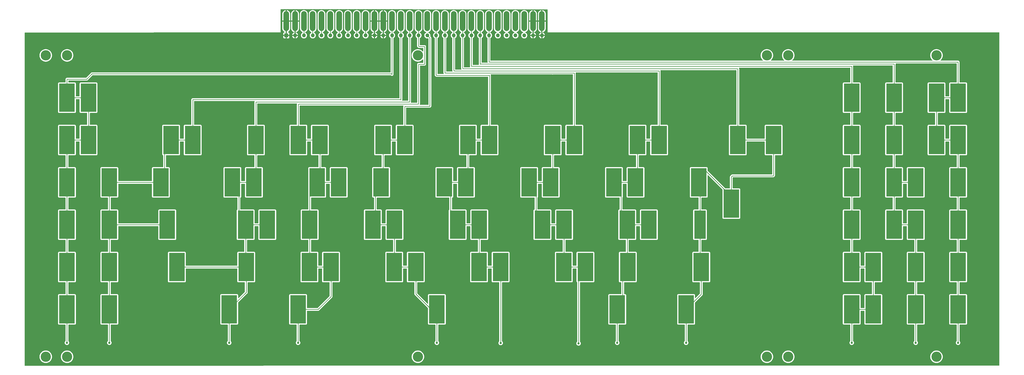
<source format=gbr>
%TF.GenerationSoftware,KiCad,Pcbnew,(6.99.0-3429-gce3fe46751)*%
%TF.CreationDate,2022-10-17T19:34:56+02:00*%
%TF.ProjectId,BEAMal_Rev1,4245414d-616c-45f5-9265-76312e6b6963,rev?*%
%TF.SameCoordinates,PXe1237f8PYe7db780*%
%TF.FileFunction,Copper,L2,Bot*%
%TF.FilePolarity,Positive*%
%FSLAX46Y46*%
G04 Gerber Fmt 4.6, Leading zero omitted, Abs format (unit mm)*
G04 Created by KiCad (PCBNEW (6.99.0-3429-gce3fe46751)) date 2022-10-17 19:34:56*
%MOMM*%
%LPD*%
G01*
G04 APERTURE LIST*
%TA.AperFunction,SMDPad,CuDef*%
%ADD10C,1.000000*%
%TD*%
%TA.AperFunction,SMDPad,CuDef*%
%ADD11R,7.000000X12.700000*%
%TD*%
%TA.AperFunction,ComponentPad*%
%ADD12C,4.600000*%
%TD*%
%TA.AperFunction,ComponentPad*%
%ADD13O,2.500000X8.970000*%
%TD*%
%TA.AperFunction,SMDPad,CuDef*%
%ADD14R,5.100000X12.700000*%
%TD*%
%TA.AperFunction,ComponentPad*%
%ADD15R,1.700000X1.700000*%
%TD*%
%TA.AperFunction,ComponentPad*%
%ADD16O,1.700000X1.700000*%
%TD*%
%TA.AperFunction,Conductor*%
%ADD17C,0.250000*%
%TD*%
G04 APERTURE END LIST*
D10*
%TO.P,COL_7_TP15,1,1*%
%TO.N,COL_7*%
X88125000Y-20580000D03*
%TD*%
D11*
%TO.P,SW_52,COL*%
%TO.N,COL_8*%
X109994999Y32819999D03*
%TD*%
%TO.P,SW_57,COL*%
%TO.N,COL_4*%
X-23104999Y13769999D03*
%TD*%
D12*
%TO.P,H5,1*%
%TO.N,N/C*%
X182325000Y109020000D03*
%TD*%
D11*
%TO.P,SW_15,COL*%
%TO.N,COL_3*%
X-56854999Y70919999D03*
%TD*%
%TO.P,SW_75,COL*%
%TO.N,COL_C*%
X258644999Y89969999D03*
%TD*%
D12*
%TO.P,H10,1*%
%TO.N,N/C*%
X172725000Y109020000D03*
%TD*%
D11*
%TO.P,SW_50,COL*%
%TO.N,COL_7*%
X71894999Y32819999D03*
%TD*%
%TO.P,SW_23,COL*%
%TO.N,COL_7*%
X86194999Y70919999D03*
%TD*%
%TO.P,SW_09,COL*%
%TO.N,COL_1*%
X-141754999Y13769999D03*
%TD*%
%TO.P,SW_37,COL*%
%TO.N,COL_7*%
X75607499Y51869999D03*
%TD*%
%TO.P,SW_46,COL*%
%TO.N,COL_5*%
X-4304999Y32819999D03*
%TD*%
D10*
%TO.P,COL_4_TP12,1,1*%
%TO.N,COL_4*%
X-37905000Y-20280000D03*
%TD*%
D12*
%TO.P,H3,1*%
%TO.N,N/C*%
X-141675000Y109020000D03*
%TD*%
%TO.P,H7,1*%
%TO.N,N/C*%
X-151275000Y-26580000D03*
%TD*%
D11*
%TO.P,SW_76,COL*%
%TO.N,COL_A*%
X210844999Y70919999D03*
%TD*%
%TO.P,SW_14,COL*%
%TO.N,COL_2*%
X-85254999Y70919999D03*
%TD*%
%TO.P,SW_45,COL*%
%TO.N,COL_4*%
X-32704999Y32819999D03*
%TD*%
%TO.P,SW_73,COL*%
%TO.N,COL_B*%
X229894999Y89969999D03*
%TD*%
%TO.P,SW_35,COL*%
%TO.N,COL_6*%
X37507499Y51869999D03*
%TD*%
%TO.P,SW_53,COL*%
%TO.N,COL_8*%
X119694999Y32819999D03*
%TD*%
%TO.P,SW_07,COL*%
%TO.N,COL_1*%
X-141754999Y32819999D03*
%TD*%
D13*
%TO.P,J2,1,GND*%
%TO.N,GND*%
X-43214999Y124419999D03*
%TO.P,J2,2,GND*%
X-39254999Y124419999D03*
%TO.P,J2,3,ROW_1*%
%TO.N,ROW_1*%
X-35294999Y124419999D03*
%TO.P,J2,4,ROW_2*%
%TO.N,ROW_2*%
X-31334999Y124419999D03*
%TO.P,J2,5,ROW_3*%
%TO.N,ROW_3*%
X-27374999Y124419999D03*
%TO.P,J2,6,ROW_4*%
%TO.N,ROW_4*%
X-23414999Y124419999D03*
%TO.P,J2,7,ROW_5*%
%TO.N,ROW_5*%
X-19454999Y124419999D03*
%TO.P,J2,8,ROW_6*%
%TO.N,ROW_6*%
X-15494999Y124419999D03*
%TO.P,J2,9,ROW_7*%
%TO.N,ROW_7*%
X-11534999Y124419999D03*
%TO.P,J2,10,ROW_8*%
%TO.N,ROW_8*%
X-7574999Y124419999D03*
%TO.P,J2,11,GND*%
%TO.N,GND*%
X-3614999Y124419999D03*
%TO.P,J2,12,GND*%
X344999Y124419999D03*
%TO.P,J2,13,COL_1*%
%TO.N,COL_1*%
X4304999Y124419999D03*
%TO.P,J2,14,COL_2*%
%TO.N,COL_2*%
X8264999Y124419999D03*
%TO.P,J2,15,COL_3*%
%TO.N,COL_3*%
X12224999Y124419999D03*
%TO.P,J2,16,COL_4*%
%TO.N,COL_4*%
X16184999Y124419999D03*
%TO.P,J2,17,COL_5*%
%TO.N,COL_5*%
X20144999Y124419999D03*
%TO.P,J2,18,COL_6*%
%TO.N,COL_6*%
X24104999Y124419999D03*
%TO.P,J2,19,COL_7*%
%TO.N,COL_7*%
X28064999Y124419999D03*
%TO.P,J2,20,COL_8*%
%TO.N,COL_8*%
X32024999Y124419999D03*
%TO.P,J2,21,COL_9*%
%TO.N,COL_9*%
X35984999Y124419999D03*
%TO.P,J2,22,COL_A*%
%TO.N,COL_A*%
X39944999Y124419999D03*
%TO.P,J2,23,COL_B*%
%TO.N,COL_B*%
X43904999Y124419999D03*
%TO.P,J2,24,COL_C*%
%TO.N,COL_C*%
X47864999Y124419999D03*
%TO.P,J2,25,COL_D*%
%TO.N,COL_D*%
X51824999Y124419999D03*
%TO.P,J2,26,COL_E*%
%TO.N,COL_E*%
X55784999Y124419999D03*
%TO.P,J2,27,COL_F*%
%TO.N,COL_F*%
X59744999Y124419999D03*
%TO.P,J2,28,COL_G*%
%TO.N,COL_G*%
X63704999Y124419999D03*
%TO.P,J2,29,GND*%
%TO.N,GND*%
X67664999Y124419999D03*
%TO.P,J2,30,GND*%
X71624999Y124419999D03*
%TD*%
D11*
%TO.P,SW_94,COL*%
%TO.N,COL_B*%
X239594999Y-5279999D03*
%TD*%
%TO.P,SW_38,COL*%
%TO.N,COL_8*%
X104007499Y51869999D03*
%TD*%
%TO.P,SW_77,COL*%
%TO.N,COL_B*%
X229894999Y70919999D03*
%TD*%
%TO.P,SW_05,COL*%
%TO.N,COL_1*%
X-141754999Y51869999D03*
%TD*%
%TO.P,SW_61,COL*%
%TO.N,COL_6*%
X53094999Y13769999D03*
%TD*%
%TO.P,SW_79,COL*%
%TO.N,COL_C*%
X258644999Y70919999D03*
%TD*%
%TO.P,SW_11,COL*%
%TO.N,COL_1*%
X-141754999Y-5279999D03*
%TD*%
%TO.P,SW_86,COL*%
%TO.N,COL_B*%
X239594999Y32819999D03*
%TD*%
%TO.P,SW_82,COL*%
%TO.N,COL_B*%
X239594999Y51869999D03*
%TD*%
%TO.P,SW_91,COL*%
%TO.N,COL_C*%
X258644999Y13769999D03*
%TD*%
%TO.P,SW_55,COL*%
%TO.N,COL_3*%
X-61204999Y13769999D03*
%TD*%
D12*
%TO.P,H1,1*%
%TO.N,N/C*%
X15925000Y109020000D03*
%TD*%
D14*
%TO.P,SW_71,COL*%
%TO.N,COL_9*%
X142669999Y32819999D03*
%TD*%
D11*
%TO.P,SW_20,COL*%
%TO.N,COL_6*%
X38394999Y70919999D03*
%TD*%
%TO.P,SW_13,COL*%
%TO.N,COL_2*%
X-94954999Y70919999D03*
%TD*%
%TO.P,SW_41,COL*%
%TO.N,COL_9*%
X156757499Y42344999D03*
%TD*%
%TO.P,SW_24,COL*%
%TO.N,COL_8*%
X114594999Y70919999D03*
%TD*%
%TO.P,SW_56,COL*%
%TO.N,COL_4*%
X-32804999Y13769999D03*
%TD*%
%TO.P,SW_34,COL*%
%TO.N,COL_6*%
X27807499Y51869999D03*
%TD*%
%TO.P,SW_27,COL*%
%TO.N,COL_9*%
X175744999Y70919999D03*
%TD*%
%TO.P,SW_25,COL*%
%TO.N,COL_8*%
X124294999Y70919999D03*
%TD*%
%TO.P,SW_87,COL*%
%TO.N,COL_C*%
X258644999Y32819999D03*
%TD*%
%TO.P,SW_54,COL*%
%TO.N,COL_3*%
X-92354999Y13769999D03*
%TD*%
%TO.P,SW_69,COL*%
%TO.N,COL_8*%
X105494999Y-5279999D03*
%TD*%
%TO.P,SW_33,COL*%
%TO.N,COL_5*%
X-592499Y51869999D03*
%TD*%
%TO.P,SW_58,COL*%
%TO.N,COL_5*%
X5294999Y13769999D03*
%TD*%
D12*
%TO.P,H12,1*%
%TO.N,N/C*%
X-151275000Y109020000D03*
%TD*%
D11*
%TO.P,SW_19,COL*%
%TO.N,COL_5*%
X9994999Y70919999D03*
%TD*%
%TO.P,SW_03,COL*%
%TO.N,COL_1*%
X-141754999Y70919999D03*
%TD*%
%TO.P,SW_70,COL*%
%TO.N,COL_9*%
X136451249Y-5279999D03*
%TD*%
%TO.P,SW_47,COL*%
%TO.N,COL_5*%
X5394999Y32819999D03*
%TD*%
D10*
%TO.P,COL_8_TP16,1,1*%
%TO.N,COL_8*%
X105495000Y-20280000D03*
%TD*%
D12*
%TO.P,H6,1*%
%TO.N,N/C*%
X182325000Y-26580000D03*
%TD*%
D11*
%TO.P,SW_85,COL*%
%TO.N,COL_B*%
X229894999Y32819999D03*
%TD*%
D10*
%TO.P,COL_A_TP18,1,1*%
%TO.N,COL_A*%
X210845000Y-20280000D03*
%TD*%
D11*
%TO.P,SW_10,COL*%
%TO.N,COL_2*%
X-122704999Y13769999D03*
%TD*%
%TO.P,SW_44,COL*%
%TO.N,COL_3*%
X-51754999Y32819999D03*
%TD*%
%TO.P,SW_04,COL*%
%TO.N,COL_1*%
X-132054999Y70919999D03*
%TD*%
%TO.P,SW_01,COL*%
%TO.N,COL_1*%
X-141754999Y89969999D03*
%TD*%
%TO.P,SW_63,COL*%
%TO.N,COL_7*%
X91194999Y13769999D03*
%TD*%
%TO.P,SW_92,COL*%
%TO.N,COL_A*%
X210844999Y-5279999D03*
%TD*%
%TO.P,SW_31,COL*%
%TO.N,COL_4*%
X-29342499Y51869999D03*
%TD*%
%TO.P,SW_08,COL*%
%TO.N,COL_2*%
X-122704999Y32819999D03*
%TD*%
%TO.P,SW_64,COL*%
%TO.N,COL_8*%
X110244999Y13769999D03*
%TD*%
%TO.P,SW_42,COL*%
%TO.N,COL_2*%
X-96704999Y32819999D03*
%TD*%
D10*
%TO.P,COL_9_TP17,1,1*%
%TO.N,COL_9*%
X136451250Y-20280000D03*
%TD*%
D12*
%TO.P,H9,1*%
%TO.N,N/C*%
X248925000Y-26580000D03*
%TD*%
D10*
%TO.P,COL_B_TP19,1,1*%
%TO.N,COL_B*%
X239595000Y-20280000D03*
%TD*%
D11*
%TO.P,SW_83,COL*%
%TO.N,COL_C*%
X258644999Y51869999D03*
%TD*%
%TO.P,SW_18,COL*%
%TO.N,COL_5*%
X294999Y70919999D03*
%TD*%
%TO.P,SW_06,COL*%
%TO.N,COL_2*%
X-122704999Y51869999D03*
%TD*%
%TO.P,SW_30,COL*%
%TO.N,COL_3*%
X-57742499Y51869999D03*
%TD*%
D12*
%TO.P,H11,1*%
%TO.N,N/C*%
X-141675000Y-26580000D03*
%TD*%
D10*
%TO.P,COL_6_TP14,1,1*%
%TO.N,COL_6*%
X53125000Y-20380000D03*
%TD*%
D12*
%TO.P,H8,1*%
%TO.N,N/C*%
X248925000Y109020000D03*
%TD*%
D11*
%TO.P,SW_72,COL*%
%TO.N,COL_A*%
X210844999Y89969999D03*
%TD*%
%TO.P,SW_60,COL*%
%TO.N,COL_6*%
X43394999Y13769999D03*
%TD*%
%TO.P,SW_84,COL*%
%TO.N,COL_A*%
X210844999Y32819999D03*
%TD*%
D10*
%TO.P,COL_5_TP13,1,1*%
%TO.N,COL_5*%
X24445000Y-20280000D03*
%TD*%
D11*
%TO.P,SW_28,COL*%
%TO.N,COL_2*%
X-99542499Y51869999D03*
%TD*%
%TO.P,SW_26,COL*%
%TO.N,COL_9*%
X159644999Y70919999D03*
%TD*%
%TO.P,SW_90,COL*%
%TO.N,COL_B*%
X239594999Y13769999D03*
%TD*%
%TO.P,SW_51,COL*%
%TO.N,COL_7*%
X81594999Y32819999D03*
%TD*%
%TO.P,SW_74,COL*%
%TO.N,COL_C*%
X248944999Y89969999D03*
%TD*%
%TO.P,SW_93,COL*%
%TO.N,COL_A*%
X220544999Y-5279999D03*
%TD*%
%TO.P,SW_40,COL*%
%TO.N,COL_9*%
X142107499Y51869999D03*
%TD*%
%TO.P,SW_39,COL*%
%TO.N,COL_8*%
X113707499Y51869999D03*
%TD*%
D10*
%TO.P,COL_1_TP9,1,1*%
%TO.N,COL_1*%
X-141755000Y-20280000D03*
%TD*%
D11*
%TO.P,SW_59,COL*%
%TO.N,COL_5*%
X14994999Y13769999D03*
%TD*%
%TO.P,SW_65,COL*%
%TO.N,COL_9*%
X143244999Y13769999D03*
%TD*%
%TO.P,SW_48,COL*%
%TO.N,COL_6*%
X33794999Y32819999D03*
%TD*%
%TO.P,SW_32,COL*%
%TO.N,COL_4*%
X-19642499Y51869999D03*
%TD*%
%TO.P,SW_95,COL*%
%TO.N,COL_C*%
X258644999Y-5279999D03*
%TD*%
D12*
%TO.P,H4,1*%
%TO.N,N/C*%
X172725000Y-26580000D03*
%TD*%
D10*
%TO.P,COL_C_TP20,1,1*%
%TO.N,COL_C*%
X258645000Y-20280000D03*
%TD*%
D11*
%TO.P,SW_80,COL*%
%TO.N,COL_A*%
X210844999Y51869999D03*
%TD*%
D10*
%TO.P,COL_3_TP11,1,1*%
%TO.N,COL_3*%
X-68861250Y-20280000D03*
%TD*%
D11*
%TO.P,SW_62,COL*%
%TO.N,COL_7*%
X81494999Y13769999D03*
%TD*%
%TO.P,SW_89,COL*%
%TO.N,COL_A*%
X220544999Y13769999D03*
%TD*%
%TO.P,SW_16,COL*%
%TO.N,COL_4*%
X-37804999Y70919999D03*
%TD*%
%TO.P,SW_88,COL*%
%TO.N,COL_A*%
X210844999Y13769999D03*
%TD*%
%TO.P,SW_21,COL*%
%TO.N,COL_6*%
X48094999Y70919999D03*
%TD*%
%TO.P,SW_17,COL*%
%TO.N,COL_4*%
X-28104999Y70919999D03*
%TD*%
%TO.P,SW_29,COL*%
%TO.N,COL_3*%
X-67442499Y51869999D03*
%TD*%
D12*
%TO.P,H2,1*%
%TO.N,N/C*%
X15925000Y-26580000D03*
%TD*%
D11*
%TO.P,SW_12,COL*%
%TO.N,COL_2*%
X-122704999Y-5279999D03*
%TD*%
%TO.P,SW_36,COL*%
%TO.N,COL_7*%
X65907499Y51869999D03*
%TD*%
%TO.P,SW_68,COL*%
%TO.N,COL_5*%
X24444999Y-5279999D03*
%TD*%
%TO.P,SW_66,COL*%
%TO.N,COL_3*%
X-68861249Y-5279999D03*
%TD*%
D15*
%TO.P,J1,1,GND*%
%TO.N,GND*%
X-43194999Y118019999D03*
D16*
%TO.P,J1,2,GND*%
X-39234999Y118019999D03*
%TO.P,J1,3,ROW_1*%
%TO.N,ROW_1*%
X-35274999Y118019999D03*
%TO.P,J1,4,ROW_2*%
%TO.N,ROW_2*%
X-31314999Y118019999D03*
%TO.P,J1,5,ROW_3*%
%TO.N,ROW_3*%
X-27354999Y118019999D03*
%TO.P,J1,6,ROW_4*%
%TO.N,ROW_4*%
X-23394999Y118019999D03*
%TO.P,J1,7,ROW_5*%
%TO.N,ROW_5*%
X-19434999Y118019999D03*
%TO.P,J1,8,ROW_6*%
%TO.N,ROW_6*%
X-15474999Y118019999D03*
%TO.P,J1,9,ROW_7*%
%TO.N,ROW_7*%
X-11514999Y118019999D03*
%TO.P,J1,10,ROW_8*%
%TO.N,ROW_8*%
X-7554999Y118019999D03*
%TO.P,J1,11,GND*%
%TO.N,GND*%
X-3594999Y118019999D03*
%TO.P,J1,12,GND*%
X364999Y118019999D03*
%TO.P,J1,13,COL_1*%
%TO.N,COL_1*%
X4324999Y118019999D03*
%TO.P,J1,14,COL_2*%
%TO.N,COL_2*%
X8284999Y118019999D03*
%TO.P,J1,15,COL_3*%
%TO.N,COL_3*%
X12244999Y118019999D03*
%TO.P,J1,16,COL_4*%
%TO.N,COL_4*%
X16204999Y118019999D03*
%TO.P,J1,17,COL_5*%
%TO.N,COL_5*%
X20164999Y118019999D03*
%TO.P,J1,18,COL_6*%
%TO.N,COL_6*%
X24124999Y118019999D03*
%TO.P,J1,19,COL_7*%
%TO.N,COL_7*%
X28084999Y118019999D03*
%TO.P,J1,20,COL_8*%
%TO.N,COL_8*%
X32044999Y118019999D03*
%TO.P,J1,21,COL_9*%
%TO.N,COL_9*%
X36004999Y118019999D03*
%TO.P,J1,22,COL_A*%
%TO.N,COL_A*%
X39964999Y118019999D03*
%TO.P,J1,23,COL_B*%
%TO.N,COL_B*%
X43924999Y118019999D03*
%TO.P,J1,24,COL_C*%
%TO.N,COL_C*%
X47884999Y118019999D03*
%TO.P,J1,25,COL_D*%
%TO.N,COL_D*%
X51844999Y118019999D03*
%TO.P,J1,26,COL_E*%
%TO.N,COL_E*%
X55804999Y118019999D03*
%TO.P,J1,27,COL_F*%
%TO.N,COL_F*%
X59764999Y118019999D03*
%TO.P,J1,28,COL_G*%
%TO.N,COL_G*%
X63724999Y118019999D03*
%TO.P,J1,29,GND*%
%TO.N,GND*%
X67684999Y118019999D03*
%TO.P,J1,30,GND*%
X71644999Y118019999D03*
%TD*%
D11*
%TO.P,SW_67,COL*%
%TO.N,COL_4*%
X-37904999Y-5279999D03*
%TD*%
%TO.P,SW_22,COL*%
%TO.N,COL_7*%
X76494999Y70919999D03*
%TD*%
D10*
%TO.P,COL_2_TP10,1,1*%
%TO.N,COL_2*%
X-122705000Y-20280000D03*
%TD*%
D11*
%TO.P,SW_81,COL*%
%TO.N,COL_B*%
X229894999Y51869999D03*
%TD*%
%TO.P,SW_43,COL*%
%TO.N,COL_3*%
X-61454999Y32819999D03*
%TD*%
%TO.P,SW_02,COL*%
%TO.N,COL_1*%
X-132054999Y89969999D03*
%TD*%
%TO.P,SW_49,COL*%
%TO.N,COL_6*%
X43494999Y32819999D03*
%TD*%
%TO.P,SW_78,COL*%
%TO.N,COL_C*%
X248944999Y70919999D03*
%TD*%
D17*
%TO.N,COL_1*%
X-132055000Y70920000D02*
X-132055000Y89970000D01*
X-141755000Y-20280000D02*
X-141755000Y-5280000D01*
X-141755000Y70920000D02*
X-141755000Y51870000D01*
X-132875000Y98320000D02*
X-130475000Y100720000D01*
X-141755000Y98200000D02*
X-141775000Y98220000D01*
X-141775000Y98220000D02*
X-141675000Y98320000D01*
X-141755000Y89970000D02*
X-141755000Y98200000D01*
X4305000Y124420000D02*
X4305000Y100440000D01*
X-130475000Y100720000D02*
X4025000Y100720000D01*
X-132055000Y89970000D02*
X-141755000Y89970000D01*
X-141755000Y32820000D02*
X-141755000Y13770000D01*
X-141675000Y98320000D02*
X-132875000Y98320000D01*
X4025000Y100720000D02*
X4305000Y100440000D01*
X-141755000Y52140000D02*
X-141755000Y32820000D01*
X-141755000Y13770000D02*
X-141755000Y-5280000D01*
X-132055000Y70920000D02*
X-141755000Y70920000D01*
%TO.N,COL_2*%
X-85255000Y89040000D02*
X-85175000Y89120000D01*
X8265000Y89060000D02*
X8265000Y124420000D01*
X-122705000Y13770000D02*
X-122705000Y-5280000D01*
X-85175000Y89120000D02*
X8125000Y89120000D01*
X-85255000Y70920000D02*
X-85255000Y89040000D01*
X-85255000Y70920000D02*
X-94955000Y70920000D01*
X-122705000Y32820000D02*
X-122705000Y13770000D01*
X-99542500Y51870000D02*
X-122705000Y51870000D01*
X-96705000Y32820000D02*
X-122705000Y32820000D01*
X8225000Y89020000D02*
X8265000Y89060000D01*
X-122705000Y51870000D02*
X-122705000Y32820000D01*
X-122705000Y-20280000D02*
X-122705000Y-5280000D01*
X-97875000Y65020000D02*
X-97875000Y53537500D01*
%TO.N,COL_3*%
X-61205000Y2350000D02*
X-61205000Y13770000D01*
X-61261250Y2320000D02*
X-61175000Y2320000D01*
X12225000Y124420000D02*
X12225000Y88220000D01*
X-56855000Y88000000D02*
X-56875000Y88020000D01*
X-68861250Y-5280000D02*
X-61261250Y2320000D01*
X-56875000Y88020000D02*
X12025000Y88020000D01*
X-56855000Y70920000D02*
X-56855000Y88000000D01*
X-64475000Y48902500D02*
X-64475000Y35840000D01*
X-61175000Y2320000D02*
X-61205000Y2350000D01*
X-57742500Y51870000D02*
X-67442500Y51870000D01*
X-68861250Y-20280000D02*
X-68861250Y-5280000D01*
X-61455000Y32820000D02*
X-61455000Y14020000D01*
X12225000Y88220000D02*
X12025000Y88020000D01*
X-56855000Y70920000D02*
X-56855000Y52757500D01*
X-51755000Y32820000D02*
X-61455000Y32820000D01*
X-61205000Y13770000D02*
X-92355000Y13770000D01*
%TO.N,COL_4*%
X-37905000Y-20280000D02*
X-37905000Y-5280000D01*
X-37805000Y70920000D02*
X-37805000Y86990000D01*
X18925000Y113020000D02*
X18925000Y105120000D01*
X16225000Y87220000D02*
X16225000Y105020000D01*
X-28105000Y70920000D02*
X-28105000Y53107500D01*
X-37675000Y87120000D02*
X16125000Y87120000D01*
X16185000Y124420000D02*
X16185000Y113260000D01*
X-19642500Y51870000D02*
X-29342500Y51870000D01*
X-23105000Y490000D02*
X-28875000Y-5280000D01*
X-23105000Y13770000D02*
X-32805000Y13770000D01*
X-28875000Y-5280000D02*
X-37905000Y-5280000D01*
X16125000Y87120000D02*
X16225000Y87220000D01*
X-32705000Y32820000D02*
X-32705000Y48507500D01*
X16425000Y113020000D02*
X18925000Y113020000D01*
X18925000Y105120000D02*
X18825000Y105020000D01*
X-37805000Y86990000D02*
X-37675000Y87120000D01*
X-32705000Y32820000D02*
X-32705000Y13870000D01*
X16185000Y113260000D02*
X16425000Y113020000D01*
X-28105000Y70920000D02*
X-37805000Y70920000D01*
X18825000Y105020000D02*
X16225000Y105020000D01*
X-23105000Y13770000D02*
X-23105000Y490000D01*
%TO.N,COL_5*%
X295000Y70920000D02*
X9995000Y70920000D01*
X10125000Y86120000D02*
X21225000Y86120000D01*
X21325000Y116860000D02*
X21325000Y86220000D01*
X24445000Y-20280000D02*
X24445000Y-5280000D01*
X-3175000Y45520000D02*
X-3175000Y33950000D01*
X-4305000Y32820000D02*
X5395000Y32820000D01*
X20165000Y118020000D02*
X21325000Y116860000D01*
X21925000Y-5280000D02*
X14995000Y1650000D01*
X5395000Y32820000D02*
X5395000Y13870000D01*
X9995000Y70920000D02*
X9995000Y85990000D01*
X-592500Y48102500D02*
X-3175000Y45520000D01*
X14995000Y1650000D02*
X14995000Y13770000D01*
X9995000Y85990000D02*
X10125000Y86120000D01*
X21325000Y86220000D02*
X21225000Y86120000D01*
X295000Y70920000D02*
X295000Y52757500D01*
X5295000Y13770000D02*
X14995000Y13770000D01*
%TO.N,COL_6*%
X30625000Y38320000D02*
X30625000Y49052500D01*
X38395000Y70920000D02*
X38395000Y52757500D01*
X48025000Y100020000D02*
X48095000Y99950000D01*
X43395000Y13770000D02*
X53095000Y13770000D01*
X24105000Y100240000D02*
X24325000Y100020000D01*
X37507500Y51870000D02*
X27807500Y51870000D01*
X48095000Y99950000D02*
X48095000Y70920000D01*
X48095000Y70920000D02*
X38395000Y70920000D01*
X43495000Y32820000D02*
X43495000Y13870000D01*
X24105000Y124420000D02*
X24105000Y100240000D01*
X53125000Y-20380000D02*
X53125000Y13740000D01*
X24325000Y100020000D02*
X48025000Y100020000D01*
X33795000Y32820000D02*
X43495000Y32820000D01*
%TO.N,COL_7*%
X65907500Y51870000D02*
X75607500Y51870000D01*
X81495000Y13770000D02*
X91195000Y13770000D01*
X28065000Y101180000D02*
X28125000Y101120000D01*
X86195000Y70920000D02*
X76495000Y70920000D01*
X28065000Y124420000D02*
X28065000Y101180000D01*
X76495000Y70920000D02*
X76495000Y52757500D01*
X71895000Y32820000D02*
X81595000Y32820000D01*
X88125000Y-20580000D02*
X88125000Y7620000D01*
X86195000Y70920000D02*
X86195000Y101090000D01*
X81595000Y32820000D02*
X81595000Y13870000D01*
X75925000Y101120000D02*
X28125000Y101120000D01*
X76495000Y101090000D02*
X76525000Y101120000D01*
X86195000Y101090000D02*
X86225000Y101120000D01*
X86225000Y101120000D02*
X75925000Y101120000D01*
X76525000Y101120000D02*
X75925000Y101120000D01*
X69025000Y48752500D02*
X69025000Y35690000D01*
%TO.N,COL_8*%
X124295000Y70920000D02*
X124295000Y101990000D01*
X109995000Y32820000D02*
X109995000Y14020000D01*
X32025000Y124420000D02*
X32025000Y102320000D01*
X114595000Y70920000D02*
X114595000Y52757500D01*
X104007500Y51870000D02*
X113707500Y51870000D01*
X119695000Y32820000D02*
X109995000Y32820000D01*
X32325000Y102020000D02*
X124325000Y102020000D01*
X107925000Y11450000D02*
X107925000Y-2850000D01*
X124295000Y101990000D02*
X124325000Y102020000D01*
X105495000Y-20280000D02*
X105495000Y-5280000D01*
X32025000Y102320000D02*
X32325000Y102020000D01*
X107225000Y38520000D02*
X107225000Y45820000D01*
X124295000Y70920000D02*
X114595000Y70920000D01*
%TO.N,COL_9*%
X136451250Y-20280000D02*
X136451250Y-5280000D01*
X142670000Y48375000D02*
X142670000Y32820000D01*
X142670000Y32820000D02*
X142670000Y14345000D01*
X175525000Y54820000D02*
X175745000Y55040000D01*
X157225000Y54820000D02*
X175525000Y54820000D01*
X143245000Y13770000D02*
X143245000Y1513750D01*
X35985000Y103260000D02*
X36225000Y103020000D01*
X159645000Y102900000D02*
X159525000Y103020000D01*
X156757500Y42345000D02*
X156757500Y54352500D01*
X144925000Y57420000D02*
X156757500Y45587500D01*
X143245000Y1513750D02*
X136451250Y-5280000D01*
X175745000Y70920000D02*
X159645000Y70920000D01*
X175745000Y70920000D02*
X175745000Y55040000D01*
X159525000Y103020000D02*
X36225000Y103020000D01*
X156757500Y54352500D02*
X157225000Y54820000D01*
X35985000Y124420000D02*
X35985000Y103260000D01*
X159645000Y70920000D02*
X159645000Y102900000D01*
%TO.N,COL_A*%
X210845000Y-5280000D02*
X220545000Y-5280000D01*
X210845000Y51870000D02*
X210845000Y32820000D01*
X210845000Y89970000D02*
X210845000Y104100000D01*
X210825000Y104120000D02*
X39925000Y104120000D01*
X210845000Y32820000D02*
X210845000Y13770000D01*
X210845000Y70920000D02*
X210845000Y51870000D01*
X210845000Y89970000D02*
X210845000Y70920000D01*
X39925000Y104120000D02*
X39925000Y104920000D01*
X220545000Y13770000D02*
X220545000Y-5280000D01*
X39945000Y124420000D02*
X39945000Y104940000D01*
X210845000Y-20280000D02*
X210845000Y-5280000D01*
X39925000Y104920000D02*
X39945000Y104940000D01*
X220545000Y13770000D02*
X210845000Y13770000D01*
X210845000Y104100000D02*
X210825000Y104120000D01*
%TO.N,COL_B*%
X43905000Y124420000D02*
X43905000Y105000000D01*
X229895000Y105090000D02*
X229925000Y105120000D01*
X239595000Y13770000D02*
X239595000Y-5280000D01*
X239595000Y-20280000D02*
X239595000Y-5280000D01*
X239595000Y51870000D02*
X229895000Y51870000D01*
X229895000Y32820000D02*
X239595000Y32820000D01*
X44025000Y105120000D02*
X43905000Y105000000D01*
X239595000Y32820000D02*
X239595000Y13770000D01*
X229895000Y89970000D02*
X229895000Y105090000D01*
X229895000Y51870000D02*
X229895000Y32820000D01*
X229895000Y89970000D02*
X229895000Y70920000D01*
X229925000Y105120000D02*
X44025000Y105120000D01*
X229895000Y70920000D02*
X229895000Y51870000D01*
%TO.N,COL_C*%
X47865000Y124420000D02*
X47865000Y106180000D01*
X258645000Y70920000D02*
X258645000Y51870000D01*
X258645000Y32820000D02*
X258645000Y13770000D01*
X48025000Y106020000D02*
X258625000Y106020000D01*
X258645000Y89970000D02*
X258645000Y106000000D01*
X258645000Y13770000D02*
X258645000Y-5280000D01*
X258645000Y89970000D02*
X248945000Y89970000D01*
X258645000Y-20280000D02*
X258645000Y-5280000D01*
X47865000Y106180000D02*
X48025000Y106020000D01*
X258645000Y51870000D02*
X258645000Y32820000D01*
X248945000Y89970000D02*
X248945000Y70920000D01*
X258645000Y106000000D02*
X258625000Y106020000D01*
X248945000Y70920000D02*
X258645000Y70920000D01*
%TO.N,ROW_8*%
X-7575000Y124420000D02*
X-7575000Y118040000D01*
%TO.N,ROW_7*%
X-11535000Y124420000D02*
X-11535000Y118040000D01*
%TO.N,ROW_6*%
X-15495000Y124420000D02*
X-15495000Y118040000D01*
%TO.N,ROW_5*%
X-19455000Y124420000D02*
X-19455000Y118040000D01*
%TO.N,ROW_4*%
X-23415000Y124420000D02*
X-23415000Y118040000D01*
%TO.N,ROW_3*%
X-27375000Y124420000D02*
X-27375000Y118040000D01*
%TO.N,ROW_1*%
X-35295000Y124420000D02*
X-35295000Y118040000D01*
%TO.N,ROW_2*%
X-31335000Y124420000D02*
X-31335000Y118040000D01*
%TD*%
%TA.AperFunction,Conductor*%
%TO.N,GND*%
G36*
X74073605Y129694626D02*
G01*
X74141709Y129674567D01*
X74188157Y129620873D01*
X74199500Y129568626D01*
X74199500Y119425072D01*
X74199447Y119425072D01*
X74199462Y119424980D01*
X74197399Y119420000D01*
X74199500Y119414928D01*
X74205483Y119400483D01*
X74225000Y119392399D01*
X74230072Y119394500D01*
X74246452Y119394500D01*
X74247368Y119394451D01*
X74247710Y119394500D01*
X277073500Y119394500D01*
X277141621Y119374498D01*
X277188114Y119320842D01*
X277199500Y119268500D01*
X277199500Y-30428535D01*
X277179498Y-30496656D01*
X277125842Y-30543149D01*
X277073530Y-30554535D01*
X52005664Y-30605920D01*
X-160623471Y-30654465D01*
X-160691597Y-30634478D01*
X-160738102Y-30580833D01*
X-160749500Y-30528465D01*
X-160749500Y-26580000D01*
X-154088260Y-26580000D01*
X-154069238Y-26906600D01*
X-154012428Y-27228782D01*
X-153918600Y-27542192D01*
X-153789021Y-27842589D01*
X-153625444Y-28125912D01*
X-153430082Y-28388329D01*
X-153205576Y-28626291D01*
X-152954962Y-28836581D01*
X-152681630Y-29016355D01*
X-152389275Y-29163181D01*
X-152081852Y-29275074D01*
X-152078290Y-29275918D01*
X-152078284Y-29275920D01*
X-151953325Y-29305535D01*
X-151763517Y-29350520D01*
X-151438577Y-29388500D01*
X-151111423Y-29388500D01*
X-150786483Y-29350520D01*
X-150596675Y-29305535D01*
X-150471716Y-29275920D01*
X-150471710Y-29275918D01*
X-150468148Y-29275074D01*
X-150160725Y-29163181D01*
X-149868370Y-29016355D01*
X-149595038Y-28836581D01*
X-149344424Y-28626291D01*
X-149119918Y-28388329D01*
X-148924556Y-28125912D01*
X-148760979Y-27842589D01*
X-148631400Y-27542192D01*
X-148537572Y-27228782D01*
X-148480762Y-26906600D01*
X-148461740Y-26580000D01*
X-144488260Y-26580000D01*
X-144469238Y-26906600D01*
X-144412428Y-27228782D01*
X-144318600Y-27542192D01*
X-144189021Y-27842589D01*
X-144025444Y-28125912D01*
X-143830082Y-28388329D01*
X-143605576Y-28626291D01*
X-143354962Y-28836581D01*
X-143081630Y-29016355D01*
X-142789275Y-29163181D01*
X-142481852Y-29275074D01*
X-142478290Y-29275918D01*
X-142478284Y-29275920D01*
X-142353325Y-29305535D01*
X-142163517Y-29350520D01*
X-141838577Y-29388500D01*
X-141511423Y-29388500D01*
X-141186483Y-29350520D01*
X-140996675Y-29305535D01*
X-140871716Y-29275920D01*
X-140871710Y-29275918D01*
X-140868148Y-29275074D01*
X-140560725Y-29163181D01*
X-140268370Y-29016355D01*
X-139995038Y-28836581D01*
X-139744424Y-28626291D01*
X-139519918Y-28388329D01*
X-139324556Y-28125912D01*
X-139160979Y-27842589D01*
X-139031400Y-27542192D01*
X-138937572Y-27228782D01*
X-138880762Y-26906600D01*
X-138861740Y-26580000D01*
X13111740Y-26580000D01*
X13130762Y-26906600D01*
X13187572Y-27228782D01*
X13281400Y-27542192D01*
X13410979Y-27842589D01*
X13574556Y-28125912D01*
X13769918Y-28388329D01*
X13994424Y-28626291D01*
X14245038Y-28836581D01*
X14518370Y-29016355D01*
X14810725Y-29163181D01*
X15118148Y-29275074D01*
X15121710Y-29275918D01*
X15121716Y-29275920D01*
X15246675Y-29305535D01*
X15436483Y-29350520D01*
X15761423Y-29388500D01*
X16088577Y-29388500D01*
X16413517Y-29350520D01*
X16603325Y-29305535D01*
X16728284Y-29275920D01*
X16728290Y-29275918D01*
X16731852Y-29275074D01*
X17039275Y-29163181D01*
X17331630Y-29016355D01*
X17604962Y-28836581D01*
X17855576Y-28626291D01*
X18080082Y-28388329D01*
X18275444Y-28125912D01*
X18439021Y-27842589D01*
X18568600Y-27542192D01*
X18662428Y-27228782D01*
X18719238Y-26906600D01*
X18738260Y-26580000D01*
X169911740Y-26580000D01*
X169930762Y-26906600D01*
X169987572Y-27228782D01*
X170081400Y-27542192D01*
X170210979Y-27842589D01*
X170374556Y-28125912D01*
X170569918Y-28388329D01*
X170794424Y-28626291D01*
X171045038Y-28836581D01*
X171318370Y-29016355D01*
X171610725Y-29163181D01*
X171918148Y-29275074D01*
X171921710Y-29275918D01*
X171921716Y-29275920D01*
X172046675Y-29305535D01*
X172236483Y-29350520D01*
X172561423Y-29388500D01*
X172888577Y-29388500D01*
X173213517Y-29350520D01*
X173403325Y-29305535D01*
X173528284Y-29275920D01*
X173528290Y-29275918D01*
X173531852Y-29275074D01*
X173839275Y-29163181D01*
X174131630Y-29016355D01*
X174404962Y-28836581D01*
X174655576Y-28626291D01*
X174880082Y-28388329D01*
X175075444Y-28125912D01*
X175239021Y-27842589D01*
X175368600Y-27542192D01*
X175462428Y-27228782D01*
X175519238Y-26906600D01*
X175538260Y-26580000D01*
X179511740Y-26580000D01*
X179530762Y-26906600D01*
X179587572Y-27228782D01*
X179681400Y-27542192D01*
X179810979Y-27842589D01*
X179974556Y-28125912D01*
X180169918Y-28388329D01*
X180394424Y-28626291D01*
X180645038Y-28836581D01*
X180918370Y-29016355D01*
X181210725Y-29163181D01*
X181518148Y-29275074D01*
X181521710Y-29275918D01*
X181521716Y-29275920D01*
X181646675Y-29305535D01*
X181836483Y-29350520D01*
X182161423Y-29388500D01*
X182488577Y-29388500D01*
X182813517Y-29350520D01*
X183003325Y-29305535D01*
X183128284Y-29275920D01*
X183128290Y-29275918D01*
X183131852Y-29275074D01*
X183439275Y-29163181D01*
X183731630Y-29016355D01*
X184004962Y-28836581D01*
X184255576Y-28626291D01*
X184480082Y-28388329D01*
X184675444Y-28125912D01*
X184839021Y-27842589D01*
X184968600Y-27542192D01*
X185062428Y-27228782D01*
X185119238Y-26906600D01*
X185138260Y-26580000D01*
X246111740Y-26580000D01*
X246130762Y-26906600D01*
X246187572Y-27228782D01*
X246281400Y-27542192D01*
X246410979Y-27842589D01*
X246574556Y-28125912D01*
X246769918Y-28388329D01*
X246994424Y-28626291D01*
X247245038Y-28836581D01*
X247518370Y-29016355D01*
X247810725Y-29163181D01*
X248118148Y-29275074D01*
X248121710Y-29275918D01*
X248121716Y-29275920D01*
X248246675Y-29305535D01*
X248436483Y-29350520D01*
X248761423Y-29388500D01*
X249088577Y-29388500D01*
X249413517Y-29350520D01*
X249603325Y-29305535D01*
X249728284Y-29275920D01*
X249728290Y-29275918D01*
X249731852Y-29275074D01*
X250039275Y-29163181D01*
X250331630Y-29016355D01*
X250604962Y-28836581D01*
X250855576Y-28626291D01*
X251080082Y-28388329D01*
X251275444Y-28125912D01*
X251439021Y-27842589D01*
X251568600Y-27542192D01*
X251662428Y-27228782D01*
X251719238Y-26906600D01*
X251738260Y-26580000D01*
X251719238Y-26253400D01*
X251662428Y-25931218D01*
X251568600Y-25617808D01*
X251439021Y-25317411D01*
X251275444Y-25034088D01*
X251080082Y-24771671D01*
X250855576Y-24533709D01*
X250604962Y-24323419D01*
X250331630Y-24143645D01*
X250039275Y-23996819D01*
X249731852Y-23884926D01*
X249728290Y-23884082D01*
X249728284Y-23884080D01*
X249603325Y-23854465D01*
X249413517Y-23809480D01*
X249088577Y-23771500D01*
X248761423Y-23771500D01*
X248436483Y-23809480D01*
X248246675Y-23854465D01*
X248121716Y-23884080D01*
X248121710Y-23884082D01*
X248118148Y-23884926D01*
X247810725Y-23996819D01*
X247518370Y-24143645D01*
X247245038Y-24323419D01*
X246994424Y-24533709D01*
X246769918Y-24771671D01*
X246574556Y-25034088D01*
X246410979Y-25317411D01*
X246281400Y-25617808D01*
X246187572Y-25931218D01*
X246130762Y-26253400D01*
X246111740Y-26580000D01*
X185138260Y-26580000D01*
X185119238Y-26253400D01*
X185062428Y-25931218D01*
X184968600Y-25617808D01*
X184839021Y-25317411D01*
X184675444Y-25034088D01*
X184480082Y-24771671D01*
X184255576Y-24533709D01*
X184004962Y-24323419D01*
X183731630Y-24143645D01*
X183439275Y-23996819D01*
X183131852Y-23884926D01*
X183128290Y-23884082D01*
X183128284Y-23884080D01*
X183003325Y-23854465D01*
X182813517Y-23809480D01*
X182488577Y-23771500D01*
X182161423Y-23771500D01*
X181836483Y-23809480D01*
X181646675Y-23854465D01*
X181521716Y-23884080D01*
X181521710Y-23884082D01*
X181518148Y-23884926D01*
X181210725Y-23996819D01*
X180918370Y-24143645D01*
X180645038Y-24323419D01*
X180394424Y-24533709D01*
X180169918Y-24771671D01*
X179974556Y-25034088D01*
X179810979Y-25317411D01*
X179681400Y-25617808D01*
X179587572Y-25931218D01*
X179530762Y-26253400D01*
X179511740Y-26580000D01*
X175538260Y-26580000D01*
X175519238Y-26253400D01*
X175462428Y-25931218D01*
X175368600Y-25617808D01*
X175239021Y-25317411D01*
X175075444Y-25034088D01*
X174880082Y-24771671D01*
X174655576Y-24533709D01*
X174404962Y-24323419D01*
X174131630Y-24143645D01*
X173839275Y-23996819D01*
X173531852Y-23884926D01*
X173528290Y-23884082D01*
X173528284Y-23884080D01*
X173403325Y-23854465D01*
X173213517Y-23809480D01*
X172888577Y-23771500D01*
X172561423Y-23771500D01*
X172236483Y-23809480D01*
X172046675Y-23854465D01*
X171921716Y-23884080D01*
X171921710Y-23884082D01*
X171918148Y-23884926D01*
X171610725Y-23996819D01*
X171318370Y-24143645D01*
X171045038Y-24323419D01*
X170794424Y-24533709D01*
X170569918Y-24771671D01*
X170374556Y-25034088D01*
X170210979Y-25317411D01*
X170081400Y-25617808D01*
X169987572Y-25931218D01*
X169930762Y-26253400D01*
X169911740Y-26580000D01*
X18738260Y-26580000D01*
X18719238Y-26253400D01*
X18662428Y-25931218D01*
X18568600Y-25617808D01*
X18439021Y-25317411D01*
X18275444Y-25034088D01*
X18080082Y-24771671D01*
X17855576Y-24533709D01*
X17604962Y-24323419D01*
X17331630Y-24143645D01*
X17039275Y-23996819D01*
X16731852Y-23884926D01*
X16728290Y-23884082D01*
X16728284Y-23884080D01*
X16603325Y-23854465D01*
X16413517Y-23809480D01*
X16088577Y-23771500D01*
X15761423Y-23771500D01*
X15436483Y-23809480D01*
X15246675Y-23854465D01*
X15121716Y-23884080D01*
X15121710Y-23884082D01*
X15118148Y-23884926D01*
X14810725Y-23996819D01*
X14518370Y-24143645D01*
X14245038Y-24323419D01*
X13994424Y-24533709D01*
X13769918Y-24771671D01*
X13574556Y-25034088D01*
X13410979Y-25317411D01*
X13281400Y-25617808D01*
X13187572Y-25931218D01*
X13130762Y-26253400D01*
X13111740Y-26580000D01*
X-138861740Y-26580000D01*
X-138880762Y-26253400D01*
X-138937572Y-25931218D01*
X-139031400Y-25617808D01*
X-139160979Y-25317411D01*
X-139324556Y-25034088D01*
X-139519918Y-24771671D01*
X-139744424Y-24533709D01*
X-139995038Y-24323419D01*
X-140268370Y-24143645D01*
X-140560725Y-23996819D01*
X-140868148Y-23884926D01*
X-140871710Y-23884082D01*
X-140871716Y-23884080D01*
X-140996675Y-23854465D01*
X-141186483Y-23809480D01*
X-141511423Y-23771500D01*
X-141838577Y-23771500D01*
X-142163517Y-23809480D01*
X-142353325Y-23854465D01*
X-142478284Y-23884080D01*
X-142478290Y-23884082D01*
X-142481852Y-23884926D01*
X-142789275Y-23996819D01*
X-143081630Y-24143645D01*
X-143354962Y-24323419D01*
X-143605576Y-24533709D01*
X-143830082Y-24771671D01*
X-144025444Y-25034088D01*
X-144189021Y-25317411D01*
X-144318600Y-25617808D01*
X-144412428Y-25931218D01*
X-144469238Y-26253400D01*
X-144488260Y-26580000D01*
X-148461740Y-26580000D01*
X-148480762Y-26253400D01*
X-148537572Y-25931218D01*
X-148631400Y-25617808D01*
X-148760979Y-25317411D01*
X-148924556Y-25034088D01*
X-149119918Y-24771671D01*
X-149344424Y-24533709D01*
X-149595038Y-24323419D01*
X-149868370Y-24143645D01*
X-150160725Y-23996819D01*
X-150468148Y-23884926D01*
X-150471710Y-23884082D01*
X-150471716Y-23884080D01*
X-150596675Y-23854465D01*
X-150786483Y-23809480D01*
X-151111423Y-23771500D01*
X-151438577Y-23771500D01*
X-151763517Y-23809480D01*
X-151953325Y-23854465D01*
X-152078284Y-23884080D01*
X-152078290Y-23884082D01*
X-152081852Y-23884926D01*
X-152389275Y-23996819D01*
X-152681630Y-24143645D01*
X-152954962Y-24323419D01*
X-153205576Y-24533709D01*
X-153430082Y-24771671D01*
X-153625444Y-25034088D01*
X-153789021Y-25317411D01*
X-153918600Y-25617808D01*
X-154012428Y-25931218D01*
X-154069238Y-26253400D01*
X-154088260Y-26580000D01*
X-160749500Y-26580000D01*
X-160749500Y-11678638D01*
X-145763500Y-11678638D01*
X-145756989Y-11739201D01*
X-145705889Y-11876204D01*
X-145618261Y-11993261D01*
X-145501204Y-12080889D01*
X-145364201Y-12131989D01*
X-145327295Y-12135957D01*
X-145306988Y-12138140D01*
X-145306985Y-12138140D01*
X-145303638Y-12138500D01*
X-142514500Y-12138500D01*
X-142446379Y-12158502D01*
X-142399886Y-12212158D01*
X-142388500Y-12264500D01*
X-142388500Y-19435667D01*
X-142408502Y-19503788D01*
X-142434564Y-19533063D01*
X-142471568Y-19563432D01*
X-142475495Y-19568217D01*
X-142475496Y-19568218D01*
X-142528715Y-19633066D01*
X-142597595Y-19716996D01*
X-142600512Y-19722454D01*
X-142600513Y-19722455D01*
X-142675866Y-19863432D01*
X-142691241Y-19892196D01*
X-142693037Y-19898116D01*
X-142693038Y-19898119D01*
X-142723372Y-19998119D01*
X-142748908Y-20082299D01*
X-142768380Y-20280000D01*
X-142748908Y-20477701D01*
X-142747113Y-20483619D01*
X-142747112Y-20483623D01*
X-142693038Y-20661881D01*
X-142691241Y-20667804D01*
X-142597595Y-20843004D01*
X-142471568Y-20996568D01*
X-142318004Y-21122595D01*
X-142312546Y-21125512D01*
X-142312545Y-21125513D01*
X-142148266Y-21213322D01*
X-142148262Y-21213324D01*
X-142142804Y-21216241D01*
X-142136884Y-21218037D01*
X-142136881Y-21218038D01*
X-141958623Y-21272112D01*
X-141958619Y-21272113D01*
X-141952701Y-21273908D01*
X-141755000Y-21293380D01*
X-141557299Y-21273908D01*
X-141551381Y-21272113D01*
X-141551377Y-21272112D01*
X-141373119Y-21218038D01*
X-141373116Y-21218037D01*
X-141367196Y-21216241D01*
X-141361738Y-21213324D01*
X-141361734Y-21213322D01*
X-141197455Y-21125513D01*
X-141197454Y-21125512D01*
X-141191996Y-21122595D01*
X-141038432Y-20996568D01*
X-140912405Y-20843004D01*
X-140818759Y-20667804D01*
X-140816962Y-20661881D01*
X-140762888Y-20483623D01*
X-140762887Y-20483619D01*
X-140761092Y-20477701D01*
X-140741620Y-20280000D01*
X-140761092Y-20082299D01*
X-140786627Y-19998119D01*
X-140816962Y-19898119D01*
X-140816963Y-19898116D01*
X-140818759Y-19892196D01*
X-140834133Y-19863432D01*
X-140909487Y-19722455D01*
X-140909488Y-19722454D01*
X-140912405Y-19716996D01*
X-140981285Y-19633066D01*
X-141034504Y-19568218D01*
X-141034505Y-19568217D01*
X-141038432Y-19563432D01*
X-141075435Y-19533064D01*
X-141115402Y-19474389D01*
X-141121500Y-19435667D01*
X-141121500Y-12264500D01*
X-141101498Y-12196379D01*
X-141047842Y-12149886D01*
X-140995500Y-12138500D01*
X-138206362Y-12138500D01*
X-138203015Y-12138140D01*
X-138203012Y-12138140D01*
X-138182705Y-12135957D01*
X-138145799Y-12131989D01*
X-138008796Y-12080889D01*
X-137891739Y-11993261D01*
X-137804111Y-11876204D01*
X-137753011Y-11739201D01*
X-137746500Y-11678638D01*
X-126713500Y-11678638D01*
X-126706989Y-11739201D01*
X-126655889Y-11876204D01*
X-126568261Y-11993261D01*
X-126451204Y-12080889D01*
X-126314201Y-12131989D01*
X-126277295Y-12135957D01*
X-126256988Y-12138140D01*
X-126256985Y-12138140D01*
X-126253638Y-12138500D01*
X-123464500Y-12138500D01*
X-123396379Y-12158502D01*
X-123349886Y-12212158D01*
X-123338500Y-12264500D01*
X-123338500Y-19435667D01*
X-123358502Y-19503788D01*
X-123384564Y-19533063D01*
X-123421568Y-19563432D01*
X-123425495Y-19568217D01*
X-123425496Y-19568218D01*
X-123478715Y-19633066D01*
X-123547595Y-19716996D01*
X-123550512Y-19722454D01*
X-123550513Y-19722455D01*
X-123625866Y-19863432D01*
X-123641241Y-19892196D01*
X-123643037Y-19898116D01*
X-123643038Y-19898119D01*
X-123673372Y-19998119D01*
X-123698908Y-20082299D01*
X-123718380Y-20280000D01*
X-123698908Y-20477701D01*
X-123697113Y-20483619D01*
X-123697112Y-20483623D01*
X-123643038Y-20661881D01*
X-123641241Y-20667804D01*
X-123547595Y-20843004D01*
X-123421568Y-20996568D01*
X-123268004Y-21122595D01*
X-123262546Y-21125512D01*
X-123262545Y-21125513D01*
X-123098266Y-21213322D01*
X-123098262Y-21213324D01*
X-123092804Y-21216241D01*
X-123086884Y-21218037D01*
X-123086881Y-21218038D01*
X-122908623Y-21272112D01*
X-122908619Y-21272113D01*
X-122902701Y-21273908D01*
X-122705000Y-21293380D01*
X-122507299Y-21273908D01*
X-122501381Y-21272113D01*
X-122501377Y-21272112D01*
X-122323119Y-21218038D01*
X-122323116Y-21218037D01*
X-122317196Y-21216241D01*
X-122311738Y-21213324D01*
X-122311734Y-21213322D01*
X-122147455Y-21125513D01*
X-122147454Y-21125512D01*
X-122141996Y-21122595D01*
X-121988432Y-20996568D01*
X-121862405Y-20843004D01*
X-121768759Y-20667804D01*
X-121766962Y-20661881D01*
X-121712888Y-20483623D01*
X-121712887Y-20483619D01*
X-121711092Y-20477701D01*
X-121691620Y-20280000D01*
X-121711092Y-20082299D01*
X-121736627Y-19998119D01*
X-121766962Y-19898119D01*
X-121766963Y-19898116D01*
X-121768759Y-19892196D01*
X-121784133Y-19863432D01*
X-121859487Y-19722455D01*
X-121859488Y-19722454D01*
X-121862405Y-19716996D01*
X-121931285Y-19633066D01*
X-121984504Y-19568218D01*
X-121984505Y-19568217D01*
X-121988432Y-19563432D01*
X-122025435Y-19533064D01*
X-122065402Y-19474389D01*
X-122071500Y-19435667D01*
X-122071500Y-12264500D01*
X-122051498Y-12196379D01*
X-121997842Y-12149886D01*
X-121945500Y-12138500D01*
X-119156362Y-12138500D01*
X-119153015Y-12138140D01*
X-119153012Y-12138140D01*
X-119132705Y-12135957D01*
X-119095799Y-12131989D01*
X-118958796Y-12080889D01*
X-118841739Y-11993261D01*
X-118754111Y-11876204D01*
X-118703011Y-11739201D01*
X-118696500Y-11678638D01*
X-118696500Y1118638D01*
X-118703011Y1179201D01*
X-118754111Y1316204D01*
X-118763190Y1328333D01*
X-118836341Y1426050D01*
X-118841739Y1433261D01*
X-118909291Y1483830D01*
X-118951582Y1515489D01*
X-118951584Y1515490D01*
X-118958796Y1520889D01*
X-119095799Y1571989D01*
X-119132705Y1575957D01*
X-119153012Y1578140D01*
X-119153015Y1578140D01*
X-119156362Y1578500D01*
X-121945500Y1578500D01*
X-122013621Y1598502D01*
X-122060114Y1652158D01*
X-122071500Y1704500D01*
X-122071500Y6785500D01*
X-122051498Y6853621D01*
X-121997842Y6900114D01*
X-121945500Y6911500D01*
X-119156362Y6911500D01*
X-119153015Y6911860D01*
X-119153012Y6911860D01*
X-119132705Y6914043D01*
X-119095799Y6918011D01*
X-118958796Y6969111D01*
X-118841739Y7056739D01*
X-118754111Y7173796D01*
X-118703011Y7310799D01*
X-118696500Y7371362D01*
X-118696500Y20168638D01*
X-118703011Y20229201D01*
X-118754111Y20366204D01*
X-118841739Y20483261D01*
X-118958796Y20570889D01*
X-119095799Y20621989D01*
X-119132705Y20625957D01*
X-119153012Y20628140D01*
X-119153015Y20628140D01*
X-119156362Y20628500D01*
X-121945500Y20628500D01*
X-122013621Y20648502D01*
X-122060114Y20702158D01*
X-122071500Y20754500D01*
X-122071500Y25835500D01*
X-122051498Y25903621D01*
X-121997842Y25950114D01*
X-121945500Y25961500D01*
X-119156362Y25961500D01*
X-119153015Y25961860D01*
X-119153012Y25961860D01*
X-119132705Y25964043D01*
X-119095799Y25968011D01*
X-118958796Y26019111D01*
X-118841739Y26106739D01*
X-118754111Y26223796D01*
X-118703011Y26360799D01*
X-118696500Y26421362D01*
X-118696500Y32060500D01*
X-118676498Y32128621D01*
X-118622842Y32175114D01*
X-118570500Y32186500D01*
X-100839500Y32186500D01*
X-100771379Y32166498D01*
X-100724886Y32112842D01*
X-100713500Y32060500D01*
X-100713500Y26421362D01*
X-100706989Y26360799D01*
X-100655889Y26223796D01*
X-100568261Y26106739D01*
X-100451204Y26019111D01*
X-100314201Y25968011D01*
X-100277295Y25964043D01*
X-100256988Y25961860D01*
X-100256985Y25961860D01*
X-100253638Y25961500D01*
X-93156362Y25961500D01*
X-93153015Y25961860D01*
X-93153012Y25961860D01*
X-93132705Y25964043D01*
X-93095799Y25968011D01*
X-92958796Y26019111D01*
X-92841739Y26106739D01*
X-92754111Y26223796D01*
X-92703011Y26360799D01*
X-92696500Y26421362D01*
X-92696500Y39218638D01*
X-92703011Y39279201D01*
X-92754111Y39416204D01*
X-92841739Y39533261D01*
X-92958796Y39620889D01*
X-93095799Y39671989D01*
X-93132705Y39675957D01*
X-93153012Y39678140D01*
X-93153015Y39678140D01*
X-93156362Y39678500D01*
X-100253638Y39678500D01*
X-100256985Y39678140D01*
X-100256988Y39678140D01*
X-100277295Y39675957D01*
X-100314201Y39671989D01*
X-100451204Y39620889D01*
X-100568261Y39533261D01*
X-100655889Y39416204D01*
X-100706989Y39279201D01*
X-100713500Y39218638D01*
X-100713500Y33579500D01*
X-100733502Y33511379D01*
X-100787158Y33464886D01*
X-100839500Y33453500D01*
X-118570500Y33453500D01*
X-118638621Y33473502D01*
X-118685114Y33527158D01*
X-118696500Y33579500D01*
X-118696500Y39218638D01*
X-118703011Y39279201D01*
X-118754111Y39416204D01*
X-118841739Y39533261D01*
X-118958796Y39620889D01*
X-119095799Y39671989D01*
X-119132705Y39675957D01*
X-119153012Y39678140D01*
X-119153015Y39678140D01*
X-119156362Y39678500D01*
X-121945500Y39678500D01*
X-122013621Y39698502D01*
X-122060114Y39752158D01*
X-122071500Y39804500D01*
X-122071500Y44885500D01*
X-122051498Y44953621D01*
X-121997842Y45000114D01*
X-121945500Y45011500D01*
X-119156362Y45011500D01*
X-119153015Y45011860D01*
X-119153012Y45011860D01*
X-119132705Y45014043D01*
X-119095799Y45018011D01*
X-118958796Y45069111D01*
X-118919638Y45098424D01*
X-118848950Y45151341D01*
X-118841739Y45156739D01*
X-118759510Y45266583D01*
X-118759510Y45266584D01*
X-118754111Y45273796D01*
X-118703011Y45410799D01*
X-118696500Y45471362D01*
X-118696500Y51110500D01*
X-118676498Y51178621D01*
X-118622842Y51225114D01*
X-118570500Y51236500D01*
X-103677000Y51236500D01*
X-103608879Y51216498D01*
X-103562386Y51162842D01*
X-103551000Y51110500D01*
X-103551000Y45471362D01*
X-103544489Y45410799D01*
X-103493389Y45273796D01*
X-103487990Y45266584D01*
X-103487989Y45266583D01*
X-103405761Y45156739D01*
X-103398550Y45151341D01*
X-103327861Y45098424D01*
X-103288704Y45069111D01*
X-103151701Y45018011D01*
X-103114795Y45014043D01*
X-103094488Y45011860D01*
X-103094485Y45011860D01*
X-103091138Y45011500D01*
X-95993862Y45011500D01*
X-95990515Y45011860D01*
X-95990512Y45011860D01*
X-95970205Y45014043D01*
X-95933299Y45018011D01*
X-95796296Y45069111D01*
X-95757138Y45098424D01*
X-95686450Y45151341D01*
X-95679239Y45156739D01*
X-95597010Y45266583D01*
X-95597010Y45266584D01*
X-95591611Y45273796D01*
X-95540511Y45410799D01*
X-95534000Y45471362D01*
X-95534000Y58268638D01*
X-95540511Y58329201D01*
X-95591611Y58466204D01*
X-95679239Y58583261D01*
X-95796296Y58670889D01*
X-95933299Y58721989D01*
X-95970205Y58725957D01*
X-95990512Y58728140D01*
X-95990515Y58728140D01*
X-95993862Y58728500D01*
X-97115500Y58728500D01*
X-97183621Y58748502D01*
X-97230114Y58802158D01*
X-97241500Y58854500D01*
X-97241500Y63935500D01*
X-97221498Y64003621D01*
X-97167842Y64050114D01*
X-97115500Y64061500D01*
X-91406362Y64061500D01*
X-91403015Y64061860D01*
X-91403012Y64061860D01*
X-91382705Y64064043D01*
X-91345799Y64068011D01*
X-91208796Y64119111D01*
X-91091739Y64206739D01*
X-91004111Y64323796D01*
X-90953011Y64460799D01*
X-90946500Y64521362D01*
X-90946500Y70160500D01*
X-90926498Y70228621D01*
X-90872842Y70275114D01*
X-90820500Y70286500D01*
X-89389500Y70286500D01*
X-89321379Y70266498D01*
X-89274886Y70212842D01*
X-89263500Y70160500D01*
X-89263500Y64521362D01*
X-89256989Y64460799D01*
X-89205889Y64323796D01*
X-89118261Y64206739D01*
X-89001204Y64119111D01*
X-88864201Y64068011D01*
X-88827295Y64064043D01*
X-88806988Y64061860D01*
X-88806985Y64061860D01*
X-88803638Y64061500D01*
X-81706362Y64061500D01*
X-81703015Y64061860D01*
X-81703012Y64061860D01*
X-81682705Y64064043D01*
X-81645799Y64068011D01*
X-81508796Y64119111D01*
X-81391739Y64206739D01*
X-81304111Y64323796D01*
X-81253011Y64460799D01*
X-81246500Y64521362D01*
X-81246500Y77318638D01*
X-81253011Y77379201D01*
X-81304111Y77516204D01*
X-81391739Y77633261D01*
X-81508796Y77720889D01*
X-81645799Y77771989D01*
X-81682705Y77775957D01*
X-81703012Y77778140D01*
X-81703015Y77778140D01*
X-81706362Y77778500D01*
X-84495500Y77778500D01*
X-84563621Y77798502D01*
X-84610114Y77852158D01*
X-84621500Y77904500D01*
X-84621500Y88360500D01*
X-84601498Y88428621D01*
X-84547842Y88475114D01*
X-84495500Y88486500D01*
X-57554159Y88486500D01*
X-57486038Y88466498D01*
X-57439545Y88412842D01*
X-57429441Y88342568D01*
X-57440150Y88306854D01*
X-57443146Y88300487D01*
X-57444850Y88297011D01*
X-57475785Y88236296D01*
X-57477460Y88228805D01*
X-57477688Y88228253D01*
X-57478858Y88224836D01*
X-57479015Y88224264D01*
X-57482283Y88217318D01*
X-57483768Y88209532D01*
X-57495043Y88150429D01*
X-57495841Y88146573D01*
X-57510702Y88080091D01*
X-57510461Y88072422D01*
X-57510544Y88071840D01*
X-57510829Y88068211D01*
X-57510838Y88067626D01*
X-57512275Y88060094D01*
X-57507998Y87992116D01*
X-57507814Y87988220D01*
X-57505673Y87920111D01*
X-57503532Y87912742D01*
X-57503466Y87912143D01*
X-57502844Y87908579D01*
X-57502707Y87908010D01*
X-57502225Y87900350D01*
X-57499775Y87892811D01*
X-57494667Y87877089D01*
X-57488500Y87838153D01*
X-57488500Y77904500D01*
X-57508502Y77836379D01*
X-57562158Y77789886D01*
X-57614500Y77778500D01*
X-60403638Y77778500D01*
X-60406985Y77778140D01*
X-60406988Y77778140D01*
X-60427295Y77775957D01*
X-60464201Y77771989D01*
X-60601204Y77720889D01*
X-60718261Y77633261D01*
X-60805889Y77516204D01*
X-60856989Y77379201D01*
X-60863500Y77318638D01*
X-60863500Y64521362D01*
X-60856989Y64460799D01*
X-60805889Y64323796D01*
X-60718261Y64206739D01*
X-60601204Y64119111D01*
X-60464201Y64068011D01*
X-60427295Y64064043D01*
X-60406988Y64061860D01*
X-60406985Y64061860D01*
X-60403638Y64061500D01*
X-57614500Y64061500D01*
X-57546379Y64041498D01*
X-57499886Y63987842D01*
X-57488500Y63935500D01*
X-57488500Y58854500D01*
X-57508502Y58786379D01*
X-57562158Y58739886D01*
X-57614500Y58728500D01*
X-61291138Y58728500D01*
X-61294485Y58728140D01*
X-61294488Y58728140D01*
X-61314795Y58725957D01*
X-61351701Y58721989D01*
X-61488704Y58670889D01*
X-61605761Y58583261D01*
X-61693389Y58466204D01*
X-61744489Y58329201D01*
X-61751000Y58268638D01*
X-61751000Y52629500D01*
X-61771002Y52561379D01*
X-61824658Y52514886D01*
X-61877000Y52503500D01*
X-63308000Y52503500D01*
X-63376121Y52523502D01*
X-63422614Y52577158D01*
X-63434000Y52629500D01*
X-63434000Y58268638D01*
X-63440511Y58329201D01*
X-63491611Y58466204D01*
X-63579239Y58583261D01*
X-63696296Y58670889D01*
X-63833299Y58721989D01*
X-63870205Y58725957D01*
X-63890512Y58728140D01*
X-63890515Y58728140D01*
X-63893862Y58728500D01*
X-70991138Y58728500D01*
X-70994485Y58728140D01*
X-70994488Y58728140D01*
X-71014795Y58725957D01*
X-71051701Y58721989D01*
X-71188704Y58670889D01*
X-71305761Y58583261D01*
X-71393389Y58466204D01*
X-71444489Y58329201D01*
X-71451000Y58268638D01*
X-71451000Y45471362D01*
X-71444489Y45410799D01*
X-71393389Y45273796D01*
X-71387990Y45266584D01*
X-71387989Y45266583D01*
X-71305761Y45156739D01*
X-71298550Y45151341D01*
X-71227861Y45098424D01*
X-71188704Y45069111D01*
X-71051701Y45018011D01*
X-71014795Y45014043D01*
X-70994488Y45011860D01*
X-70994485Y45011860D01*
X-70991138Y45011500D01*
X-65234500Y45011500D01*
X-65166379Y44991498D01*
X-65119886Y44937842D01*
X-65108500Y44885500D01*
X-65108500Y39742950D01*
X-65128502Y39674829D01*
X-65182158Y39628336D01*
X-65190465Y39624895D01*
X-65192761Y39624039D01*
X-65192766Y39624036D01*
X-65201204Y39620889D01*
X-65318261Y39533261D01*
X-65405889Y39416204D01*
X-65456989Y39279201D01*
X-65463500Y39218638D01*
X-65463500Y26421362D01*
X-65456989Y26360799D01*
X-65405889Y26223796D01*
X-65318261Y26106739D01*
X-65201204Y26019111D01*
X-65064201Y25968011D01*
X-65027295Y25964043D01*
X-65006988Y25961860D01*
X-65006985Y25961860D01*
X-65003638Y25961500D01*
X-62214500Y25961500D01*
X-62146379Y25941498D01*
X-62099886Y25887842D01*
X-62088500Y25835500D01*
X-62088500Y20754500D01*
X-62108502Y20686379D01*
X-62162158Y20639886D01*
X-62214500Y20628500D01*
X-64753638Y20628500D01*
X-64756985Y20628140D01*
X-64756988Y20628140D01*
X-64777295Y20625957D01*
X-64814201Y20621989D01*
X-64951204Y20570889D01*
X-65068261Y20483261D01*
X-65155889Y20366204D01*
X-65206989Y20229201D01*
X-65213500Y20168638D01*
X-65213500Y14529500D01*
X-65233502Y14461379D01*
X-65287158Y14414886D01*
X-65339500Y14403500D01*
X-88220500Y14403500D01*
X-88288621Y14423502D01*
X-88335114Y14477158D01*
X-88346500Y14529500D01*
X-88346500Y20168638D01*
X-88353011Y20229201D01*
X-88404111Y20366204D01*
X-88491739Y20483261D01*
X-88608796Y20570889D01*
X-88745799Y20621989D01*
X-88782705Y20625957D01*
X-88803012Y20628140D01*
X-88803015Y20628140D01*
X-88806362Y20628500D01*
X-95903638Y20628500D01*
X-95906985Y20628140D01*
X-95906988Y20628140D01*
X-95927295Y20625957D01*
X-95964201Y20621989D01*
X-96101204Y20570889D01*
X-96218261Y20483261D01*
X-96305889Y20366204D01*
X-96356989Y20229201D01*
X-96363500Y20168638D01*
X-96363500Y7371362D01*
X-96356989Y7310799D01*
X-96305889Y7173796D01*
X-96218261Y7056739D01*
X-96101204Y6969111D01*
X-95964201Y6918011D01*
X-95927295Y6914043D01*
X-95906988Y6911860D01*
X-95906985Y6911860D01*
X-95903638Y6911500D01*
X-88806362Y6911500D01*
X-88803015Y6911860D01*
X-88803012Y6911860D01*
X-88782705Y6914043D01*
X-88745799Y6918011D01*
X-88608796Y6969111D01*
X-88491739Y7056739D01*
X-88404111Y7173796D01*
X-88353011Y7310799D01*
X-88346500Y7371362D01*
X-88346500Y13010500D01*
X-88326498Y13078621D01*
X-88272842Y13125114D01*
X-88220500Y13136500D01*
X-65339500Y13136500D01*
X-65271379Y13116498D01*
X-65224886Y13062842D01*
X-65213500Y13010500D01*
X-65213500Y7371362D01*
X-65206989Y7310799D01*
X-65155889Y7173796D01*
X-65068261Y7056739D01*
X-64951204Y6969111D01*
X-64814201Y6918011D01*
X-64777295Y6914043D01*
X-64756988Y6911860D01*
X-64756985Y6911860D01*
X-64753638Y6911500D01*
X-61964500Y6911500D01*
X-61896379Y6891498D01*
X-61849886Y6837842D01*
X-61838500Y6785500D01*
X-61838500Y2690844D01*
X-61858502Y2622723D01*
X-61875405Y2601749D01*
X-64637655Y-160501D01*
X-64699967Y-194527D01*
X-64770782Y-189462D01*
X-64827618Y-146915D01*
X-64852429Y-80395D01*
X-64852750Y-71406D01*
X-64852750Y1118638D01*
X-64859261Y1179201D01*
X-64910361Y1316204D01*
X-64919440Y1328333D01*
X-64992591Y1426050D01*
X-64997989Y1433261D01*
X-65065541Y1483830D01*
X-65107832Y1515489D01*
X-65107834Y1515490D01*
X-65115046Y1520889D01*
X-65252049Y1571989D01*
X-65288955Y1575957D01*
X-65309262Y1578140D01*
X-65309265Y1578140D01*
X-65312612Y1578500D01*
X-72409888Y1578500D01*
X-72413235Y1578140D01*
X-72413238Y1578140D01*
X-72433545Y1575957D01*
X-72470451Y1571989D01*
X-72607454Y1520889D01*
X-72614666Y1515490D01*
X-72614668Y1515489D01*
X-72656959Y1483830D01*
X-72724511Y1433261D01*
X-72729909Y1426050D01*
X-72803059Y1328333D01*
X-72812139Y1316204D01*
X-72863239Y1179201D01*
X-72869750Y1118638D01*
X-72869750Y-11678638D01*
X-72863239Y-11739201D01*
X-72812139Y-11876204D01*
X-72724511Y-11993261D01*
X-72607454Y-12080889D01*
X-72470451Y-12131989D01*
X-72433545Y-12135957D01*
X-72413238Y-12138140D01*
X-72413235Y-12138140D01*
X-72409888Y-12138500D01*
X-69620750Y-12138500D01*
X-69552629Y-12158502D01*
X-69506136Y-12212158D01*
X-69494750Y-12264500D01*
X-69494750Y-19435667D01*
X-69514752Y-19503788D01*
X-69540814Y-19533063D01*
X-69577818Y-19563432D01*
X-69581745Y-19568217D01*
X-69581746Y-19568218D01*
X-69634965Y-19633066D01*
X-69703845Y-19716996D01*
X-69706762Y-19722454D01*
X-69706763Y-19722455D01*
X-69782116Y-19863432D01*
X-69797491Y-19892196D01*
X-69799287Y-19898116D01*
X-69799288Y-19898119D01*
X-69829622Y-19998119D01*
X-69855158Y-20082299D01*
X-69874630Y-20280000D01*
X-69855158Y-20477701D01*
X-69853363Y-20483619D01*
X-69853362Y-20483623D01*
X-69799288Y-20661881D01*
X-69797491Y-20667804D01*
X-69703845Y-20843004D01*
X-69577818Y-20996568D01*
X-69424254Y-21122595D01*
X-69418796Y-21125512D01*
X-69418795Y-21125513D01*
X-69254516Y-21213322D01*
X-69254512Y-21213324D01*
X-69249054Y-21216241D01*
X-69243134Y-21218037D01*
X-69243131Y-21218038D01*
X-69064873Y-21272112D01*
X-69064869Y-21272113D01*
X-69058951Y-21273908D01*
X-68861250Y-21293380D01*
X-68663549Y-21273908D01*
X-68657631Y-21272113D01*
X-68657627Y-21272112D01*
X-68479369Y-21218038D01*
X-68479366Y-21218037D01*
X-68473446Y-21216241D01*
X-68467988Y-21213324D01*
X-68467984Y-21213322D01*
X-68303705Y-21125513D01*
X-68303704Y-21125512D01*
X-68298246Y-21122595D01*
X-68144682Y-20996568D01*
X-68018655Y-20843004D01*
X-67925009Y-20667804D01*
X-67923212Y-20661881D01*
X-67869138Y-20483623D01*
X-67869137Y-20483619D01*
X-67867342Y-20477701D01*
X-67847870Y-20280000D01*
X-67867342Y-20082299D01*
X-67892877Y-19998119D01*
X-67923212Y-19898119D01*
X-67923213Y-19898116D01*
X-67925009Y-19892196D01*
X-67940383Y-19863432D01*
X-68015737Y-19722455D01*
X-68015738Y-19722454D01*
X-68018655Y-19716996D01*
X-68087535Y-19633066D01*
X-68140754Y-19568218D01*
X-68140755Y-19568217D01*
X-68144682Y-19563432D01*
X-68181685Y-19533064D01*
X-68221652Y-19474389D01*
X-68227750Y-19435667D01*
X-68227750Y-12264500D01*
X-68207748Y-12196379D01*
X-68154092Y-12149886D01*
X-68101750Y-12138500D01*
X-65312612Y-12138500D01*
X-65309265Y-12138140D01*
X-65309262Y-12138140D01*
X-65288955Y-12135957D01*
X-65252049Y-12131989D01*
X-65115046Y-12080889D01*
X-64997989Y-11993261D01*
X-64910361Y-11876204D01*
X-64859261Y-11739201D01*
X-64852750Y-11678638D01*
X-64852750Y-2219594D01*
X-64832748Y-2151473D01*
X-64815845Y-2130499D01*
X-60981862Y1703483D01*
X-60935448Y1732939D01*
X-60892572Y1748375D01*
X-60892573Y1748375D01*
X-60885111Y1751061D01*
X-60878764Y1755375D01*
X-60878225Y1755618D01*
X-60875021Y1757315D01*
X-60874517Y1757624D01*
X-60867383Y1760448D01*
X-60812293Y1800473D01*
X-60809057Y1802747D01*
X-60759290Y1836569D01*
X-60759286Y1836572D01*
X-60752730Y1841028D01*
X-60747655Y1846784D01*
X-60747191Y1847156D01*
X-60744510Y1849596D01*
X-60744101Y1850017D01*
X-60737893Y1854528D01*
X-60694472Y1907014D01*
X-60691904Y1910021D01*
X-60652123Y1955144D01*
X-60646880Y1961091D01*
X-60643396Y1967929D01*
X-60643044Y1968398D01*
X-60641045Y1971441D01*
X-60640758Y1971943D01*
X-60635867Y1977856D01*
X-60632493Y1985027D01*
X-60632490Y1985031D01*
X-60606869Y2039479D01*
X-60605128Y2043034D01*
X-60577813Y2096643D01*
X-60574215Y2103704D01*
X-60572541Y2111192D01*
X-60572314Y2111741D01*
X-60571142Y2115163D01*
X-60570985Y2115737D01*
X-60567717Y2122682D01*
X-60554953Y2189594D01*
X-60554150Y2193470D01*
X-60541029Y2252167D01*
X-60541029Y2252171D01*
X-60539299Y2259909D01*
X-60539540Y2267579D01*
X-60539456Y2268168D01*
X-60539172Y2271785D01*
X-60539163Y2272369D01*
X-60537725Y2279906D01*
X-60542002Y2347896D01*
X-60542188Y2351822D01*
X-60544078Y2411967D01*
X-60544327Y2419890D01*
X-60546468Y2427259D01*
X-60546534Y2427859D01*
X-60547155Y2431416D01*
X-60547293Y2431989D01*
X-60547775Y2439650D01*
X-60565333Y2493689D01*
X-60571500Y2532623D01*
X-60571500Y6785500D01*
X-60551498Y6853621D01*
X-60497842Y6900114D01*
X-60445500Y6911500D01*
X-57656362Y6911500D01*
X-57653015Y6911860D01*
X-57653012Y6911860D01*
X-57632705Y6914043D01*
X-57595799Y6918011D01*
X-57458796Y6969111D01*
X-57341739Y7056739D01*
X-57254111Y7173796D01*
X-57203011Y7310799D01*
X-57196500Y7371362D01*
X-57196500Y20168638D01*
X-57203011Y20229201D01*
X-57254111Y20366204D01*
X-57341739Y20483261D01*
X-57458796Y20570889D01*
X-57595799Y20621989D01*
X-57632705Y20625957D01*
X-57653012Y20628140D01*
X-57653015Y20628140D01*
X-57656362Y20628500D01*
X-60695500Y20628500D01*
X-60763621Y20648502D01*
X-60810114Y20702158D01*
X-60821500Y20754500D01*
X-60821500Y25835500D01*
X-60801498Y25903621D01*
X-60747842Y25950114D01*
X-60695500Y25961500D01*
X-57906362Y25961500D01*
X-57903015Y25961860D01*
X-57903012Y25961860D01*
X-57882705Y25964043D01*
X-57845799Y25968011D01*
X-57708796Y26019111D01*
X-57591739Y26106739D01*
X-57504111Y26223796D01*
X-57453011Y26360799D01*
X-57446500Y26421362D01*
X-57446500Y32060500D01*
X-57426498Y32128621D01*
X-57372842Y32175114D01*
X-57320500Y32186500D01*
X-55889500Y32186500D01*
X-55821379Y32166498D01*
X-55774886Y32112842D01*
X-55763500Y32060500D01*
X-55763500Y26421362D01*
X-55756989Y26360799D01*
X-55705889Y26223796D01*
X-55618261Y26106739D01*
X-55501204Y26019111D01*
X-55364201Y25968011D01*
X-55327295Y25964043D01*
X-55306988Y25961860D01*
X-55306985Y25961860D01*
X-55303638Y25961500D01*
X-48206362Y25961500D01*
X-48203015Y25961860D01*
X-48203012Y25961860D01*
X-48182705Y25964043D01*
X-48145799Y25968011D01*
X-48008796Y26019111D01*
X-47891739Y26106739D01*
X-47804111Y26223796D01*
X-47753011Y26360799D01*
X-47746500Y26421362D01*
X-47746500Y39218638D01*
X-47753011Y39279201D01*
X-47804111Y39416204D01*
X-47891739Y39533261D01*
X-48008796Y39620889D01*
X-48145799Y39671989D01*
X-48182705Y39675957D01*
X-48203012Y39678140D01*
X-48203015Y39678140D01*
X-48206362Y39678500D01*
X-55303638Y39678500D01*
X-55306985Y39678140D01*
X-55306988Y39678140D01*
X-55327295Y39675957D01*
X-55364201Y39671989D01*
X-55501204Y39620889D01*
X-55618261Y39533261D01*
X-55705889Y39416204D01*
X-55756989Y39279201D01*
X-55763500Y39218638D01*
X-55763500Y33579500D01*
X-55783502Y33511379D01*
X-55837158Y33464886D01*
X-55889500Y33453500D01*
X-57320500Y33453500D01*
X-57388621Y33473502D01*
X-57435114Y33527158D01*
X-57446500Y33579500D01*
X-57446500Y39218638D01*
X-57453011Y39279201D01*
X-57504111Y39416204D01*
X-57591739Y39533261D01*
X-57708796Y39620889D01*
X-57845799Y39671989D01*
X-57882705Y39675957D01*
X-57903012Y39678140D01*
X-57903015Y39678140D01*
X-57906362Y39678500D01*
X-63715500Y39678500D01*
X-63783621Y39698502D01*
X-63830114Y39752158D01*
X-63841500Y39804500D01*
X-63841500Y44927469D01*
X-63821498Y44995590D01*
X-63767842Y45042083D01*
X-63759532Y45045525D01*
X-63704738Y45065962D01*
X-63704736Y45065963D01*
X-63696296Y45069111D01*
X-63657138Y45098424D01*
X-63586450Y45151341D01*
X-63579239Y45156739D01*
X-63497010Y45266583D01*
X-63497010Y45266584D01*
X-63491611Y45273796D01*
X-63440511Y45410799D01*
X-63434000Y45471362D01*
X-63434000Y51110500D01*
X-63413998Y51178621D01*
X-63360342Y51225114D01*
X-63308000Y51236500D01*
X-61877000Y51236500D01*
X-61808879Y51216498D01*
X-61762386Y51162842D01*
X-61751000Y51110500D01*
X-61751000Y45471362D01*
X-61744489Y45410799D01*
X-61693389Y45273796D01*
X-61687990Y45266584D01*
X-61687989Y45266583D01*
X-61605761Y45156739D01*
X-61598550Y45151341D01*
X-61527861Y45098424D01*
X-61488704Y45069111D01*
X-61351701Y45018011D01*
X-61314795Y45014043D01*
X-61294488Y45011860D01*
X-61294485Y45011860D01*
X-61291138Y45011500D01*
X-54193862Y45011500D01*
X-54190515Y45011860D01*
X-54190512Y45011860D01*
X-54170205Y45014043D01*
X-54133299Y45018011D01*
X-53996296Y45069111D01*
X-53957138Y45098424D01*
X-53886450Y45151341D01*
X-53879239Y45156739D01*
X-53797010Y45266583D01*
X-53797010Y45266584D01*
X-53791611Y45273796D01*
X-53740511Y45410799D01*
X-53734000Y45471362D01*
X-53734000Y58268638D01*
X-53740511Y58329201D01*
X-53791611Y58466204D01*
X-53879239Y58583261D01*
X-53996296Y58670889D01*
X-54133299Y58721989D01*
X-54170205Y58725957D01*
X-54190512Y58728140D01*
X-54190515Y58728140D01*
X-54193862Y58728500D01*
X-56095500Y58728500D01*
X-56163621Y58748502D01*
X-56210114Y58802158D01*
X-56221500Y58854500D01*
X-56221500Y63935500D01*
X-56201498Y64003621D01*
X-56147842Y64050114D01*
X-56095500Y64061500D01*
X-53306362Y64061500D01*
X-53303015Y64061860D01*
X-53303012Y64061860D01*
X-53282705Y64064043D01*
X-53245799Y64068011D01*
X-53108796Y64119111D01*
X-52991739Y64206739D01*
X-52904111Y64323796D01*
X-52853011Y64460799D01*
X-52846500Y64521362D01*
X-52846500Y77318638D01*
X-52853011Y77379201D01*
X-52904111Y77516204D01*
X-52991739Y77633261D01*
X-53108796Y77720889D01*
X-53245799Y77771989D01*
X-53282705Y77775957D01*
X-53303012Y77778140D01*
X-53303015Y77778140D01*
X-53306362Y77778500D01*
X-56095500Y77778500D01*
X-56163621Y77798502D01*
X-56210114Y77852158D01*
X-56221500Y77904500D01*
X-56221500Y87260500D01*
X-56201498Y87328621D01*
X-56147842Y87375114D01*
X-56095500Y87386500D01*
X-38519111Y87386500D01*
X-38450990Y87366498D01*
X-38404497Y87312842D01*
X-38394393Y87242568D01*
X-38399026Y87225144D01*
X-38398695Y87225059D01*
X-38403733Y87205438D01*
X-38410137Y87186734D01*
X-38418181Y87168145D01*
X-38419420Y87160322D01*
X-38419423Y87160312D01*
X-38425099Y87124476D01*
X-38427505Y87112856D01*
X-38438500Y87070030D01*
X-38438500Y87049776D01*
X-38440051Y87030066D01*
X-38443220Y87010057D01*
X-38442474Y87002165D01*
X-38439059Y86966039D01*
X-38438500Y86954181D01*
X-38438500Y77904500D01*
X-38458502Y77836379D01*
X-38512158Y77789886D01*
X-38564500Y77778500D01*
X-41353638Y77778500D01*
X-41356985Y77778140D01*
X-41356988Y77778140D01*
X-41377295Y77775957D01*
X-41414201Y77771989D01*
X-41551204Y77720889D01*
X-41668261Y77633261D01*
X-41755889Y77516204D01*
X-41806989Y77379201D01*
X-41813500Y77318638D01*
X-41813500Y64521362D01*
X-41806989Y64460799D01*
X-41755889Y64323796D01*
X-41668261Y64206739D01*
X-41551204Y64119111D01*
X-41414201Y64068011D01*
X-41377295Y64064043D01*
X-41356988Y64061860D01*
X-41356985Y64061860D01*
X-41353638Y64061500D01*
X-34256362Y64061500D01*
X-34253015Y64061860D01*
X-34253012Y64061860D01*
X-34232705Y64064043D01*
X-34195799Y64068011D01*
X-34058796Y64119111D01*
X-33941739Y64206739D01*
X-33854111Y64323796D01*
X-33803011Y64460799D01*
X-33796500Y64521362D01*
X-33796500Y70160500D01*
X-33776498Y70228621D01*
X-33722842Y70275114D01*
X-33670500Y70286500D01*
X-32239500Y70286500D01*
X-32171379Y70266498D01*
X-32124886Y70212842D01*
X-32113500Y70160500D01*
X-32113500Y64521362D01*
X-32106989Y64460799D01*
X-32055889Y64323796D01*
X-31968261Y64206739D01*
X-31851204Y64119111D01*
X-31714201Y64068011D01*
X-31677295Y64064043D01*
X-31656988Y64061860D01*
X-31656985Y64061860D01*
X-31653638Y64061500D01*
X-28864500Y64061500D01*
X-28796379Y64041498D01*
X-28749886Y63987842D01*
X-28738500Y63935500D01*
X-28738500Y58854500D01*
X-28758502Y58786379D01*
X-28812158Y58739886D01*
X-28864500Y58728500D01*
X-32891138Y58728500D01*
X-32894485Y58728140D01*
X-32894488Y58728140D01*
X-32914795Y58725957D01*
X-32951701Y58721989D01*
X-33088704Y58670889D01*
X-33205761Y58583261D01*
X-33293389Y58466204D01*
X-33344489Y58329201D01*
X-33351000Y58268638D01*
X-33351000Y45471362D01*
X-33344489Y45410799D01*
X-33341840Y45403697D01*
X-33338500Y45375040D01*
X-33338500Y39804500D01*
X-33358502Y39736379D01*
X-33412158Y39689886D01*
X-33464500Y39678500D01*
X-36253638Y39678500D01*
X-36256985Y39678140D01*
X-36256988Y39678140D01*
X-36277295Y39675957D01*
X-36314201Y39671989D01*
X-36451204Y39620889D01*
X-36568261Y39533261D01*
X-36655889Y39416204D01*
X-36706989Y39279201D01*
X-36713500Y39218638D01*
X-36713500Y26421362D01*
X-36706989Y26360799D01*
X-36655889Y26223796D01*
X-36568261Y26106739D01*
X-36451204Y26019111D01*
X-36314201Y25968011D01*
X-36277295Y25964043D01*
X-36256988Y25961860D01*
X-36256985Y25961860D01*
X-36253638Y25961500D01*
X-33464500Y25961500D01*
X-33396379Y25941498D01*
X-33349886Y25887842D01*
X-33338500Y25835500D01*
X-33338500Y20754500D01*
X-33358502Y20686379D01*
X-33412158Y20639886D01*
X-33464500Y20628500D01*
X-36353638Y20628500D01*
X-36356985Y20628140D01*
X-36356988Y20628140D01*
X-36377295Y20625957D01*
X-36414201Y20621989D01*
X-36551204Y20570889D01*
X-36668261Y20483261D01*
X-36755889Y20366204D01*
X-36806989Y20229201D01*
X-36813500Y20168638D01*
X-36813500Y7371362D01*
X-36806989Y7310799D01*
X-36755889Y7173796D01*
X-36668261Y7056739D01*
X-36551204Y6969111D01*
X-36414201Y6918011D01*
X-36377295Y6914043D01*
X-36356988Y6911860D01*
X-36356985Y6911860D01*
X-36353638Y6911500D01*
X-29256362Y6911500D01*
X-29253015Y6911860D01*
X-29253012Y6911860D01*
X-29232705Y6914043D01*
X-29195799Y6918011D01*
X-29058796Y6969111D01*
X-28941739Y7056739D01*
X-28854111Y7173796D01*
X-28803011Y7310799D01*
X-28796500Y7371362D01*
X-28796500Y13010500D01*
X-28776498Y13078621D01*
X-28722842Y13125114D01*
X-28670500Y13136500D01*
X-27239500Y13136500D01*
X-27171379Y13116498D01*
X-27124886Y13062842D01*
X-27113500Y13010500D01*
X-27113500Y7371362D01*
X-27106989Y7310799D01*
X-27055889Y7173796D01*
X-26968261Y7056739D01*
X-26851204Y6969111D01*
X-26714201Y6918011D01*
X-26677295Y6914043D01*
X-26656988Y6911860D01*
X-26656985Y6911860D01*
X-26653638Y6911500D01*
X-23864500Y6911500D01*
X-23796379Y6891498D01*
X-23749886Y6837842D01*
X-23738500Y6785500D01*
X-23738500Y804595D01*
X-23758502Y736474D01*
X-23775405Y715500D01*
X-29100500Y-4609595D01*
X-29162812Y-4643621D01*
X-29189595Y-4646500D01*
X-33770500Y-4646500D01*
X-33838621Y-4626498D01*
X-33885114Y-4572842D01*
X-33896500Y-4520500D01*
X-33896500Y1118638D01*
X-33903011Y1179201D01*
X-33954111Y1316204D01*
X-33963190Y1328333D01*
X-34036341Y1426050D01*
X-34041739Y1433261D01*
X-34109291Y1483830D01*
X-34151582Y1515489D01*
X-34151584Y1515490D01*
X-34158796Y1520889D01*
X-34295799Y1571989D01*
X-34332705Y1575957D01*
X-34353012Y1578140D01*
X-34353015Y1578140D01*
X-34356362Y1578500D01*
X-41453638Y1578500D01*
X-41456985Y1578140D01*
X-41456988Y1578140D01*
X-41477295Y1575957D01*
X-41514201Y1571989D01*
X-41651204Y1520889D01*
X-41658416Y1515490D01*
X-41658418Y1515489D01*
X-41700709Y1483830D01*
X-41768261Y1433261D01*
X-41773659Y1426050D01*
X-41846809Y1328333D01*
X-41855889Y1316204D01*
X-41906989Y1179201D01*
X-41913500Y1118638D01*
X-41913500Y-11678638D01*
X-41906989Y-11739201D01*
X-41855889Y-11876204D01*
X-41768261Y-11993261D01*
X-41651204Y-12080889D01*
X-41514201Y-12131989D01*
X-41477295Y-12135957D01*
X-41456988Y-12138140D01*
X-41456985Y-12138140D01*
X-41453638Y-12138500D01*
X-38664500Y-12138500D01*
X-38596379Y-12158502D01*
X-38549886Y-12212158D01*
X-38538500Y-12264500D01*
X-38538500Y-19435667D01*
X-38558502Y-19503788D01*
X-38584564Y-19533063D01*
X-38621568Y-19563432D01*
X-38625495Y-19568217D01*
X-38625496Y-19568218D01*
X-38678715Y-19633066D01*
X-38747595Y-19716996D01*
X-38750512Y-19722454D01*
X-38750513Y-19722455D01*
X-38825866Y-19863432D01*
X-38841241Y-19892196D01*
X-38843037Y-19898116D01*
X-38843038Y-19898119D01*
X-38873372Y-19998119D01*
X-38898908Y-20082299D01*
X-38918380Y-20280000D01*
X-38898908Y-20477701D01*
X-38897113Y-20483619D01*
X-38897112Y-20483623D01*
X-38843038Y-20661881D01*
X-38841241Y-20667804D01*
X-38747595Y-20843004D01*
X-38621568Y-20996568D01*
X-38468004Y-21122595D01*
X-38462546Y-21125512D01*
X-38462545Y-21125513D01*
X-38298266Y-21213322D01*
X-38298262Y-21213324D01*
X-38292804Y-21216241D01*
X-38286884Y-21218037D01*
X-38286881Y-21218038D01*
X-38108623Y-21272112D01*
X-38108619Y-21272113D01*
X-38102701Y-21273908D01*
X-37905000Y-21293380D01*
X-37707299Y-21273908D01*
X-37701381Y-21272113D01*
X-37701377Y-21272112D01*
X-37523119Y-21218038D01*
X-37523116Y-21218037D01*
X-37517196Y-21216241D01*
X-37511738Y-21213324D01*
X-37511734Y-21213322D01*
X-37347455Y-21125513D01*
X-37347454Y-21125512D01*
X-37341996Y-21122595D01*
X-37188432Y-20996568D01*
X-37062405Y-20843004D01*
X-36968759Y-20667804D01*
X-36966962Y-20661881D01*
X-36912888Y-20483623D01*
X-36912887Y-20483619D01*
X-36911092Y-20477701D01*
X-36891620Y-20280000D01*
X-36911092Y-20082299D01*
X-36936627Y-19998119D01*
X-36966962Y-19898119D01*
X-36966963Y-19898116D01*
X-36968759Y-19892196D01*
X-36984133Y-19863432D01*
X-37059487Y-19722455D01*
X-37059488Y-19722454D01*
X-37062405Y-19716996D01*
X-37131285Y-19633066D01*
X-37184504Y-19568218D01*
X-37184505Y-19568217D01*
X-37188432Y-19563432D01*
X-37225435Y-19533064D01*
X-37265402Y-19474389D01*
X-37271500Y-19435667D01*
X-37271500Y-12264500D01*
X-37251498Y-12196379D01*
X-37197842Y-12149886D01*
X-37145500Y-12138500D01*
X-34356362Y-12138500D01*
X-34353015Y-12138140D01*
X-34353012Y-12138140D01*
X-34332705Y-12135957D01*
X-34295799Y-12131989D01*
X-34158796Y-12080889D01*
X-34041739Y-11993261D01*
X-33954111Y-11876204D01*
X-33903011Y-11739201D01*
X-33896500Y-11678638D01*
X-33896500Y-6039500D01*
X-33876498Y-5971379D01*
X-33822842Y-5924886D01*
X-33770500Y-5913500D01*
X-28953767Y-5913500D01*
X-28942584Y-5914027D01*
X-28935091Y-5915702D01*
X-28927165Y-5915453D01*
X-28927164Y-5915453D01*
X-28867014Y-5913562D01*
X-28863055Y-5913500D01*
X-28835144Y-5913500D01*
X-28831209Y-5913003D01*
X-28831144Y-5912995D01*
X-28819307Y-5912062D01*
X-28787049Y-5911048D01*
X-28783030Y-5910922D01*
X-28775111Y-5910673D01*
X-28755657Y-5905021D01*
X-28736300Y-5901013D01*
X-28724070Y-5899468D01*
X-28724069Y-5899468D01*
X-28716203Y-5898474D01*
X-28708832Y-5895555D01*
X-28708830Y-5895555D01*
X-28675088Y-5882196D01*
X-28663858Y-5878351D01*
X-28629017Y-5868229D01*
X-28629016Y-5868229D01*
X-28621407Y-5866018D01*
X-28614588Y-5861985D01*
X-28614583Y-5861983D01*
X-28603972Y-5855707D01*
X-28586224Y-5847012D01*
X-28567383Y-5839552D01*
X-28531613Y-5813564D01*
X-28521693Y-5807048D01*
X-28490465Y-5788580D01*
X-28490462Y-5788578D01*
X-28483638Y-5784542D01*
X-28469317Y-5770221D01*
X-28454283Y-5757380D01*
X-28444306Y-5750131D01*
X-28437893Y-5745472D01*
X-28409702Y-5711395D01*
X-28401712Y-5702616D01*
X-22712753Y-13657D01*
X-22704463Y-6113D01*
X-22697982Y-2000D01*
X-22651341Y47668D01*
X-22648587Y50509D01*
X-22628866Y70230D01*
X-22626388Y73425D01*
X-22618682Y82447D01*
X-22593842Y108899D01*
X-22588414Y114679D01*
X-22578654Y132432D01*
X-22567801Y148955D01*
X-22560247Y158694D01*
X-22555387Y164959D01*
X-22537824Y205543D01*
X-22532617Y216173D01*
X-22511305Y254940D01*
X-22509334Y262617D01*
X-22509332Y262622D01*
X-22506268Y274558D01*
X-22499862Y293270D01*
X-22494967Y304581D01*
X-22491819Y311855D01*
X-22490579Y319683D01*
X-22490577Y319690D01*
X-22484901Y355524D01*
X-22482495Y367144D01*
X-22473472Y402289D01*
X-22473472Y402290D01*
X-22471500Y409970D01*
X-22471500Y430224D01*
X-22469949Y449935D01*
X-22468020Y462114D01*
X-22466780Y469943D01*
X-22470941Y513962D01*
X-22471500Y525819D01*
X-22471500Y6785500D01*
X-22451498Y6853621D01*
X-22397842Y6900114D01*
X-22345500Y6911500D01*
X-19556362Y6911500D01*
X-19553015Y6911860D01*
X-19553012Y6911860D01*
X-19532705Y6914043D01*
X-19495799Y6918011D01*
X-19358796Y6969111D01*
X-19241739Y7056739D01*
X-19154111Y7173796D01*
X-19103011Y7310799D01*
X-19096500Y7371362D01*
X-19096500Y20168638D01*
X-19103011Y20229201D01*
X-19154111Y20366204D01*
X-19241739Y20483261D01*
X-19358796Y20570889D01*
X-19495799Y20621989D01*
X-19532705Y20625957D01*
X-19553012Y20628140D01*
X-19553015Y20628140D01*
X-19556362Y20628500D01*
X-26653638Y20628500D01*
X-26656985Y20628140D01*
X-26656988Y20628140D01*
X-26677295Y20625957D01*
X-26714201Y20621989D01*
X-26851204Y20570889D01*
X-26968261Y20483261D01*
X-27055889Y20366204D01*
X-27106989Y20229201D01*
X-27113500Y20168638D01*
X-27113500Y14529500D01*
X-27133502Y14461379D01*
X-27187158Y14414886D01*
X-27239500Y14403500D01*
X-28670500Y14403500D01*
X-28738621Y14423502D01*
X-28785114Y14477158D01*
X-28796500Y14529500D01*
X-28796500Y20168638D01*
X-28803011Y20229201D01*
X-28854111Y20366204D01*
X-28941739Y20483261D01*
X-29058796Y20570889D01*
X-29195799Y20621989D01*
X-29232705Y20625957D01*
X-29253012Y20628140D01*
X-29253015Y20628140D01*
X-29256362Y20628500D01*
X-31945500Y20628500D01*
X-32013621Y20648502D01*
X-32060114Y20702158D01*
X-32071500Y20754500D01*
X-32071500Y25835500D01*
X-32051498Y25903621D01*
X-31997842Y25950114D01*
X-31945500Y25961500D01*
X-29156362Y25961500D01*
X-29153015Y25961860D01*
X-29153012Y25961860D01*
X-29132705Y25964043D01*
X-29095799Y25968011D01*
X-28958796Y26019111D01*
X-28841739Y26106739D01*
X-28754111Y26223796D01*
X-28703011Y26360799D01*
X-28696500Y26421362D01*
X-28696500Y39218638D01*
X-28703011Y39279201D01*
X-28754111Y39416204D01*
X-28841739Y39533261D01*
X-28958796Y39620889D01*
X-29095799Y39671989D01*
X-29132705Y39675957D01*
X-29153012Y39678140D01*
X-29153015Y39678140D01*
X-29156362Y39678500D01*
X-31945500Y39678500D01*
X-32013621Y39698502D01*
X-32060114Y39752158D01*
X-32071500Y39804500D01*
X-32071500Y44885500D01*
X-32051498Y44953621D01*
X-31997842Y45000114D01*
X-31945500Y45011500D01*
X-25793862Y45011500D01*
X-25790515Y45011860D01*
X-25790512Y45011860D01*
X-25770205Y45014043D01*
X-25733299Y45018011D01*
X-25596296Y45069111D01*
X-25557138Y45098424D01*
X-25486450Y45151341D01*
X-25479239Y45156739D01*
X-25397010Y45266583D01*
X-25397010Y45266584D01*
X-25391611Y45273796D01*
X-25340511Y45410799D01*
X-25334000Y45471362D01*
X-25334000Y51110500D01*
X-25313998Y51178621D01*
X-25260342Y51225114D01*
X-25208000Y51236500D01*
X-23777000Y51236500D01*
X-23708879Y51216498D01*
X-23662386Y51162842D01*
X-23651000Y51110500D01*
X-23651000Y45471362D01*
X-23644489Y45410799D01*
X-23593389Y45273796D01*
X-23587990Y45266584D01*
X-23587989Y45266583D01*
X-23505761Y45156739D01*
X-23498550Y45151341D01*
X-23427861Y45098424D01*
X-23388704Y45069111D01*
X-23251701Y45018011D01*
X-23214795Y45014043D01*
X-23194488Y45011860D01*
X-23194485Y45011860D01*
X-23191138Y45011500D01*
X-16093862Y45011500D01*
X-16090515Y45011860D01*
X-16090512Y45011860D01*
X-16070205Y45014043D01*
X-16033299Y45018011D01*
X-15896296Y45069111D01*
X-15857138Y45098424D01*
X-15786450Y45151341D01*
X-15779239Y45156739D01*
X-15697010Y45266583D01*
X-15697010Y45266584D01*
X-15691611Y45273796D01*
X-15640511Y45410799D01*
X-15634000Y45471362D01*
X-15634000Y58268638D01*
X-15640511Y58329201D01*
X-15691611Y58466204D01*
X-15779239Y58583261D01*
X-15896296Y58670889D01*
X-16033299Y58721989D01*
X-16070205Y58725957D01*
X-16090512Y58728140D01*
X-16090515Y58728140D01*
X-16093862Y58728500D01*
X-23191138Y58728500D01*
X-23194485Y58728140D01*
X-23194488Y58728140D01*
X-23214795Y58725957D01*
X-23251701Y58721989D01*
X-23388704Y58670889D01*
X-23505761Y58583261D01*
X-23593389Y58466204D01*
X-23644489Y58329201D01*
X-23651000Y58268638D01*
X-23651000Y52629500D01*
X-23671002Y52561379D01*
X-23724658Y52514886D01*
X-23777000Y52503500D01*
X-25208000Y52503500D01*
X-25276121Y52523502D01*
X-25322614Y52577158D01*
X-25334000Y52629500D01*
X-25334000Y58268638D01*
X-25340511Y58329201D01*
X-25391611Y58466204D01*
X-25479239Y58583261D01*
X-25596296Y58670889D01*
X-25733299Y58721989D01*
X-25770205Y58725957D01*
X-25790512Y58728140D01*
X-25790515Y58728140D01*
X-25793862Y58728500D01*
X-27345500Y58728500D01*
X-27413621Y58748502D01*
X-27460114Y58802158D01*
X-27471500Y58854500D01*
X-27471500Y63935500D01*
X-27451498Y64003621D01*
X-27397842Y64050114D01*
X-27345500Y64061500D01*
X-24556362Y64061500D01*
X-24553015Y64061860D01*
X-24553012Y64061860D01*
X-24532705Y64064043D01*
X-24495799Y64068011D01*
X-24358796Y64119111D01*
X-24241739Y64206739D01*
X-24154111Y64323796D01*
X-24103011Y64460799D01*
X-24096500Y64521362D01*
X-24096500Y77318638D01*
X-24103011Y77379201D01*
X-24154111Y77516204D01*
X-24241739Y77633261D01*
X-24358796Y77720889D01*
X-24495799Y77771989D01*
X-24532705Y77775957D01*
X-24553012Y77778140D01*
X-24553015Y77778140D01*
X-24556362Y77778500D01*
X-31653638Y77778500D01*
X-31656985Y77778140D01*
X-31656988Y77778140D01*
X-31677295Y77775957D01*
X-31714201Y77771989D01*
X-31851204Y77720889D01*
X-31968261Y77633261D01*
X-32055889Y77516204D01*
X-32106989Y77379201D01*
X-32113500Y77318638D01*
X-32113500Y71679500D01*
X-32133502Y71611379D01*
X-32187158Y71564886D01*
X-32239500Y71553500D01*
X-33670500Y71553500D01*
X-33738621Y71573502D01*
X-33785114Y71627158D01*
X-33796500Y71679500D01*
X-33796500Y77318638D01*
X-33803011Y77379201D01*
X-33854111Y77516204D01*
X-33941739Y77633261D01*
X-34058796Y77720889D01*
X-34195799Y77771989D01*
X-34232705Y77775957D01*
X-34253012Y77778140D01*
X-34253015Y77778140D01*
X-34256362Y77778500D01*
X-37045500Y77778500D01*
X-37113621Y77798502D01*
X-37160114Y77852158D01*
X-37171500Y77904500D01*
X-37171500Y86360500D01*
X-37151498Y86428621D01*
X-37097842Y86475114D01*
X-37045500Y86486500D01*
X9327766Y86486500D01*
X9395887Y86466498D01*
X9442380Y86412842D01*
X9452484Y86342568D01*
X9443403Y86310460D01*
X9427826Y86274463D01*
X9422609Y86263813D01*
X9401305Y86225060D01*
X9399334Y86217385D01*
X9399334Y86217384D01*
X9396267Y86205438D01*
X9389863Y86186734D01*
X9381819Y86168145D01*
X9380580Y86160322D01*
X9380577Y86160312D01*
X9374901Y86124476D01*
X9372495Y86112856D01*
X9361500Y86070030D01*
X9361500Y86049776D01*
X9359949Y86030066D01*
X9356780Y86010057D01*
X9357526Y86002165D01*
X9360941Y85966039D01*
X9361500Y85954181D01*
X9361500Y77904500D01*
X9341498Y77836379D01*
X9287842Y77789886D01*
X9235500Y77778500D01*
X6446362Y77778500D01*
X6443015Y77778140D01*
X6443012Y77778140D01*
X6422705Y77775957D01*
X6385799Y77771989D01*
X6248796Y77720889D01*
X6131739Y77633261D01*
X6044111Y77516204D01*
X5993011Y77379201D01*
X5986500Y77318638D01*
X5986500Y71679500D01*
X5966498Y71611379D01*
X5912842Y71564886D01*
X5860500Y71553500D01*
X4429500Y71553500D01*
X4361379Y71573502D01*
X4314886Y71627158D01*
X4303500Y71679500D01*
X4303500Y77318638D01*
X4296989Y77379201D01*
X4245889Y77516204D01*
X4158261Y77633261D01*
X4041204Y77720889D01*
X3904201Y77771989D01*
X3867295Y77775957D01*
X3846988Y77778140D01*
X3846985Y77778140D01*
X3843638Y77778500D01*
X-3253638Y77778500D01*
X-3256985Y77778140D01*
X-3256988Y77778140D01*
X-3277295Y77775957D01*
X-3314201Y77771989D01*
X-3451204Y77720889D01*
X-3568261Y77633261D01*
X-3655889Y77516204D01*
X-3706989Y77379201D01*
X-3713500Y77318638D01*
X-3713500Y64521362D01*
X-3706989Y64460799D01*
X-3655889Y64323796D01*
X-3568261Y64206739D01*
X-3451204Y64119111D01*
X-3314201Y64068011D01*
X-3277295Y64064043D01*
X-3256988Y64061860D01*
X-3256985Y64061860D01*
X-3253638Y64061500D01*
X-464500Y64061500D01*
X-396379Y64041498D01*
X-349886Y63987842D01*
X-338500Y63935500D01*
X-338500Y58854500D01*
X-358502Y58786379D01*
X-412158Y58739886D01*
X-464500Y58728500D01*
X-4141138Y58728500D01*
X-4144485Y58728140D01*
X-4144488Y58728140D01*
X-4164795Y58725957D01*
X-4201701Y58721989D01*
X-4338704Y58670889D01*
X-4455761Y58583261D01*
X-4543389Y58466204D01*
X-4594489Y58329201D01*
X-4601000Y58268638D01*
X-4601000Y45471362D01*
X-4594489Y45410799D01*
X-4543389Y45273796D01*
X-4537990Y45266584D01*
X-4537989Y45266583D01*
X-4455761Y45156739D01*
X-4448550Y45151341D01*
X-4377861Y45098424D01*
X-4338704Y45069111D01*
X-4201701Y45018011D01*
X-4164795Y45014043D01*
X-4144488Y45011860D01*
X-4144485Y45011860D01*
X-4141138Y45011500D01*
X-3934500Y45011500D01*
X-3866379Y44991498D01*
X-3819886Y44937842D01*
X-3808500Y44885500D01*
X-3808500Y39804500D01*
X-3828502Y39736379D01*
X-3882158Y39689886D01*
X-3934500Y39678500D01*
X-7853638Y39678500D01*
X-7856985Y39678140D01*
X-7856988Y39678140D01*
X-7877295Y39675957D01*
X-7914201Y39671989D01*
X-8051204Y39620889D01*
X-8168261Y39533261D01*
X-8255889Y39416204D01*
X-8306989Y39279201D01*
X-8313500Y39218638D01*
X-8313500Y26421362D01*
X-8306989Y26360799D01*
X-8255889Y26223796D01*
X-8168261Y26106739D01*
X-8051204Y26019111D01*
X-7914201Y25968011D01*
X-7877295Y25964043D01*
X-7856988Y25961860D01*
X-7856985Y25961860D01*
X-7853638Y25961500D01*
X-756362Y25961500D01*
X-753015Y25961860D01*
X-753012Y25961860D01*
X-732705Y25964043D01*
X-695799Y25968011D01*
X-558796Y26019111D01*
X-441739Y26106739D01*
X-354111Y26223796D01*
X-303011Y26360799D01*
X-296500Y26421362D01*
X-296500Y32060500D01*
X-276498Y32128621D01*
X-222842Y32175114D01*
X-170500Y32186500D01*
X1260500Y32186500D01*
X1328621Y32166498D01*
X1375114Y32112842D01*
X1386500Y32060500D01*
X1386500Y26421362D01*
X1393011Y26360799D01*
X1444111Y26223796D01*
X1531739Y26106739D01*
X1648796Y26019111D01*
X1785799Y25968011D01*
X1822705Y25964043D01*
X1843012Y25961860D01*
X1843015Y25961860D01*
X1846362Y25961500D01*
X4635500Y25961500D01*
X4703621Y25941498D01*
X4750114Y25887842D01*
X4761500Y25835500D01*
X4761500Y20754500D01*
X4741498Y20686379D01*
X4687842Y20639886D01*
X4635500Y20628500D01*
X1746362Y20628500D01*
X1743015Y20628140D01*
X1743012Y20628140D01*
X1722705Y20625957D01*
X1685799Y20621989D01*
X1548796Y20570889D01*
X1431739Y20483261D01*
X1344111Y20366204D01*
X1293011Y20229201D01*
X1286500Y20168638D01*
X1286500Y7371362D01*
X1293011Y7310799D01*
X1344111Y7173796D01*
X1431739Y7056739D01*
X1548796Y6969111D01*
X1685799Y6918011D01*
X1722705Y6914043D01*
X1743012Y6911860D01*
X1743015Y6911860D01*
X1746362Y6911500D01*
X8843638Y6911500D01*
X8846985Y6911860D01*
X8846988Y6911860D01*
X8867295Y6914043D01*
X8904201Y6918011D01*
X9041204Y6969111D01*
X9158261Y7056739D01*
X9245889Y7173796D01*
X9296989Y7310799D01*
X9303500Y7371362D01*
X9303500Y13010500D01*
X9323502Y13078621D01*
X9377158Y13125114D01*
X9429500Y13136500D01*
X10860500Y13136500D01*
X10928621Y13116498D01*
X10975114Y13062842D01*
X10986500Y13010500D01*
X10986500Y7371362D01*
X10993011Y7310799D01*
X11044111Y7173796D01*
X11131739Y7056739D01*
X11248796Y6969111D01*
X11385799Y6918011D01*
X11422705Y6914043D01*
X11443012Y6911860D01*
X11443015Y6911860D01*
X11446362Y6911500D01*
X14235500Y6911500D01*
X14303621Y6891498D01*
X14350114Y6837842D01*
X14361500Y6785500D01*
X14361500Y1728767D01*
X14360973Y1717584D01*
X14359298Y1710091D01*
X14359547Y1702165D01*
X14359547Y1702164D01*
X14361438Y1642014D01*
X14361500Y1638055D01*
X14361500Y1610144D01*
X14361997Y1606210D01*
X14361997Y1606209D01*
X14362005Y1606144D01*
X14362938Y1594307D01*
X14364327Y1550111D01*
X14367932Y1537704D01*
X14369978Y1530661D01*
X14373987Y1511300D01*
X14376526Y1491203D01*
X14379445Y1483832D01*
X14379445Y1483830D01*
X14392804Y1450088D01*
X14396649Y1438858D01*
X14408982Y1396407D01*
X14413015Y1389588D01*
X14413017Y1389583D01*
X14419293Y1378972D01*
X14427988Y1361224D01*
X14435448Y1342383D01*
X14440110Y1335967D01*
X14440110Y1335966D01*
X14461436Y1306613D01*
X14467952Y1296693D01*
X14490458Y1258638D01*
X14504779Y1244317D01*
X14517619Y1229284D01*
X14529528Y1212893D01*
X14535634Y1207842D01*
X14563605Y1184702D01*
X14572384Y1176712D01*
X20399595Y-4650500D01*
X20433621Y-4712812D01*
X20436500Y-4739595D01*
X20436500Y-11678638D01*
X20443011Y-11739201D01*
X20494111Y-11876204D01*
X20581739Y-11993261D01*
X20698796Y-12080889D01*
X20835799Y-12131989D01*
X20872705Y-12135957D01*
X20893012Y-12138140D01*
X20893015Y-12138140D01*
X20896362Y-12138500D01*
X23685500Y-12138500D01*
X23753621Y-12158502D01*
X23800114Y-12212158D01*
X23811500Y-12264500D01*
X23811500Y-19435667D01*
X23791498Y-19503788D01*
X23765436Y-19533063D01*
X23728432Y-19563432D01*
X23724505Y-19568217D01*
X23724504Y-19568218D01*
X23671285Y-19633066D01*
X23602405Y-19716996D01*
X23599488Y-19722454D01*
X23599487Y-19722455D01*
X23524134Y-19863432D01*
X23508759Y-19892196D01*
X23506963Y-19898116D01*
X23506962Y-19898119D01*
X23476628Y-19998119D01*
X23451092Y-20082299D01*
X23431620Y-20280000D01*
X23451092Y-20477701D01*
X23452887Y-20483619D01*
X23452888Y-20483623D01*
X23506962Y-20661881D01*
X23508759Y-20667804D01*
X23602405Y-20843004D01*
X23728432Y-20996568D01*
X23881996Y-21122595D01*
X23887454Y-21125512D01*
X23887455Y-21125513D01*
X24051734Y-21213322D01*
X24051738Y-21213324D01*
X24057196Y-21216241D01*
X24063116Y-21218037D01*
X24063119Y-21218038D01*
X24241377Y-21272112D01*
X24241381Y-21272113D01*
X24247299Y-21273908D01*
X24445000Y-21293380D01*
X24642701Y-21273908D01*
X24648619Y-21272113D01*
X24648623Y-21272112D01*
X24826881Y-21218038D01*
X24826884Y-21218037D01*
X24832804Y-21216241D01*
X24838262Y-21213324D01*
X24838266Y-21213322D01*
X25002545Y-21125513D01*
X25002546Y-21125512D01*
X25008004Y-21122595D01*
X25161568Y-20996568D01*
X25287595Y-20843004D01*
X25381241Y-20667804D01*
X25383038Y-20661881D01*
X25437112Y-20483623D01*
X25437113Y-20483619D01*
X25438908Y-20477701D01*
X25458380Y-20280000D01*
X25438908Y-20082299D01*
X25413373Y-19998119D01*
X25383038Y-19898119D01*
X25383037Y-19898116D01*
X25381241Y-19892196D01*
X25365867Y-19863432D01*
X25290513Y-19722455D01*
X25290512Y-19722454D01*
X25287595Y-19716996D01*
X25218715Y-19633066D01*
X25165496Y-19568218D01*
X25165495Y-19568217D01*
X25161568Y-19563432D01*
X25124565Y-19533064D01*
X25084598Y-19474389D01*
X25078500Y-19435667D01*
X25078500Y-12264500D01*
X25098502Y-12196379D01*
X25152158Y-12149886D01*
X25204500Y-12138500D01*
X27993638Y-12138500D01*
X27996985Y-12138140D01*
X27996988Y-12138140D01*
X28017295Y-12135957D01*
X28054201Y-12131989D01*
X28191204Y-12080889D01*
X28308261Y-11993261D01*
X28395889Y-11876204D01*
X28446989Y-11739201D01*
X28453500Y-11678638D01*
X28453500Y1118638D01*
X28446989Y1179201D01*
X28395889Y1316204D01*
X28386810Y1328333D01*
X28313659Y1426050D01*
X28308261Y1433261D01*
X28240709Y1483830D01*
X28198418Y1515489D01*
X28198416Y1515490D01*
X28191204Y1520889D01*
X28054201Y1571989D01*
X28017295Y1575957D01*
X27996988Y1578140D01*
X27996985Y1578140D01*
X27993638Y1578500D01*
X20896362Y1578500D01*
X20893015Y1578140D01*
X20893012Y1578140D01*
X20872705Y1575957D01*
X20835799Y1571989D01*
X20698796Y1520889D01*
X20691584Y1515490D01*
X20691582Y1515489D01*
X20649291Y1483830D01*
X20581739Y1433261D01*
X20576341Y1426050D01*
X20503191Y1328333D01*
X20494111Y1316204D01*
X20443011Y1179201D01*
X20436500Y1118638D01*
X20436500Y-2591406D01*
X20416498Y-2659527D01*
X20362842Y-2706020D01*
X20292568Y-2716124D01*
X20227988Y-2686630D01*
X20221405Y-2680501D01*
X15665405Y1875500D01*
X15631379Y1937812D01*
X15628500Y1964595D01*
X15628500Y6785500D01*
X15648502Y6853621D01*
X15702158Y6900114D01*
X15754500Y6911500D01*
X18543638Y6911500D01*
X18546985Y6911860D01*
X18546988Y6911860D01*
X18567295Y6914043D01*
X18604201Y6918011D01*
X18741204Y6969111D01*
X18858261Y7056739D01*
X18945889Y7173796D01*
X18996989Y7310799D01*
X19003500Y7371362D01*
X19003500Y20168638D01*
X18996989Y20229201D01*
X18945889Y20366204D01*
X18858261Y20483261D01*
X18741204Y20570889D01*
X18604201Y20621989D01*
X18567295Y20625957D01*
X18546988Y20628140D01*
X18546985Y20628140D01*
X18543638Y20628500D01*
X11446362Y20628500D01*
X11443015Y20628140D01*
X11443012Y20628140D01*
X11422705Y20625957D01*
X11385799Y20621989D01*
X11248796Y20570889D01*
X11131739Y20483261D01*
X11044111Y20366204D01*
X10993011Y20229201D01*
X10986500Y20168638D01*
X10986500Y14529500D01*
X10966498Y14461379D01*
X10912842Y14414886D01*
X10860500Y14403500D01*
X9429500Y14403500D01*
X9361379Y14423502D01*
X9314886Y14477158D01*
X9303500Y14529500D01*
X9303500Y20168638D01*
X9296989Y20229201D01*
X9245889Y20366204D01*
X9158261Y20483261D01*
X9041204Y20570889D01*
X8904201Y20621989D01*
X8867295Y20625957D01*
X8846988Y20628140D01*
X8846985Y20628140D01*
X8843638Y20628500D01*
X6154500Y20628500D01*
X6086379Y20648502D01*
X6039886Y20702158D01*
X6028500Y20754500D01*
X6028500Y25835500D01*
X6048502Y25903621D01*
X6102158Y25950114D01*
X6154500Y25961500D01*
X8943638Y25961500D01*
X8946985Y25961860D01*
X8946988Y25961860D01*
X8967295Y25964043D01*
X9004201Y25968011D01*
X9141204Y26019111D01*
X9258261Y26106739D01*
X9345889Y26223796D01*
X9396989Y26360799D01*
X9403500Y26421362D01*
X9403500Y39218638D01*
X9396989Y39279201D01*
X9345889Y39416204D01*
X9258261Y39533261D01*
X9141204Y39620889D01*
X9004201Y39671989D01*
X8967295Y39675957D01*
X8946988Y39678140D01*
X8946985Y39678140D01*
X8943638Y39678500D01*
X1846362Y39678500D01*
X1843015Y39678140D01*
X1843012Y39678140D01*
X1822705Y39675957D01*
X1785799Y39671989D01*
X1648796Y39620889D01*
X1531739Y39533261D01*
X1444111Y39416204D01*
X1393011Y39279201D01*
X1386500Y39218638D01*
X1386500Y33579500D01*
X1366498Y33511379D01*
X1312842Y33464886D01*
X1260500Y33453500D01*
X-170500Y33453500D01*
X-238621Y33473502D01*
X-285114Y33527158D01*
X-296500Y33579500D01*
X-296500Y39218638D01*
X-303011Y39279201D01*
X-354111Y39416204D01*
X-441739Y39533261D01*
X-558796Y39620889D01*
X-695799Y39671989D01*
X-732705Y39675957D01*
X-753012Y39678140D01*
X-753015Y39678140D01*
X-756362Y39678500D01*
X-2415500Y39678500D01*
X-2483621Y39698502D01*
X-2530114Y39752158D01*
X-2541500Y39804500D01*
X-2541500Y44885500D01*
X-2521498Y44953621D01*
X-2467842Y45000114D01*
X-2415500Y45011500D01*
X2956138Y45011500D01*
X2959485Y45011860D01*
X2959488Y45011860D01*
X2979795Y45014043D01*
X3016701Y45018011D01*
X3153704Y45069111D01*
X3192862Y45098424D01*
X3263550Y45151341D01*
X3270761Y45156739D01*
X3352990Y45266583D01*
X3352990Y45266584D01*
X3358389Y45273796D01*
X3409489Y45410799D01*
X3416000Y45471362D01*
X3416000Y58268638D01*
X3409489Y58329201D01*
X3358389Y58466204D01*
X3270761Y58583261D01*
X3153704Y58670889D01*
X3016701Y58721989D01*
X2979795Y58725957D01*
X2959488Y58728140D01*
X2959485Y58728140D01*
X2956138Y58728500D01*
X1054500Y58728500D01*
X986379Y58748502D01*
X939886Y58802158D01*
X928500Y58854500D01*
X928500Y63935500D01*
X948502Y64003621D01*
X1002158Y64050114D01*
X1054500Y64061500D01*
X3843638Y64061500D01*
X3846985Y64061860D01*
X3846988Y64061860D01*
X3867295Y64064043D01*
X3904201Y64068011D01*
X4041204Y64119111D01*
X4158261Y64206739D01*
X4245889Y64323796D01*
X4296989Y64460799D01*
X4303500Y64521362D01*
X4303500Y70160500D01*
X4323502Y70228621D01*
X4377158Y70275114D01*
X4429500Y70286500D01*
X5860500Y70286500D01*
X5928621Y70266498D01*
X5975114Y70212842D01*
X5986500Y70160500D01*
X5986500Y64521362D01*
X5993011Y64460799D01*
X6044111Y64323796D01*
X6131739Y64206739D01*
X6248796Y64119111D01*
X6385799Y64068011D01*
X6422705Y64064043D01*
X6443012Y64061860D01*
X6443015Y64061860D01*
X6446362Y64061500D01*
X13543638Y64061500D01*
X13546985Y64061860D01*
X13546988Y64061860D01*
X13567295Y64064043D01*
X13604201Y64068011D01*
X13741204Y64119111D01*
X13858261Y64206739D01*
X13945889Y64323796D01*
X13996989Y64460799D01*
X14003500Y64521362D01*
X14003500Y77318638D01*
X13996989Y77379201D01*
X13945889Y77516204D01*
X13858261Y77633261D01*
X13741204Y77720889D01*
X13604201Y77771989D01*
X13567295Y77775957D01*
X13546988Y77778140D01*
X13546985Y77778140D01*
X13543638Y77778500D01*
X10754500Y77778500D01*
X10686379Y77798502D01*
X10639886Y77852158D01*
X10628500Y77904500D01*
X10628500Y85360500D01*
X10648502Y85428621D01*
X10702158Y85475114D01*
X10754500Y85486500D01*
X21146233Y85486500D01*
X21157416Y85485973D01*
X21164909Y85484298D01*
X21172835Y85484547D01*
X21172836Y85484547D01*
X21232986Y85486438D01*
X21236945Y85486500D01*
X21264856Y85486500D01*
X21268791Y85486997D01*
X21268856Y85487005D01*
X21280693Y85487938D01*
X21312951Y85488952D01*
X21316970Y85489078D01*
X21324889Y85489327D01*
X21344343Y85494979D01*
X21363700Y85498987D01*
X21375930Y85500532D01*
X21375931Y85500532D01*
X21383797Y85501526D01*
X21391168Y85504445D01*
X21391170Y85504445D01*
X21424912Y85517804D01*
X21436142Y85521649D01*
X21470983Y85531771D01*
X21470984Y85531771D01*
X21478593Y85533982D01*
X21485412Y85538015D01*
X21485417Y85538017D01*
X21496028Y85544293D01*
X21513776Y85552988D01*
X21532617Y85560448D01*
X21568387Y85586436D01*
X21578307Y85592952D01*
X21609535Y85611420D01*
X21609538Y85611422D01*
X21616362Y85615458D01*
X21630683Y85629779D01*
X21645717Y85642620D01*
X21655694Y85649869D01*
X21662107Y85654528D01*
X21690298Y85688605D01*
X21698288Y85697384D01*
X21717247Y85716343D01*
X21725537Y85723887D01*
X21732018Y85728000D01*
X21778659Y85777668D01*
X21781413Y85780509D01*
X21801134Y85800230D01*
X21803612Y85803425D01*
X21811318Y85812447D01*
X21836158Y85838899D01*
X21841586Y85844679D01*
X21851346Y85862432D01*
X21862199Y85878955D01*
X21869753Y85888694D01*
X21874613Y85894959D01*
X21892176Y85935543D01*
X21897383Y85946173D01*
X21918695Y85984940D01*
X21920666Y85992617D01*
X21920668Y85992622D01*
X21923732Y86004558D01*
X21930138Y86023270D01*
X21935034Y86034583D01*
X21938181Y86041855D01*
X21945097Y86085519D01*
X21947504Y86097140D01*
X21956528Y86132289D01*
X21956528Y86132290D01*
X21958500Y86139970D01*
X21958500Y86160231D01*
X21960051Y86179942D01*
X21961979Y86192115D01*
X21963219Y86199943D01*
X21959059Y86243954D01*
X21958500Y86255811D01*
X21958500Y116781232D01*
X21959027Y116792415D01*
X21960702Y116799908D01*
X21960250Y116814307D01*
X21958562Y116867998D01*
X21958500Y116871956D01*
X21958500Y116899856D01*
X21957996Y116903847D01*
X21957063Y116915689D01*
X21957028Y116916824D01*
X21955674Y116959889D01*
X21953462Y116967503D01*
X21953461Y116967508D01*
X21950023Y116979341D01*
X21946012Y116998705D01*
X21944467Y117010936D01*
X21943474Y117018797D01*
X21940557Y117026164D01*
X21940556Y117026169D01*
X21927198Y117059908D01*
X21923354Y117071135D01*
X21913230Y117105978D01*
X21911018Y117113593D01*
X21900707Y117131028D01*
X21892012Y117148776D01*
X21884552Y117167617D01*
X21873571Y117182732D01*
X21858564Y117203387D01*
X21852048Y117213307D01*
X21833580Y117244535D01*
X21833578Y117244538D01*
X21829542Y117251362D01*
X21815221Y117265683D01*
X21802380Y117280717D01*
X21795131Y117290694D01*
X21790472Y117297107D01*
X21784368Y117302157D01*
X21784363Y117302162D01*
X21756402Y117325293D01*
X21747621Y117333283D01*
X21514866Y117566039D01*
X21480841Y117628351D01*
X21481818Y117686065D01*
X21508283Y117790573D01*
X21508283Y117790574D01*
X21509564Y117795632D01*
X21528156Y118020000D01*
X21509564Y118244368D01*
X21501332Y118276876D01*
X21455578Y118457554D01*
X21455578Y118457555D01*
X21454296Y118462616D01*
X21363860Y118668791D01*
X21240722Y118857268D01*
X21237197Y118861097D01*
X21237194Y118861101D01*
X21091772Y119019069D01*
X21088240Y119022906D01*
X20910576Y119161189D01*
X20770946Y119236753D01*
X20717159Y119265861D01*
X20717156Y119265862D01*
X20712574Y119268342D01*
X20692532Y119275222D01*
X20634598Y119316257D01*
X20608045Y119382101D01*
X20621305Y119451849D01*
X20670169Y119503355D01*
X20696305Y119514797D01*
X20784746Y119542077D01*
X20784752Y119542079D01*
X20789254Y119543468D01*
X20943028Y119617522D01*
X21022463Y119655776D01*
X21022466Y119655778D01*
X21026715Y119657824D01*
X21031248Y119660914D01*
X21240582Y119803636D01*
X21244481Y119806294D01*
X21437686Y119985562D01*
X21440893Y119989583D01*
X21599080Y120187943D01*
X21599083Y120187947D01*
X21602015Y120191624D01*
X21604534Y120195986D01*
X21731436Y120415789D01*
X21733796Y120419876D01*
X21830087Y120665220D01*
X21831137Y120669820D01*
X21887685Y120917573D01*
X21887685Y120917575D01*
X21888735Y120922174D01*
X21889094Y120926954D01*
X21903324Y121116858D01*
X21903500Y121119200D01*
X22346500Y121119200D01*
X22346676Y121116858D01*
X22360907Y120926954D01*
X22361265Y120922174D01*
X22362315Y120917575D01*
X22362315Y120917573D01*
X22418863Y120669820D01*
X22419913Y120665220D01*
X22516204Y120419876D01*
X22518564Y120415789D01*
X22645467Y120195986D01*
X22647985Y120191624D01*
X22650917Y120187947D01*
X22650920Y120187943D01*
X22809107Y119989583D01*
X22812314Y119985562D01*
X23005519Y119806294D01*
X23009418Y119803636D01*
X23219383Y119660484D01*
X23223284Y119657824D01*
X23400170Y119572640D01*
X23452866Y119525062D01*
X23471500Y119459118D01*
X23471500Y119286098D01*
X23451498Y119217977D01*
X23405470Y119175285D01*
X23393177Y119168632D01*
X23379424Y119161189D01*
X23201760Y119022906D01*
X23198228Y119019069D01*
X23052806Y118861101D01*
X23052803Y118861097D01*
X23049278Y118857268D01*
X22926140Y118668791D01*
X22835704Y118462616D01*
X22834422Y118457555D01*
X22834422Y118457554D01*
X22788668Y118276876D01*
X22780436Y118244368D01*
X22761844Y118020000D01*
X22780436Y117795632D01*
X22781717Y117790574D01*
X22781717Y117790573D01*
X22788819Y117762530D01*
X22835704Y117577384D01*
X22926140Y117371209D01*
X22928990Y117366847D01*
X22928992Y117366843D01*
X22974553Y117297107D01*
X23049278Y117182732D01*
X23052803Y117178903D01*
X23052806Y117178899D01*
X23119936Y117105978D01*
X23201760Y117017094D01*
X23205879Y117013888D01*
X23352386Y116899856D01*
X23379424Y116878811D01*
X23384005Y116876332D01*
X23384010Y116876329D01*
X23405470Y116864715D01*
X23455860Y116814702D01*
X23471500Y116753902D01*
X23471500Y100318767D01*
X23470973Y100307584D01*
X23469298Y100300091D01*
X23469547Y100292165D01*
X23469547Y100292164D01*
X23471438Y100232014D01*
X23471500Y100228055D01*
X23471500Y100200144D01*
X23471996Y100196218D01*
X23472005Y100196144D01*
X23472938Y100184307D01*
X23474327Y100140111D01*
X23479978Y100120661D01*
X23483987Y100101300D01*
X23486526Y100081203D01*
X23489445Y100073832D01*
X23489445Y100073830D01*
X23502804Y100040088D01*
X23506649Y100028858D01*
X23513380Y100005689D01*
X23518982Y99986407D01*
X23523015Y99979588D01*
X23523017Y99979583D01*
X23529293Y99968972D01*
X23537988Y99951224D01*
X23545448Y99932383D01*
X23550110Y99925967D01*
X23550110Y99925966D01*
X23571436Y99896613D01*
X23577952Y99886693D01*
X23592725Y99861714D01*
X23600458Y99848638D01*
X23614782Y99834314D01*
X23627617Y99819287D01*
X23639528Y99802893D01*
X23645636Y99797840D01*
X23673597Y99774708D01*
X23682375Y99766720D01*
X23821352Y99627744D01*
X23828888Y99619462D01*
X23833000Y99612982D01*
X23838779Y99607555D01*
X23838780Y99607554D01*
X23882652Y99566356D01*
X23885494Y99563601D01*
X23905230Y99543865D01*
X23908427Y99541385D01*
X23917447Y99533682D01*
X23949679Y99503414D01*
X23956625Y99499595D01*
X23956628Y99499593D01*
X23967434Y99493652D01*
X23983953Y99482801D01*
X23999959Y99470386D01*
X24007228Y99467241D01*
X24007232Y99467238D01*
X24040537Y99452826D01*
X24051187Y99447609D01*
X24089940Y99426305D01*
X24097615Y99424334D01*
X24097616Y99424334D01*
X24109562Y99421267D01*
X24128267Y99414863D01*
X24146855Y99406819D01*
X24154678Y99405580D01*
X24154688Y99405577D01*
X24190524Y99399901D01*
X24202144Y99397495D01*
X24237289Y99388472D01*
X24244970Y99386500D01*
X24265224Y99386500D01*
X24284934Y99384949D01*
X24304943Y99381780D01*
X24312835Y99382526D01*
X24348961Y99385941D01*
X24360819Y99386500D01*
X47335500Y99386500D01*
X47403621Y99366498D01*
X47450114Y99312842D01*
X47461500Y99260500D01*
X47461500Y77904500D01*
X47441498Y77836379D01*
X47387842Y77789886D01*
X47335500Y77778500D01*
X44546362Y77778500D01*
X44543015Y77778140D01*
X44543012Y77778140D01*
X44522705Y77775957D01*
X44485799Y77771989D01*
X44348796Y77720889D01*
X44231739Y77633261D01*
X44144111Y77516204D01*
X44093011Y77379201D01*
X44086500Y77318638D01*
X44086500Y71679500D01*
X44066498Y71611379D01*
X44012842Y71564886D01*
X43960500Y71553500D01*
X42529500Y71553500D01*
X42461379Y71573502D01*
X42414886Y71627158D01*
X42403500Y71679500D01*
X42403500Y77318638D01*
X42396989Y77379201D01*
X42345889Y77516204D01*
X42258261Y77633261D01*
X42141204Y77720889D01*
X42004201Y77771989D01*
X41967295Y77775957D01*
X41946988Y77778140D01*
X41946985Y77778140D01*
X41943638Y77778500D01*
X34846362Y77778500D01*
X34843015Y77778140D01*
X34843012Y77778140D01*
X34822705Y77775957D01*
X34785799Y77771989D01*
X34648796Y77720889D01*
X34531739Y77633261D01*
X34444111Y77516204D01*
X34393011Y77379201D01*
X34386500Y77318638D01*
X34386500Y64521362D01*
X34393011Y64460799D01*
X34444111Y64323796D01*
X34531739Y64206739D01*
X34648796Y64119111D01*
X34785799Y64068011D01*
X34822705Y64064043D01*
X34843012Y64061860D01*
X34843015Y64061860D01*
X34846362Y64061500D01*
X37635500Y64061500D01*
X37703621Y64041498D01*
X37750114Y63987842D01*
X37761500Y63935500D01*
X37761500Y58854500D01*
X37741498Y58786379D01*
X37687842Y58739886D01*
X37635500Y58728500D01*
X33958862Y58728500D01*
X33955515Y58728140D01*
X33955512Y58728140D01*
X33935205Y58725957D01*
X33898299Y58721989D01*
X33761296Y58670889D01*
X33644239Y58583261D01*
X33556611Y58466204D01*
X33505511Y58329201D01*
X33499000Y58268638D01*
X33499000Y52629500D01*
X33478998Y52561379D01*
X33425342Y52514886D01*
X33373000Y52503500D01*
X31942000Y52503500D01*
X31873879Y52523502D01*
X31827386Y52577158D01*
X31816000Y52629500D01*
X31816000Y58268638D01*
X31809489Y58329201D01*
X31758389Y58466204D01*
X31670761Y58583261D01*
X31553704Y58670889D01*
X31416701Y58721989D01*
X31379795Y58725957D01*
X31359488Y58728140D01*
X31359485Y58728140D01*
X31356138Y58728500D01*
X24258862Y58728500D01*
X24255515Y58728140D01*
X24255512Y58728140D01*
X24235205Y58725957D01*
X24198299Y58721989D01*
X24061296Y58670889D01*
X23944239Y58583261D01*
X23856611Y58466204D01*
X23805511Y58329201D01*
X23799000Y58268638D01*
X23799000Y45471362D01*
X23805511Y45410799D01*
X23856611Y45273796D01*
X23862010Y45266584D01*
X23862011Y45266583D01*
X23944239Y45156739D01*
X23951450Y45151341D01*
X24022139Y45098424D01*
X24061296Y45069111D01*
X24198299Y45018011D01*
X24235205Y45014043D01*
X24255512Y45011860D01*
X24255515Y45011860D01*
X24258862Y45011500D01*
X29865500Y45011500D01*
X29933621Y44991498D01*
X29980114Y44937842D01*
X29991500Y44885500D01*
X29991500Y39641069D01*
X29971498Y39572948D01*
X29941008Y39540200D01*
X29938953Y39538662D01*
X29938951Y39538660D01*
X29931739Y39533261D01*
X29926341Y39526050D01*
X29926338Y39526047D01*
X29849511Y39423418D01*
X29844111Y39416204D01*
X29793011Y39279201D01*
X29786500Y39218638D01*
X29786500Y26421362D01*
X29793011Y26360799D01*
X29844111Y26223796D01*
X29931739Y26106739D01*
X30048796Y26019111D01*
X30185799Y25968011D01*
X30222705Y25964043D01*
X30243012Y25961860D01*
X30243015Y25961860D01*
X30246362Y25961500D01*
X37343638Y25961500D01*
X37346985Y25961860D01*
X37346988Y25961860D01*
X37367295Y25964043D01*
X37404201Y25968011D01*
X37541204Y26019111D01*
X37658261Y26106739D01*
X37745889Y26223796D01*
X37796989Y26360799D01*
X37803500Y26421362D01*
X37803500Y32060500D01*
X37823502Y32128621D01*
X37877158Y32175114D01*
X37929500Y32186500D01*
X39360500Y32186500D01*
X39428621Y32166498D01*
X39475114Y32112842D01*
X39486500Y32060500D01*
X39486500Y26421362D01*
X39493011Y26360799D01*
X39544111Y26223796D01*
X39631739Y26106739D01*
X39748796Y26019111D01*
X39885799Y25968011D01*
X39922705Y25964043D01*
X39943012Y25961860D01*
X39943015Y25961860D01*
X39946362Y25961500D01*
X42735500Y25961500D01*
X42803621Y25941498D01*
X42850114Y25887842D01*
X42861500Y25835500D01*
X42861500Y20754500D01*
X42841498Y20686379D01*
X42787842Y20639886D01*
X42735500Y20628500D01*
X39846362Y20628500D01*
X39843015Y20628140D01*
X39843012Y20628140D01*
X39822705Y20625957D01*
X39785799Y20621989D01*
X39648796Y20570889D01*
X39531739Y20483261D01*
X39444111Y20366204D01*
X39393011Y20229201D01*
X39386500Y20168638D01*
X39386500Y7371362D01*
X39393011Y7310799D01*
X39444111Y7173796D01*
X39531739Y7056739D01*
X39648796Y6969111D01*
X39785799Y6918011D01*
X39822705Y6914043D01*
X39843012Y6911860D01*
X39843015Y6911860D01*
X39846362Y6911500D01*
X46943638Y6911500D01*
X46946985Y6911860D01*
X46946988Y6911860D01*
X46967295Y6914043D01*
X47004201Y6918011D01*
X47141204Y6969111D01*
X47258261Y7056739D01*
X47345889Y7173796D01*
X47396989Y7310799D01*
X47403500Y7371362D01*
X47403500Y13010500D01*
X47423502Y13078621D01*
X47477158Y13125114D01*
X47529500Y13136500D01*
X48960500Y13136500D01*
X49028621Y13116498D01*
X49075114Y13062842D01*
X49086500Y13010500D01*
X49086500Y7371362D01*
X49093011Y7310799D01*
X49144111Y7173796D01*
X49231739Y7056739D01*
X49348796Y6969111D01*
X49485799Y6918011D01*
X49522705Y6914043D01*
X49543012Y6911860D01*
X49543015Y6911860D01*
X49546362Y6911500D01*
X52365500Y6911500D01*
X52433621Y6891498D01*
X52480114Y6837842D01*
X52491500Y6785500D01*
X52491500Y-19535667D01*
X52471498Y-19603788D01*
X52445436Y-19633063D01*
X52408432Y-19663432D01*
X52282405Y-19816996D01*
X52279488Y-19822454D01*
X52279487Y-19822455D01*
X52257585Y-19863432D01*
X52188759Y-19992196D01*
X52186963Y-19998116D01*
X52186962Y-19998119D01*
X52161427Y-20082299D01*
X52131092Y-20182299D01*
X52111620Y-20380000D01*
X52131092Y-20577701D01*
X52132887Y-20583619D01*
X52132888Y-20583623D01*
X52158424Y-20667804D01*
X52188759Y-20767804D01*
X52191676Y-20773262D01*
X52191678Y-20773266D01*
X52279487Y-20937545D01*
X52282405Y-20943004D01*
X52408432Y-21096568D01*
X52561996Y-21222595D01*
X52567454Y-21225512D01*
X52567455Y-21225513D01*
X52731734Y-21313322D01*
X52731738Y-21313324D01*
X52737196Y-21316241D01*
X52743116Y-21318037D01*
X52743119Y-21318038D01*
X52921377Y-21372112D01*
X52921381Y-21372113D01*
X52927299Y-21373908D01*
X53125000Y-21393380D01*
X53322701Y-21373908D01*
X53328619Y-21372113D01*
X53328623Y-21372112D01*
X53506881Y-21318038D01*
X53506884Y-21318037D01*
X53512804Y-21316241D01*
X53518262Y-21313324D01*
X53518266Y-21313322D01*
X53682545Y-21225513D01*
X53682546Y-21225512D01*
X53688004Y-21222595D01*
X53841568Y-21096568D01*
X53967595Y-20943004D01*
X53970513Y-20937545D01*
X54058322Y-20773266D01*
X54058324Y-20773262D01*
X54061241Y-20767804D01*
X54091576Y-20667804D01*
X54117112Y-20583623D01*
X54117113Y-20583619D01*
X54118908Y-20577701D01*
X54138380Y-20380000D01*
X54118908Y-20182299D01*
X54088574Y-20082299D01*
X54063038Y-19998119D01*
X54063037Y-19998116D01*
X54061241Y-19992196D01*
X53992416Y-19863432D01*
X53970513Y-19822455D01*
X53970512Y-19822454D01*
X53967595Y-19816996D01*
X53841568Y-19663432D01*
X53804565Y-19633064D01*
X53764598Y-19574389D01*
X53758500Y-19535667D01*
X53758500Y6785500D01*
X53778502Y6853621D01*
X53832158Y6900114D01*
X53884500Y6911500D01*
X56643638Y6911500D01*
X56646985Y6911860D01*
X56646988Y6911860D01*
X56667295Y6914043D01*
X56704201Y6918011D01*
X56841204Y6969111D01*
X56958261Y7056739D01*
X57045889Y7173796D01*
X57096989Y7310799D01*
X57103500Y7371362D01*
X57103500Y20168638D01*
X57096989Y20229201D01*
X57045889Y20366204D01*
X56958261Y20483261D01*
X56841204Y20570889D01*
X56704201Y20621989D01*
X56667295Y20625957D01*
X56646988Y20628140D01*
X56646985Y20628140D01*
X56643638Y20628500D01*
X49546362Y20628500D01*
X49543015Y20628140D01*
X49543012Y20628140D01*
X49522705Y20625957D01*
X49485799Y20621989D01*
X49348796Y20570889D01*
X49231739Y20483261D01*
X49144111Y20366204D01*
X49093011Y20229201D01*
X49086500Y20168638D01*
X49086500Y14529500D01*
X49066498Y14461379D01*
X49012842Y14414886D01*
X48960500Y14403500D01*
X47529500Y14403500D01*
X47461379Y14423502D01*
X47414886Y14477158D01*
X47403500Y14529500D01*
X47403500Y20168638D01*
X47396989Y20229201D01*
X47345889Y20366204D01*
X47258261Y20483261D01*
X47141204Y20570889D01*
X47004201Y20621989D01*
X46967295Y20625957D01*
X46946988Y20628140D01*
X46946985Y20628140D01*
X46943638Y20628500D01*
X44254500Y20628500D01*
X44186379Y20648502D01*
X44139886Y20702158D01*
X44128500Y20754500D01*
X44128500Y25835500D01*
X44148502Y25903621D01*
X44202158Y25950114D01*
X44254500Y25961500D01*
X47043638Y25961500D01*
X47046985Y25961860D01*
X47046988Y25961860D01*
X47067295Y25964043D01*
X47104201Y25968011D01*
X47241204Y26019111D01*
X47358261Y26106739D01*
X47445889Y26223796D01*
X47496989Y26360799D01*
X47503500Y26421362D01*
X47503500Y39218638D01*
X47496989Y39279201D01*
X47445889Y39416204D01*
X47358261Y39533261D01*
X47241204Y39620889D01*
X47104201Y39671989D01*
X47067295Y39675957D01*
X47046988Y39678140D01*
X47046985Y39678140D01*
X47043638Y39678500D01*
X39946362Y39678500D01*
X39943015Y39678140D01*
X39943012Y39678140D01*
X39922705Y39675957D01*
X39885799Y39671989D01*
X39748796Y39620889D01*
X39631739Y39533261D01*
X39544111Y39416204D01*
X39493011Y39279201D01*
X39486500Y39218638D01*
X39486500Y33579500D01*
X39466498Y33511379D01*
X39412842Y33464886D01*
X39360500Y33453500D01*
X37929500Y33453500D01*
X37861379Y33473502D01*
X37814886Y33527158D01*
X37803500Y33579500D01*
X37803500Y39218638D01*
X37796989Y39279201D01*
X37745889Y39416204D01*
X37658261Y39533261D01*
X37541204Y39620889D01*
X37404201Y39671989D01*
X37367295Y39675957D01*
X37346988Y39678140D01*
X37346985Y39678140D01*
X37343638Y39678500D01*
X31384500Y39678500D01*
X31316379Y39698502D01*
X31269886Y39752158D01*
X31258500Y39804500D01*
X31258500Y44887823D01*
X31278502Y44955944D01*
X31332158Y45002437D01*
X31371031Y45013101D01*
X31390427Y45015186D01*
X31416701Y45018011D01*
X31553704Y45069111D01*
X31592862Y45098424D01*
X31663550Y45151341D01*
X31670761Y45156739D01*
X31752990Y45266583D01*
X31752990Y45266584D01*
X31758389Y45273796D01*
X31809489Y45410799D01*
X31816000Y45471362D01*
X31816000Y51110500D01*
X31836002Y51178621D01*
X31889658Y51225114D01*
X31942000Y51236500D01*
X33373000Y51236500D01*
X33441121Y51216498D01*
X33487614Y51162842D01*
X33499000Y51110500D01*
X33499000Y45471362D01*
X33505511Y45410799D01*
X33556611Y45273796D01*
X33562010Y45266584D01*
X33562011Y45266583D01*
X33644239Y45156739D01*
X33651450Y45151341D01*
X33722139Y45098424D01*
X33761296Y45069111D01*
X33898299Y45018011D01*
X33935205Y45014043D01*
X33955512Y45011860D01*
X33955515Y45011860D01*
X33958862Y45011500D01*
X41056138Y45011500D01*
X41059485Y45011860D01*
X41059488Y45011860D01*
X41079795Y45014043D01*
X41116701Y45018011D01*
X41253704Y45069111D01*
X41292862Y45098424D01*
X41363550Y45151341D01*
X41370761Y45156739D01*
X41452990Y45266583D01*
X41452990Y45266584D01*
X41458389Y45273796D01*
X41509489Y45410799D01*
X41516000Y45471362D01*
X41516000Y58268638D01*
X41509489Y58329201D01*
X41458389Y58466204D01*
X41370761Y58583261D01*
X41253704Y58670889D01*
X41116701Y58721989D01*
X41079795Y58725957D01*
X41059488Y58728140D01*
X41059485Y58728140D01*
X41056138Y58728500D01*
X39154500Y58728500D01*
X39086379Y58748502D01*
X39039886Y58802158D01*
X39028500Y58854500D01*
X39028500Y63935500D01*
X39048502Y64003621D01*
X39102158Y64050114D01*
X39154500Y64061500D01*
X41943638Y64061500D01*
X41946985Y64061860D01*
X41946988Y64061860D01*
X41967295Y64064043D01*
X42004201Y64068011D01*
X42141204Y64119111D01*
X42258261Y64206739D01*
X42345889Y64323796D01*
X42396989Y64460799D01*
X42403500Y64521362D01*
X42403500Y70160500D01*
X42423502Y70228621D01*
X42477158Y70275114D01*
X42529500Y70286500D01*
X43960500Y70286500D01*
X44028621Y70266498D01*
X44075114Y70212842D01*
X44086500Y70160500D01*
X44086500Y64521362D01*
X44093011Y64460799D01*
X44144111Y64323796D01*
X44231739Y64206739D01*
X44348796Y64119111D01*
X44485799Y64068011D01*
X44522705Y64064043D01*
X44543012Y64061860D01*
X44543015Y64061860D01*
X44546362Y64061500D01*
X51643638Y64061500D01*
X51646985Y64061860D01*
X51646988Y64061860D01*
X51667295Y64064043D01*
X51704201Y64068011D01*
X51841204Y64119111D01*
X51958261Y64206739D01*
X52045889Y64323796D01*
X52096989Y64460799D01*
X52103500Y64521362D01*
X52103500Y77318638D01*
X52096989Y77379201D01*
X52045889Y77516204D01*
X51958261Y77633261D01*
X51841204Y77720889D01*
X51704201Y77771989D01*
X51667295Y77775957D01*
X51646988Y77778140D01*
X51646985Y77778140D01*
X51643638Y77778500D01*
X48854500Y77778500D01*
X48786379Y77798502D01*
X48739886Y77852158D01*
X48728500Y77904500D01*
X48728500Y99871233D01*
X48729027Y99882416D01*
X48730702Y99889909D01*
X48730024Y99911500D01*
X48728562Y99957999D01*
X48728500Y99961957D01*
X48728500Y99989856D01*
X48727996Y99993847D01*
X48727063Y100005689D01*
X48726950Y100009309D01*
X48725674Y100049889D01*
X48723462Y100057503D01*
X48723461Y100057508D01*
X48720023Y100069341D01*
X48716012Y100088705D01*
X48714467Y100100936D01*
X48713474Y100108797D01*
X48710557Y100116164D01*
X48710556Y100116169D01*
X48697198Y100149908D01*
X48693354Y100161135D01*
X48686623Y100184301D01*
X48681018Y100203593D01*
X48670707Y100221028D01*
X48662012Y100238776D01*
X48654552Y100257617D01*
X48649891Y100264033D01*
X48649889Y100264036D01*
X48633612Y100286439D01*
X48609753Y100353307D01*
X48625834Y100422459D01*
X48676748Y100471939D01*
X48735548Y100486500D01*
X76276940Y100486500D01*
X76304427Y100483465D01*
X76427167Y100456028D01*
X76427172Y100456028D01*
X76434909Y100454298D01*
X76442835Y100454547D01*
X76442836Y100454547D01*
X76529493Y100457271D01*
X76594889Y100459327D01*
X76602501Y100461539D01*
X76602504Y100461539D01*
X76671199Y100481497D01*
X76706352Y100486500D01*
X85435500Y100486500D01*
X85503621Y100466498D01*
X85550114Y100412842D01*
X85561500Y100360500D01*
X85561500Y77904500D01*
X85541498Y77836379D01*
X85487842Y77789886D01*
X85435500Y77778500D01*
X82646362Y77778500D01*
X82643015Y77778140D01*
X82643012Y77778140D01*
X82622705Y77775957D01*
X82585799Y77771989D01*
X82448796Y77720889D01*
X82331739Y77633261D01*
X82244111Y77516204D01*
X82193011Y77379201D01*
X82186500Y77318638D01*
X82186500Y71679500D01*
X82166498Y71611379D01*
X82112842Y71564886D01*
X82060500Y71553500D01*
X80629500Y71553500D01*
X80561379Y71573502D01*
X80514886Y71627158D01*
X80503500Y71679500D01*
X80503500Y77318638D01*
X80496989Y77379201D01*
X80445889Y77516204D01*
X80358261Y77633261D01*
X80241204Y77720889D01*
X80104201Y77771989D01*
X80067295Y77775957D01*
X80046988Y77778140D01*
X80046985Y77778140D01*
X80043638Y77778500D01*
X72946362Y77778500D01*
X72943015Y77778140D01*
X72943012Y77778140D01*
X72922705Y77775957D01*
X72885799Y77771989D01*
X72748796Y77720889D01*
X72631739Y77633261D01*
X72544111Y77516204D01*
X72493011Y77379201D01*
X72486500Y77318638D01*
X72486500Y64521362D01*
X72493011Y64460799D01*
X72544111Y64323796D01*
X72631739Y64206739D01*
X72748796Y64119111D01*
X72885799Y64068011D01*
X72922705Y64064043D01*
X72943012Y64061860D01*
X72943015Y64061860D01*
X72946362Y64061500D01*
X75735500Y64061500D01*
X75803621Y64041498D01*
X75850114Y63987842D01*
X75861500Y63935500D01*
X75861500Y58854500D01*
X75841498Y58786379D01*
X75787842Y58739886D01*
X75735500Y58728500D01*
X72058862Y58728500D01*
X72055515Y58728140D01*
X72055512Y58728140D01*
X72035205Y58725957D01*
X71998299Y58721989D01*
X71861296Y58670889D01*
X71744239Y58583261D01*
X71656611Y58466204D01*
X71605511Y58329201D01*
X71599000Y58268638D01*
X71599000Y52629500D01*
X71578998Y52561379D01*
X71525342Y52514886D01*
X71473000Y52503500D01*
X70042000Y52503500D01*
X69973879Y52523502D01*
X69927386Y52577158D01*
X69916000Y52629500D01*
X69916000Y58268638D01*
X69909489Y58329201D01*
X69858389Y58466204D01*
X69770761Y58583261D01*
X69653704Y58670889D01*
X69516701Y58721989D01*
X69479795Y58725957D01*
X69459488Y58728140D01*
X69459485Y58728140D01*
X69456138Y58728500D01*
X62358862Y58728500D01*
X62355515Y58728140D01*
X62355512Y58728140D01*
X62335205Y58725957D01*
X62298299Y58721989D01*
X62161296Y58670889D01*
X62044239Y58583261D01*
X61956611Y58466204D01*
X61905511Y58329201D01*
X61899000Y58268638D01*
X61899000Y45471362D01*
X61905511Y45410799D01*
X61956611Y45273796D01*
X61962010Y45266584D01*
X61962011Y45266583D01*
X62044239Y45156739D01*
X62051450Y45151341D01*
X62122139Y45098424D01*
X62161296Y45069111D01*
X62298299Y45018011D01*
X62335205Y45014043D01*
X62355512Y45011860D01*
X62355515Y45011860D01*
X62358862Y45011500D01*
X68265500Y45011500D01*
X68333621Y44991498D01*
X68380114Y44937842D01*
X68391500Y44885500D01*
X68391500Y39795653D01*
X68371498Y39727532D01*
X68317842Y39681039D01*
X68294474Y39673030D01*
X68293632Y39672831D01*
X68285799Y39671989D01*
X68278424Y39669238D01*
X68278419Y39669237D01*
X68202900Y39641069D01*
X68148796Y39620889D01*
X68031739Y39533261D01*
X67944111Y39416204D01*
X67893011Y39279201D01*
X67886500Y39218638D01*
X67886500Y26421362D01*
X67893011Y26360799D01*
X67944111Y26223796D01*
X68031739Y26106739D01*
X68148796Y26019111D01*
X68285799Y25968011D01*
X68322705Y25964043D01*
X68343012Y25961860D01*
X68343015Y25961860D01*
X68346362Y25961500D01*
X75443638Y25961500D01*
X75446985Y25961860D01*
X75446988Y25961860D01*
X75467295Y25964043D01*
X75504201Y25968011D01*
X75641204Y26019111D01*
X75758261Y26106739D01*
X75845889Y26223796D01*
X75896989Y26360799D01*
X75903500Y26421362D01*
X75903500Y32060500D01*
X75923502Y32128621D01*
X75977158Y32175114D01*
X76029500Y32186500D01*
X77460500Y32186500D01*
X77528621Y32166498D01*
X77575114Y32112842D01*
X77586500Y32060500D01*
X77586500Y26421362D01*
X77593011Y26360799D01*
X77644111Y26223796D01*
X77731739Y26106739D01*
X77848796Y26019111D01*
X77985799Y25968011D01*
X78022705Y25964043D01*
X78043012Y25961860D01*
X78043015Y25961860D01*
X78046362Y25961500D01*
X80835500Y25961500D01*
X80903621Y25941498D01*
X80950114Y25887842D01*
X80961500Y25835500D01*
X80961500Y20754500D01*
X80941498Y20686379D01*
X80887842Y20639886D01*
X80835500Y20628500D01*
X77946362Y20628500D01*
X77943015Y20628140D01*
X77943012Y20628140D01*
X77922705Y20625957D01*
X77885799Y20621989D01*
X77748796Y20570889D01*
X77631739Y20483261D01*
X77544111Y20366204D01*
X77493011Y20229201D01*
X77486500Y20168638D01*
X77486500Y7371362D01*
X77493011Y7310799D01*
X77544111Y7173796D01*
X77631739Y7056739D01*
X77748796Y6969111D01*
X77885799Y6918011D01*
X77922705Y6914043D01*
X77943012Y6911860D01*
X77943015Y6911860D01*
X77946362Y6911500D01*
X85043638Y6911500D01*
X85046985Y6911860D01*
X85046988Y6911860D01*
X85067295Y6914043D01*
X85104201Y6918011D01*
X85241204Y6969111D01*
X85358261Y7056739D01*
X85445889Y7173796D01*
X85496989Y7310799D01*
X85503500Y7371362D01*
X85503500Y13010500D01*
X85523502Y13078621D01*
X85577158Y13125114D01*
X85629500Y13136500D01*
X87060500Y13136500D01*
X87128621Y13116498D01*
X87175114Y13062842D01*
X87186500Y13010500D01*
X87186500Y7371362D01*
X87193011Y7310799D01*
X87244111Y7173796D01*
X87331739Y7056739D01*
X87338950Y7051341D01*
X87441009Y6974940D01*
X87483556Y6918104D01*
X87491500Y6874072D01*
X87491500Y-19735667D01*
X87471498Y-19803788D01*
X87445436Y-19833063D01*
X87408432Y-19863432D01*
X87404505Y-19868217D01*
X87404504Y-19868218D01*
X87384826Y-19892196D01*
X87282405Y-20016996D01*
X87188759Y-20192196D01*
X87186963Y-20198116D01*
X87186962Y-20198119D01*
X87163994Y-20273837D01*
X87131092Y-20382299D01*
X87111620Y-20580000D01*
X87131092Y-20777701D01*
X87132887Y-20783619D01*
X87132888Y-20783623D01*
X87186962Y-20961881D01*
X87188759Y-20967804D01*
X87191676Y-20973262D01*
X87191678Y-20973266D01*
X87259681Y-21100490D01*
X87282405Y-21143004D01*
X87408432Y-21296568D01*
X87561996Y-21422595D01*
X87567454Y-21425512D01*
X87567455Y-21425513D01*
X87731734Y-21513322D01*
X87731738Y-21513324D01*
X87737196Y-21516241D01*
X87743116Y-21518037D01*
X87743119Y-21518038D01*
X87921377Y-21572112D01*
X87921381Y-21572113D01*
X87927299Y-21573908D01*
X88125000Y-21593380D01*
X88322701Y-21573908D01*
X88328619Y-21572113D01*
X88328623Y-21572112D01*
X88506881Y-21518038D01*
X88506884Y-21518037D01*
X88512804Y-21516241D01*
X88518262Y-21513324D01*
X88518266Y-21513322D01*
X88682545Y-21425513D01*
X88682546Y-21425512D01*
X88688004Y-21422595D01*
X88841568Y-21296568D01*
X88967595Y-21143004D01*
X88990319Y-21100490D01*
X89058322Y-20973266D01*
X89058324Y-20973262D01*
X89061241Y-20967804D01*
X89063038Y-20961881D01*
X89117112Y-20783623D01*
X89117113Y-20783619D01*
X89118908Y-20777701D01*
X89138380Y-20580000D01*
X89118908Y-20382299D01*
X89086007Y-20273837D01*
X89063038Y-20198119D01*
X89063037Y-20198116D01*
X89061241Y-20192196D01*
X88967595Y-20016996D01*
X88865174Y-19892196D01*
X88845496Y-19868218D01*
X88845495Y-19868217D01*
X88841568Y-19863432D01*
X88804565Y-19833064D01*
X88764598Y-19774389D01*
X88758500Y-19735667D01*
X88758500Y6785500D01*
X88778502Y6853621D01*
X88832158Y6900114D01*
X88884500Y6911500D01*
X94743638Y6911500D01*
X94746985Y6911860D01*
X94746988Y6911860D01*
X94767295Y6914043D01*
X94804201Y6918011D01*
X94941204Y6969111D01*
X95058261Y7056739D01*
X95145889Y7173796D01*
X95196989Y7310799D01*
X95203500Y7371362D01*
X95203500Y20168638D01*
X95196989Y20229201D01*
X95145889Y20366204D01*
X95058261Y20483261D01*
X94941204Y20570889D01*
X94804201Y20621989D01*
X94767295Y20625957D01*
X94746988Y20628140D01*
X94746985Y20628140D01*
X94743638Y20628500D01*
X87646362Y20628500D01*
X87643015Y20628140D01*
X87643012Y20628140D01*
X87622705Y20625957D01*
X87585799Y20621989D01*
X87448796Y20570889D01*
X87331739Y20483261D01*
X87244111Y20366204D01*
X87193011Y20229201D01*
X87186500Y20168638D01*
X87186500Y14529500D01*
X87166498Y14461379D01*
X87112842Y14414886D01*
X87060500Y14403500D01*
X85629500Y14403500D01*
X85561379Y14423502D01*
X85514886Y14477158D01*
X85503500Y14529500D01*
X85503500Y20168638D01*
X85496989Y20229201D01*
X85445889Y20366204D01*
X85358261Y20483261D01*
X85241204Y20570889D01*
X85104201Y20621989D01*
X85067295Y20625957D01*
X85046988Y20628140D01*
X85046985Y20628140D01*
X85043638Y20628500D01*
X82354500Y20628500D01*
X82286379Y20648502D01*
X82239886Y20702158D01*
X82228500Y20754500D01*
X82228500Y25835500D01*
X82248502Y25903621D01*
X82302158Y25950114D01*
X82354500Y25961500D01*
X85143638Y25961500D01*
X85146985Y25961860D01*
X85146988Y25961860D01*
X85167295Y25964043D01*
X85204201Y25968011D01*
X85341204Y26019111D01*
X85458261Y26106739D01*
X85545889Y26223796D01*
X85596989Y26360799D01*
X85603500Y26421362D01*
X85603500Y39218638D01*
X85596989Y39279201D01*
X85545889Y39416204D01*
X85458261Y39533261D01*
X85341204Y39620889D01*
X85204201Y39671989D01*
X85167295Y39675957D01*
X85146988Y39678140D01*
X85146985Y39678140D01*
X85143638Y39678500D01*
X78046362Y39678500D01*
X78043015Y39678140D01*
X78043012Y39678140D01*
X78022705Y39675957D01*
X77985799Y39671989D01*
X77848796Y39620889D01*
X77731739Y39533261D01*
X77644111Y39416204D01*
X77593011Y39279201D01*
X77586500Y39218638D01*
X77586500Y33579500D01*
X77566498Y33511379D01*
X77512842Y33464886D01*
X77460500Y33453500D01*
X76029500Y33453500D01*
X75961379Y33473502D01*
X75914886Y33527158D01*
X75903500Y33579500D01*
X75903500Y39218638D01*
X75896989Y39279201D01*
X75845889Y39416204D01*
X75758261Y39533261D01*
X75641204Y39620889D01*
X75504201Y39671989D01*
X75467295Y39675957D01*
X75446988Y39678140D01*
X75446985Y39678140D01*
X75443638Y39678500D01*
X69784500Y39678500D01*
X69716379Y39698502D01*
X69669886Y39752158D01*
X69658500Y39804500D01*
X69658500Y45009630D01*
X69678502Y45077751D01*
X69708989Y45110497D01*
X69770761Y45156739D01*
X69852990Y45266583D01*
X69852990Y45266584D01*
X69858389Y45273796D01*
X69909489Y45410799D01*
X69916000Y45471362D01*
X69916000Y51110500D01*
X69936002Y51178621D01*
X69989658Y51225114D01*
X70042000Y51236500D01*
X71473000Y51236500D01*
X71541121Y51216498D01*
X71587614Y51162842D01*
X71599000Y51110500D01*
X71599000Y45471362D01*
X71605511Y45410799D01*
X71656611Y45273796D01*
X71662010Y45266584D01*
X71662011Y45266583D01*
X71744239Y45156739D01*
X71751450Y45151341D01*
X71822139Y45098424D01*
X71861296Y45069111D01*
X71998299Y45018011D01*
X72035205Y45014043D01*
X72055512Y45011860D01*
X72055515Y45011860D01*
X72058862Y45011500D01*
X79156138Y45011500D01*
X79159485Y45011860D01*
X79159488Y45011860D01*
X79179795Y45014043D01*
X79216701Y45018011D01*
X79353704Y45069111D01*
X79392862Y45098424D01*
X79463550Y45151341D01*
X79470761Y45156739D01*
X79552990Y45266583D01*
X79552990Y45266584D01*
X79558389Y45273796D01*
X79609489Y45410799D01*
X79616000Y45471362D01*
X79616000Y58268638D01*
X79609489Y58329201D01*
X79558389Y58466204D01*
X79470761Y58583261D01*
X79353704Y58670889D01*
X79216701Y58721989D01*
X79179795Y58725957D01*
X79159488Y58728140D01*
X79159485Y58728140D01*
X79156138Y58728500D01*
X77254500Y58728500D01*
X77186379Y58748502D01*
X77139886Y58802158D01*
X77128500Y58854500D01*
X77128500Y63935500D01*
X77148502Y64003621D01*
X77202158Y64050114D01*
X77254500Y64061500D01*
X80043638Y64061500D01*
X80046985Y64061860D01*
X80046988Y64061860D01*
X80067295Y64064043D01*
X80104201Y64068011D01*
X80241204Y64119111D01*
X80358261Y64206739D01*
X80445889Y64323796D01*
X80496989Y64460799D01*
X80503500Y64521362D01*
X80503500Y70160500D01*
X80523502Y70228621D01*
X80577158Y70275114D01*
X80629500Y70286500D01*
X82060500Y70286500D01*
X82128621Y70266498D01*
X82175114Y70212842D01*
X82186500Y70160500D01*
X82186500Y64521362D01*
X82193011Y64460799D01*
X82244111Y64323796D01*
X82331739Y64206739D01*
X82448796Y64119111D01*
X82585799Y64068011D01*
X82622705Y64064043D01*
X82643012Y64061860D01*
X82643015Y64061860D01*
X82646362Y64061500D01*
X89743638Y64061500D01*
X89746985Y64061860D01*
X89746988Y64061860D01*
X89767295Y64064043D01*
X89804201Y64068011D01*
X89941204Y64119111D01*
X90058261Y64206739D01*
X90145889Y64323796D01*
X90196989Y64460799D01*
X90203500Y64521362D01*
X90203500Y77318638D01*
X90196989Y77379201D01*
X90145889Y77516204D01*
X90058261Y77633261D01*
X89941204Y77720889D01*
X89804201Y77771989D01*
X89767295Y77775957D01*
X89746988Y77778140D01*
X89746985Y77778140D01*
X89743638Y77778500D01*
X86954500Y77778500D01*
X86886379Y77798502D01*
X86839886Y77852158D01*
X86828500Y77904500D01*
X86828500Y100894162D01*
X86832557Y100922649D01*
X86832287Y100922700D01*
X86832526Y100923952D01*
X86833057Y100926163D01*
X86833381Y100928440D01*
X86833635Y100929771D01*
X86833882Y100930620D01*
X86834997Y100934241D01*
X86835136Y100934818D01*
X86838181Y100941855D01*
X86848832Y101009110D01*
X86849511Y101012998D01*
X86860790Y101072122D01*
X86862275Y101079906D01*
X86861793Y101087565D01*
X86861856Y101088138D01*
X86862028Y101091785D01*
X86862019Y101092366D01*
X86863219Y101099943D01*
X86856807Y101167769D01*
X86856500Y101171686D01*
X86856480Y101172014D01*
X86852225Y101239650D01*
X86852058Y101240164D01*
X86858624Y101307554D01*
X86902618Y101363277D01*
X86975508Y101386500D01*
X123535500Y101386500D01*
X123603621Y101366498D01*
X123650114Y101312842D01*
X123661500Y101260500D01*
X123661500Y77904500D01*
X123641498Y77836379D01*
X123587842Y77789886D01*
X123535500Y77778500D01*
X120746362Y77778500D01*
X120743015Y77778140D01*
X120743012Y77778140D01*
X120722705Y77775957D01*
X120685799Y77771989D01*
X120548796Y77720889D01*
X120431739Y77633261D01*
X120344111Y77516204D01*
X120293011Y77379201D01*
X120286500Y77318638D01*
X120286500Y71679500D01*
X120266498Y71611379D01*
X120212842Y71564886D01*
X120160500Y71553500D01*
X118729500Y71553500D01*
X118661379Y71573502D01*
X118614886Y71627158D01*
X118603500Y71679500D01*
X118603500Y77318638D01*
X118596989Y77379201D01*
X118545889Y77516204D01*
X118458261Y77633261D01*
X118341204Y77720889D01*
X118204201Y77771989D01*
X118167295Y77775957D01*
X118146988Y77778140D01*
X118146985Y77778140D01*
X118143638Y77778500D01*
X111046362Y77778500D01*
X111043015Y77778140D01*
X111043012Y77778140D01*
X111022705Y77775957D01*
X110985799Y77771989D01*
X110848796Y77720889D01*
X110731739Y77633261D01*
X110644111Y77516204D01*
X110593011Y77379201D01*
X110586500Y77318638D01*
X110586500Y64521362D01*
X110593011Y64460799D01*
X110644111Y64323796D01*
X110731739Y64206739D01*
X110848796Y64119111D01*
X110985799Y64068011D01*
X111022705Y64064043D01*
X111043012Y64061860D01*
X111043015Y64061860D01*
X111046362Y64061500D01*
X113835500Y64061500D01*
X113903621Y64041498D01*
X113950114Y63987842D01*
X113961500Y63935500D01*
X113961500Y58854500D01*
X113941498Y58786379D01*
X113887842Y58739886D01*
X113835500Y58728500D01*
X110158862Y58728500D01*
X110155515Y58728140D01*
X110155512Y58728140D01*
X110135205Y58725957D01*
X110098299Y58721989D01*
X109961296Y58670889D01*
X109844239Y58583261D01*
X109756611Y58466204D01*
X109705511Y58329201D01*
X109699000Y58268638D01*
X109699000Y52629500D01*
X109678998Y52561379D01*
X109625342Y52514886D01*
X109573000Y52503500D01*
X108142000Y52503500D01*
X108073879Y52523502D01*
X108027386Y52577158D01*
X108016000Y52629500D01*
X108016000Y58268638D01*
X108009489Y58329201D01*
X107958389Y58466204D01*
X107870761Y58583261D01*
X107753704Y58670889D01*
X107616701Y58721989D01*
X107579795Y58725957D01*
X107559488Y58728140D01*
X107559485Y58728140D01*
X107556138Y58728500D01*
X100458862Y58728500D01*
X100455515Y58728140D01*
X100455512Y58728140D01*
X100435205Y58725957D01*
X100398299Y58721989D01*
X100261296Y58670889D01*
X100144239Y58583261D01*
X100056611Y58466204D01*
X100005511Y58329201D01*
X99999000Y58268638D01*
X99999000Y45471362D01*
X100005511Y45410799D01*
X100056611Y45273796D01*
X100062010Y45266584D01*
X100062011Y45266583D01*
X100144239Y45156739D01*
X100151450Y45151341D01*
X100222139Y45098424D01*
X100261296Y45069111D01*
X100398299Y45018011D01*
X100435205Y45014043D01*
X100455512Y45011860D01*
X100455515Y45011860D01*
X100458862Y45011500D01*
X106465500Y45011500D01*
X106533621Y44991498D01*
X106580114Y44937842D01*
X106591500Y44885500D01*
X106591500Y39804500D01*
X106571498Y39736379D01*
X106517842Y39689886D01*
X106465500Y39678500D01*
X106446362Y39678500D01*
X106443015Y39678140D01*
X106443012Y39678140D01*
X106422705Y39675957D01*
X106385799Y39671989D01*
X106248796Y39620889D01*
X106131739Y39533261D01*
X106044111Y39416204D01*
X105993011Y39279201D01*
X105986500Y39218638D01*
X105986500Y26421362D01*
X105993011Y26360799D01*
X106044111Y26223796D01*
X106131739Y26106739D01*
X106248796Y26019111D01*
X106385799Y25968011D01*
X106422705Y25964043D01*
X106443012Y25961860D01*
X106443015Y25961860D01*
X106446362Y25961500D01*
X109235500Y25961500D01*
X109303621Y25941498D01*
X109350114Y25887842D01*
X109361500Y25835500D01*
X109361500Y20754500D01*
X109341498Y20686379D01*
X109287842Y20639886D01*
X109235500Y20628500D01*
X106696362Y20628500D01*
X106693015Y20628140D01*
X106693012Y20628140D01*
X106672705Y20625957D01*
X106635799Y20621989D01*
X106498796Y20570889D01*
X106381739Y20483261D01*
X106294111Y20366204D01*
X106243011Y20229201D01*
X106236500Y20168638D01*
X106236500Y7371362D01*
X106243011Y7310799D01*
X106294111Y7173796D01*
X106381739Y7056739D01*
X106498796Y6969111D01*
X106635799Y6918011D01*
X106672705Y6914043D01*
X106693012Y6911860D01*
X106693015Y6911860D01*
X106696362Y6911500D01*
X107165500Y6911500D01*
X107233621Y6891498D01*
X107280114Y6837842D01*
X107291500Y6785500D01*
X107291500Y1704500D01*
X107271498Y1636379D01*
X107217842Y1589886D01*
X107165500Y1578500D01*
X101946362Y1578500D01*
X101943015Y1578140D01*
X101943012Y1578140D01*
X101922705Y1575957D01*
X101885799Y1571989D01*
X101748796Y1520889D01*
X101741584Y1515490D01*
X101741582Y1515489D01*
X101699291Y1483830D01*
X101631739Y1433261D01*
X101626341Y1426050D01*
X101553191Y1328333D01*
X101544111Y1316204D01*
X101493011Y1179201D01*
X101486500Y1118638D01*
X101486500Y-11678638D01*
X101493011Y-11739201D01*
X101544111Y-11876204D01*
X101631739Y-11993261D01*
X101748796Y-12080889D01*
X101885799Y-12131989D01*
X101922705Y-12135957D01*
X101943012Y-12138140D01*
X101943015Y-12138140D01*
X101946362Y-12138500D01*
X104735500Y-12138500D01*
X104803621Y-12158502D01*
X104850114Y-12212158D01*
X104861500Y-12264500D01*
X104861500Y-19435667D01*
X104841498Y-19503788D01*
X104815436Y-19533063D01*
X104778432Y-19563432D01*
X104774505Y-19568217D01*
X104774504Y-19568218D01*
X104721285Y-19633066D01*
X104652405Y-19716996D01*
X104649488Y-19722454D01*
X104649487Y-19722455D01*
X104574134Y-19863432D01*
X104558759Y-19892196D01*
X104556963Y-19898116D01*
X104556962Y-19898119D01*
X104526628Y-19998119D01*
X104501092Y-20082299D01*
X104481620Y-20280000D01*
X104501092Y-20477701D01*
X104502887Y-20483619D01*
X104502888Y-20483623D01*
X104556962Y-20661881D01*
X104558759Y-20667804D01*
X104652405Y-20843004D01*
X104778432Y-20996568D01*
X104931996Y-21122595D01*
X104937454Y-21125512D01*
X104937455Y-21125513D01*
X105101734Y-21213322D01*
X105101738Y-21213324D01*
X105107196Y-21216241D01*
X105113116Y-21218037D01*
X105113119Y-21218038D01*
X105291377Y-21272112D01*
X105291381Y-21272113D01*
X105297299Y-21273908D01*
X105495000Y-21293380D01*
X105692701Y-21273908D01*
X105698619Y-21272113D01*
X105698623Y-21272112D01*
X105876881Y-21218038D01*
X105876884Y-21218037D01*
X105882804Y-21216241D01*
X105888262Y-21213324D01*
X105888266Y-21213322D01*
X106052545Y-21125513D01*
X106052546Y-21125512D01*
X106058004Y-21122595D01*
X106211568Y-20996568D01*
X106337595Y-20843004D01*
X106431241Y-20667804D01*
X106433038Y-20661881D01*
X106487112Y-20483623D01*
X106487113Y-20483619D01*
X106488908Y-20477701D01*
X106508380Y-20280000D01*
X106488908Y-20082299D01*
X106463373Y-19998119D01*
X106433038Y-19898119D01*
X106433037Y-19898116D01*
X106431241Y-19892196D01*
X106415867Y-19863432D01*
X106340513Y-19722455D01*
X106340512Y-19722454D01*
X106337595Y-19716996D01*
X106268715Y-19633066D01*
X106215496Y-19568218D01*
X106215495Y-19568217D01*
X106211568Y-19563432D01*
X106174565Y-19533064D01*
X106134598Y-19474389D01*
X106128500Y-19435667D01*
X106128500Y-12264500D01*
X106148502Y-12196379D01*
X106202158Y-12149886D01*
X106254500Y-12138500D01*
X109043638Y-12138500D01*
X109046985Y-12138140D01*
X109046988Y-12138140D01*
X109067295Y-12135957D01*
X109104201Y-12131989D01*
X109241204Y-12080889D01*
X109358261Y-11993261D01*
X109445889Y-11876204D01*
X109496989Y-11739201D01*
X109503500Y-11678638D01*
X109503500Y1118638D01*
X109496989Y1179201D01*
X109445889Y1316204D01*
X109436810Y1328333D01*
X109363659Y1426050D01*
X109358261Y1433261D01*
X109290709Y1483830D01*
X109248418Y1515489D01*
X109248416Y1515490D01*
X109241204Y1520889D01*
X109104201Y1571989D01*
X109067295Y1575957D01*
X109046988Y1578140D01*
X109046985Y1578140D01*
X109043638Y1578500D01*
X108684500Y1578500D01*
X108616379Y1598502D01*
X108569886Y1652158D01*
X108558500Y1704500D01*
X108558500Y6785500D01*
X108578502Y6853621D01*
X108632158Y6900114D01*
X108684500Y6911500D01*
X113793638Y6911500D01*
X113796985Y6911860D01*
X113796988Y6911860D01*
X113817295Y6914043D01*
X113854201Y6918011D01*
X113991204Y6969111D01*
X114108261Y7056739D01*
X114195889Y7173796D01*
X114246989Y7310799D01*
X114253500Y7371362D01*
X114253500Y20168638D01*
X114246989Y20229201D01*
X114195889Y20366204D01*
X114108261Y20483261D01*
X113991204Y20570889D01*
X113854201Y20621989D01*
X113817295Y20625957D01*
X113796988Y20628140D01*
X113796985Y20628140D01*
X113793638Y20628500D01*
X110754500Y20628500D01*
X110686379Y20648502D01*
X110639886Y20702158D01*
X110628500Y20754500D01*
X110628500Y25835500D01*
X110648502Y25903621D01*
X110702158Y25950114D01*
X110754500Y25961500D01*
X113543638Y25961500D01*
X113546985Y25961860D01*
X113546988Y25961860D01*
X113567295Y25964043D01*
X113604201Y25968011D01*
X113741204Y26019111D01*
X113858261Y26106739D01*
X113945889Y26223796D01*
X113996989Y26360799D01*
X114003500Y26421362D01*
X114003500Y32060500D01*
X114023502Y32128621D01*
X114077158Y32175114D01*
X114129500Y32186500D01*
X115560500Y32186500D01*
X115628621Y32166498D01*
X115675114Y32112842D01*
X115686500Y32060500D01*
X115686500Y26421362D01*
X115693011Y26360799D01*
X115744111Y26223796D01*
X115831739Y26106739D01*
X115948796Y26019111D01*
X116085799Y25968011D01*
X116122705Y25964043D01*
X116143012Y25961860D01*
X116143015Y25961860D01*
X116146362Y25961500D01*
X123243638Y25961500D01*
X123246985Y25961860D01*
X123246988Y25961860D01*
X123267295Y25964043D01*
X123304201Y25968011D01*
X123441204Y26019111D01*
X123558261Y26106739D01*
X123645889Y26223796D01*
X123696989Y26360799D01*
X123703500Y26421362D01*
X123703500Y39218638D01*
X123696989Y39279201D01*
X123645889Y39416204D01*
X123558261Y39533261D01*
X123441204Y39620889D01*
X123304201Y39671989D01*
X123267295Y39675957D01*
X123246988Y39678140D01*
X123246985Y39678140D01*
X123243638Y39678500D01*
X116146362Y39678500D01*
X116143015Y39678140D01*
X116143012Y39678140D01*
X116122705Y39675957D01*
X116085799Y39671989D01*
X115948796Y39620889D01*
X115831739Y39533261D01*
X115744111Y39416204D01*
X115693011Y39279201D01*
X115686500Y39218638D01*
X115686500Y33579500D01*
X115666498Y33511379D01*
X115612842Y33464886D01*
X115560500Y33453500D01*
X114129500Y33453500D01*
X114061379Y33473502D01*
X114014886Y33527158D01*
X114003500Y33579500D01*
X114003500Y39218638D01*
X113996989Y39279201D01*
X113945889Y39416204D01*
X113858261Y39533261D01*
X113741204Y39620889D01*
X113604201Y39671989D01*
X113567295Y39675957D01*
X113546988Y39678140D01*
X113546985Y39678140D01*
X113543638Y39678500D01*
X107984500Y39678500D01*
X107916379Y39698502D01*
X107869886Y39752158D01*
X107858500Y39804500D01*
X107858500Y45098424D01*
X107878502Y45166545D01*
X107883632Y45173933D01*
X107958389Y45273796D01*
X108009489Y45410799D01*
X108016000Y45471362D01*
X108016000Y51110500D01*
X108036002Y51178621D01*
X108089658Y51225114D01*
X108142000Y51236500D01*
X109573000Y51236500D01*
X109641121Y51216498D01*
X109687614Y51162842D01*
X109699000Y51110500D01*
X109699000Y45471362D01*
X109705511Y45410799D01*
X109756611Y45273796D01*
X109762010Y45266584D01*
X109762011Y45266583D01*
X109844239Y45156739D01*
X109851450Y45151341D01*
X109922139Y45098424D01*
X109961296Y45069111D01*
X110098299Y45018011D01*
X110135205Y45014043D01*
X110155512Y45011860D01*
X110155515Y45011860D01*
X110158862Y45011500D01*
X117256138Y45011500D01*
X117259485Y45011860D01*
X117259488Y45011860D01*
X117279795Y45014043D01*
X117316701Y45018011D01*
X117453704Y45069111D01*
X117492862Y45098424D01*
X117563550Y45151341D01*
X117570761Y45156739D01*
X117652990Y45266583D01*
X117652990Y45266584D01*
X117658389Y45273796D01*
X117709489Y45410799D01*
X117716000Y45471362D01*
X117716000Y58268638D01*
X117709489Y58329201D01*
X117658389Y58466204D01*
X117570761Y58583261D01*
X117453704Y58670889D01*
X117316701Y58721989D01*
X117279795Y58725957D01*
X117259488Y58728140D01*
X117259485Y58728140D01*
X117256138Y58728500D01*
X115354500Y58728500D01*
X115286379Y58748502D01*
X115239886Y58802158D01*
X115228500Y58854500D01*
X115228500Y63935500D01*
X115248502Y64003621D01*
X115302158Y64050114D01*
X115354500Y64061500D01*
X118143638Y64061500D01*
X118146985Y64061860D01*
X118146988Y64061860D01*
X118167295Y64064043D01*
X118204201Y64068011D01*
X118341204Y64119111D01*
X118458261Y64206739D01*
X118545889Y64323796D01*
X118596989Y64460799D01*
X118603500Y64521362D01*
X118603500Y70160500D01*
X118623502Y70228621D01*
X118677158Y70275114D01*
X118729500Y70286500D01*
X120160500Y70286500D01*
X120228621Y70266498D01*
X120275114Y70212842D01*
X120286500Y70160500D01*
X120286500Y64521362D01*
X120293011Y64460799D01*
X120344111Y64323796D01*
X120431739Y64206739D01*
X120548796Y64119111D01*
X120685799Y64068011D01*
X120722705Y64064043D01*
X120743012Y64061860D01*
X120743015Y64061860D01*
X120746362Y64061500D01*
X127843638Y64061500D01*
X127846985Y64061860D01*
X127846988Y64061860D01*
X127867295Y64064043D01*
X127904201Y64068011D01*
X128041204Y64119111D01*
X128158261Y64206739D01*
X128245889Y64323796D01*
X128296989Y64460799D01*
X128303500Y64521362D01*
X128303500Y77318638D01*
X128296989Y77379201D01*
X128245889Y77516204D01*
X128158261Y77633261D01*
X128041204Y77720889D01*
X127904201Y77771989D01*
X127867295Y77775957D01*
X127846988Y77778140D01*
X127846985Y77778140D01*
X127843638Y77778500D01*
X125054500Y77778500D01*
X124986379Y77798502D01*
X124939886Y77852158D01*
X124928500Y77904500D01*
X124928500Y101794162D01*
X124932557Y101822649D01*
X124932287Y101822700D01*
X124932526Y101823952D01*
X124933057Y101826163D01*
X124933381Y101828440D01*
X124933635Y101829771D01*
X124933882Y101830620D01*
X124934997Y101834241D01*
X124935136Y101834818D01*
X124938181Y101841855D01*
X124948832Y101909110D01*
X124949511Y101912998D01*
X124960790Y101972122D01*
X124962275Y101979906D01*
X124961793Y101987565D01*
X124961856Y101988138D01*
X124962028Y101991785D01*
X124962019Y101992366D01*
X124963219Y101999943D01*
X124956807Y102067769D01*
X124956500Y102071686D01*
X124956354Y102074017D01*
X124952225Y102139650D01*
X124949853Y102146948D01*
X124949771Y102147528D01*
X124949032Y102151094D01*
X124948879Y102151655D01*
X124948157Y102159292D01*
X124927086Y102217820D01*
X124922831Y102288689D01*
X124957566Y102350608D01*
X125020263Y102383919D01*
X125045637Y102386500D01*
X158885500Y102386500D01*
X158953621Y102366498D01*
X159000114Y102312842D01*
X159011500Y102260500D01*
X159011500Y77904500D01*
X158991498Y77836379D01*
X158937842Y77789886D01*
X158885500Y77778500D01*
X156096362Y77778500D01*
X156093015Y77778140D01*
X156093012Y77778140D01*
X156072705Y77775957D01*
X156035799Y77771989D01*
X155898796Y77720889D01*
X155781739Y77633261D01*
X155694111Y77516204D01*
X155643011Y77379201D01*
X155636500Y77318638D01*
X155636500Y64521362D01*
X155643011Y64460799D01*
X155694111Y64323796D01*
X155781739Y64206739D01*
X155898796Y64119111D01*
X156035799Y64068011D01*
X156072705Y64064043D01*
X156093012Y64061860D01*
X156093015Y64061860D01*
X156096362Y64061500D01*
X163193638Y64061500D01*
X163196985Y64061860D01*
X163196988Y64061860D01*
X163217295Y64064043D01*
X163254201Y64068011D01*
X163391204Y64119111D01*
X163508261Y64206739D01*
X163595889Y64323796D01*
X163646989Y64460799D01*
X163653500Y64521362D01*
X163653500Y70160500D01*
X163673502Y70228621D01*
X163727158Y70275114D01*
X163779500Y70286500D01*
X171610500Y70286500D01*
X171678621Y70266498D01*
X171725114Y70212842D01*
X171736500Y70160500D01*
X171736500Y64521362D01*
X171743011Y64460799D01*
X171794111Y64323796D01*
X171881739Y64206739D01*
X171998796Y64119111D01*
X172135799Y64068011D01*
X172172705Y64064043D01*
X172193012Y64061860D01*
X172193015Y64061860D01*
X172196362Y64061500D01*
X174985500Y64061500D01*
X175053621Y64041498D01*
X175100114Y63987842D01*
X175111500Y63935500D01*
X175111500Y55579500D01*
X175091498Y55511379D01*
X175037842Y55464886D01*
X174985500Y55453500D01*
X157303767Y55453500D01*
X157292584Y55454027D01*
X157285091Y55455702D01*
X157277165Y55455453D01*
X157277164Y55455453D01*
X157217001Y55453562D01*
X157213043Y55453500D01*
X157185144Y55453500D01*
X157181154Y55452996D01*
X157169320Y55452064D01*
X157125111Y55450674D01*
X157117497Y55448462D01*
X157117492Y55448461D01*
X157105659Y55445023D01*
X157086296Y55441012D01*
X157066203Y55438474D01*
X157058836Y55435557D01*
X157058831Y55435556D01*
X157025092Y55422198D01*
X157013865Y55418354D01*
X156971407Y55406018D01*
X156964581Y55401981D01*
X156953972Y55395707D01*
X156936224Y55387012D01*
X156917383Y55379552D01*
X156910967Y55374890D01*
X156910966Y55374890D01*
X156881613Y55353564D01*
X156871693Y55347048D01*
X156840465Y55328580D01*
X156840462Y55328578D01*
X156833638Y55324542D01*
X156819317Y55310221D01*
X156804284Y55297381D01*
X156787893Y55285472D01*
X156761516Y55253587D01*
X156759712Y55251407D01*
X156751722Y55242626D01*
X156365242Y54856147D01*
X156356963Y54848613D01*
X156350482Y54844500D01*
X156320541Y54812616D01*
X156303857Y54794849D01*
X156301102Y54792007D01*
X156281365Y54772270D01*
X156278885Y54769073D01*
X156271182Y54760053D01*
X156240914Y54727821D01*
X156237095Y54720875D01*
X156237093Y54720872D01*
X156231152Y54710066D01*
X156220301Y54693547D01*
X156207886Y54677541D01*
X156204741Y54670272D01*
X156204738Y54670268D01*
X156190326Y54636963D01*
X156185109Y54626313D01*
X156163805Y54587560D01*
X156161834Y54579885D01*
X156161834Y54579884D01*
X156158767Y54567938D01*
X156152363Y54549234D01*
X156150247Y54544343D01*
X156144319Y54530645D01*
X156143080Y54522822D01*
X156143077Y54522812D01*
X156137401Y54486976D01*
X156134995Y54475356D01*
X156124000Y54432530D01*
X156124000Y54412276D01*
X156122449Y54392566D01*
X156119280Y54372557D01*
X156120026Y54364665D01*
X156123441Y54328539D01*
X156124000Y54316681D01*
X156124000Y49329500D01*
X156103998Y49261379D01*
X156050342Y49214886D01*
X155998000Y49203500D01*
X154089594Y49203500D01*
X154021473Y49223502D01*
X154000499Y49240405D01*
X146152905Y57088000D01*
X146118879Y57150312D01*
X146116000Y57177095D01*
X146116000Y58268638D01*
X146109489Y58329201D01*
X146058389Y58466204D01*
X145970761Y58583261D01*
X145853704Y58670889D01*
X145716701Y58721989D01*
X145679795Y58725957D01*
X145659488Y58728140D01*
X145659485Y58728140D01*
X145656138Y58728500D01*
X138558862Y58728500D01*
X138555515Y58728140D01*
X138555512Y58728140D01*
X138535205Y58725957D01*
X138498299Y58721989D01*
X138361296Y58670889D01*
X138244239Y58583261D01*
X138156611Y58466204D01*
X138105511Y58329201D01*
X138099000Y58268638D01*
X138099000Y45471362D01*
X138105511Y45410799D01*
X138156611Y45273796D01*
X138162010Y45266584D01*
X138162011Y45266583D01*
X138244239Y45156739D01*
X138251450Y45151341D01*
X138322139Y45098424D01*
X138361296Y45069111D01*
X138498299Y45018011D01*
X138535205Y45014043D01*
X138555512Y45011860D01*
X138555515Y45011860D01*
X138558862Y45011500D01*
X141910500Y45011500D01*
X141978621Y44991498D01*
X142025114Y44937842D01*
X142036500Y44885500D01*
X142036500Y39804500D01*
X142016498Y39736379D01*
X141962842Y39689886D01*
X141910500Y39678500D01*
X140071362Y39678500D01*
X140068015Y39678140D01*
X140068012Y39678140D01*
X140047705Y39675957D01*
X140010799Y39671989D01*
X139873796Y39620889D01*
X139756739Y39533261D01*
X139669111Y39416204D01*
X139618011Y39279201D01*
X139611500Y39218638D01*
X139611500Y26421362D01*
X139618011Y26360799D01*
X139669111Y26223796D01*
X139756739Y26106739D01*
X139873796Y26019111D01*
X140010799Y25968011D01*
X140047705Y25964043D01*
X140068012Y25961860D01*
X140068015Y25961860D01*
X140071362Y25961500D01*
X141910500Y25961500D01*
X141978621Y25941498D01*
X142025114Y25887842D01*
X142036500Y25835500D01*
X142036500Y20754500D01*
X142016498Y20686379D01*
X141962842Y20639886D01*
X141910500Y20628500D01*
X139696362Y20628500D01*
X139693015Y20628140D01*
X139693012Y20628140D01*
X139672705Y20625957D01*
X139635799Y20621989D01*
X139498796Y20570889D01*
X139381739Y20483261D01*
X139294111Y20366204D01*
X139243011Y20229201D01*
X139236500Y20168638D01*
X139236500Y7371362D01*
X139243011Y7310799D01*
X139294111Y7173796D01*
X139381739Y7056739D01*
X139498796Y6969111D01*
X139635799Y6918011D01*
X139672705Y6914043D01*
X139693012Y6911860D01*
X139693015Y6911860D01*
X139696362Y6911500D01*
X142485500Y6911500D01*
X142553621Y6891498D01*
X142600114Y6837842D01*
X142611500Y6785500D01*
X142611500Y1828345D01*
X142591498Y1760224D01*
X142574595Y1739250D01*
X140674845Y-160500D01*
X140612533Y-194526D01*
X140541718Y-189461D01*
X140484882Y-146914D01*
X140460071Y-80394D01*
X140459750Y-71405D01*
X140459750Y1118638D01*
X140453239Y1179201D01*
X140402139Y1316204D01*
X140393060Y1328333D01*
X140319909Y1426050D01*
X140314511Y1433261D01*
X140246959Y1483830D01*
X140204668Y1515489D01*
X140204666Y1515490D01*
X140197454Y1520889D01*
X140060451Y1571989D01*
X140023545Y1575957D01*
X140003238Y1578140D01*
X140003235Y1578140D01*
X139999888Y1578500D01*
X132902612Y1578500D01*
X132899265Y1578140D01*
X132899262Y1578140D01*
X132878955Y1575957D01*
X132842049Y1571989D01*
X132705046Y1520889D01*
X132697834Y1515490D01*
X132697832Y1515489D01*
X132655541Y1483830D01*
X132587989Y1433261D01*
X132582591Y1426050D01*
X132509441Y1328333D01*
X132500361Y1316204D01*
X132449261Y1179201D01*
X132442750Y1118638D01*
X132442750Y-11678638D01*
X132449261Y-11739201D01*
X132500361Y-11876204D01*
X132587989Y-11993261D01*
X132705046Y-12080889D01*
X132842049Y-12131989D01*
X132878955Y-12135957D01*
X132899262Y-12138140D01*
X132899265Y-12138140D01*
X132902612Y-12138500D01*
X135691750Y-12138500D01*
X135759871Y-12158502D01*
X135806364Y-12212158D01*
X135817750Y-12264500D01*
X135817750Y-19435667D01*
X135797748Y-19503788D01*
X135771686Y-19533063D01*
X135734682Y-19563432D01*
X135730755Y-19568217D01*
X135730754Y-19568218D01*
X135677535Y-19633066D01*
X135608655Y-19716996D01*
X135605738Y-19722454D01*
X135605737Y-19722455D01*
X135530384Y-19863432D01*
X135515009Y-19892196D01*
X135513213Y-19898116D01*
X135513212Y-19898119D01*
X135482878Y-19998119D01*
X135457342Y-20082299D01*
X135437870Y-20280000D01*
X135457342Y-20477701D01*
X135459137Y-20483619D01*
X135459138Y-20483623D01*
X135513212Y-20661881D01*
X135515009Y-20667804D01*
X135608655Y-20843004D01*
X135734682Y-20996568D01*
X135888246Y-21122595D01*
X135893704Y-21125512D01*
X135893705Y-21125513D01*
X136057984Y-21213322D01*
X136057988Y-21213324D01*
X136063446Y-21216241D01*
X136069366Y-21218037D01*
X136069369Y-21218038D01*
X136247627Y-21272112D01*
X136247631Y-21272113D01*
X136253549Y-21273908D01*
X136451250Y-21293380D01*
X136648951Y-21273908D01*
X136654869Y-21272113D01*
X136654873Y-21272112D01*
X136833131Y-21218038D01*
X136833134Y-21218037D01*
X136839054Y-21216241D01*
X136844512Y-21213324D01*
X136844516Y-21213322D01*
X137008795Y-21125513D01*
X137008796Y-21125512D01*
X137014254Y-21122595D01*
X137167818Y-20996568D01*
X137293845Y-20843004D01*
X137387491Y-20667804D01*
X137389288Y-20661881D01*
X137443362Y-20483623D01*
X137443363Y-20483619D01*
X137445158Y-20477701D01*
X137464630Y-20280000D01*
X137445158Y-20082299D01*
X137419623Y-19998119D01*
X137389288Y-19898119D01*
X137389287Y-19898116D01*
X137387491Y-19892196D01*
X137372117Y-19863432D01*
X137296763Y-19722455D01*
X137296762Y-19722454D01*
X137293845Y-19716996D01*
X137224965Y-19633066D01*
X137171746Y-19568218D01*
X137171745Y-19568217D01*
X137167818Y-19563432D01*
X137130815Y-19533064D01*
X137090848Y-19474389D01*
X137084750Y-19435667D01*
X137084750Y-12264500D01*
X137104752Y-12196379D01*
X137158408Y-12149886D01*
X137210750Y-12138500D01*
X139999888Y-12138500D01*
X140003235Y-12138140D01*
X140003238Y-12138140D01*
X140023545Y-12135957D01*
X140060451Y-12131989D01*
X140197454Y-12080889D01*
X140314511Y-11993261D01*
X140402139Y-11876204D01*
X140453239Y-11739201D01*
X140459750Y-11678638D01*
X140459750Y-2219594D01*
X140479752Y-2151473D01*
X140496655Y-2130499D01*
X143637247Y1010093D01*
X143645537Y1017637D01*
X143652018Y1021750D01*
X143698659Y1071418D01*
X143701413Y1074259D01*
X143721134Y1093980D01*
X143723612Y1097175D01*
X143731318Y1106197D01*
X143756158Y1132649D01*
X143761586Y1138429D01*
X143771346Y1156182D01*
X143782199Y1172705D01*
X143787238Y1179201D01*
X143794613Y1188709D01*
X143812176Y1229293D01*
X143817383Y1239923D01*
X143838695Y1278690D01*
X143840666Y1286367D01*
X143840668Y1286372D01*
X143843732Y1298308D01*
X143850138Y1317020D01*
X143855034Y1328333D01*
X143858181Y1335605D01*
X143865097Y1379269D01*
X143867504Y1390890D01*
X143876528Y1426039D01*
X143876528Y1426040D01*
X143878500Y1433720D01*
X143878500Y1453981D01*
X143880051Y1473692D01*
X143881979Y1485865D01*
X143883219Y1493693D01*
X143879059Y1537704D01*
X143878500Y1549561D01*
X143878500Y6785500D01*
X143898502Y6853621D01*
X143952158Y6900114D01*
X144004500Y6911500D01*
X146793638Y6911500D01*
X146796985Y6911860D01*
X146796988Y6911860D01*
X146817295Y6914043D01*
X146854201Y6918011D01*
X146991204Y6969111D01*
X147108261Y7056739D01*
X147195889Y7173796D01*
X147246989Y7310799D01*
X147253500Y7371362D01*
X147253500Y20168638D01*
X147246989Y20229201D01*
X147195889Y20366204D01*
X147108261Y20483261D01*
X146991204Y20570889D01*
X146854201Y20621989D01*
X146817295Y20625957D01*
X146796988Y20628140D01*
X146796985Y20628140D01*
X146793638Y20628500D01*
X143429500Y20628500D01*
X143361379Y20648502D01*
X143314886Y20702158D01*
X143303500Y20754500D01*
X143303500Y25835500D01*
X143323502Y25903621D01*
X143377158Y25950114D01*
X143429500Y25961500D01*
X145268638Y25961500D01*
X145271985Y25961860D01*
X145271988Y25961860D01*
X145292295Y25964043D01*
X145329201Y25968011D01*
X145466204Y26019111D01*
X145583261Y26106739D01*
X145670889Y26223796D01*
X145721989Y26360799D01*
X145728500Y26421362D01*
X145728500Y39218638D01*
X145721989Y39279201D01*
X145670889Y39416204D01*
X145583261Y39533261D01*
X145466204Y39620889D01*
X145329201Y39671989D01*
X145292295Y39675957D01*
X145271988Y39678140D01*
X145271985Y39678140D01*
X145268638Y39678500D01*
X143429500Y39678500D01*
X143361379Y39698502D01*
X143314886Y39752158D01*
X143303500Y39804500D01*
X143303500Y44885500D01*
X143323502Y44953621D01*
X143377158Y45000114D01*
X143429500Y45011500D01*
X145656138Y45011500D01*
X145659485Y45011860D01*
X145659488Y45011860D01*
X145679795Y45014043D01*
X145716701Y45018011D01*
X145853704Y45069111D01*
X145892862Y45098424D01*
X145963550Y45151341D01*
X145970761Y45156739D01*
X146052990Y45266583D01*
X146052990Y45266584D01*
X146058389Y45273796D01*
X146109489Y45410799D01*
X146116000Y45471362D01*
X146116000Y55028906D01*
X146136002Y55097027D01*
X146189658Y55143520D01*
X146259932Y55153624D01*
X146324512Y55124130D01*
X146331095Y55118001D01*
X152712095Y48737000D01*
X152746121Y48674688D01*
X152749000Y48647905D01*
X152749000Y35946362D01*
X152755511Y35885799D01*
X152806611Y35748796D01*
X152894239Y35631739D01*
X153011296Y35544111D01*
X153148299Y35493011D01*
X153185205Y35489043D01*
X153205512Y35486860D01*
X153205515Y35486860D01*
X153208862Y35486500D01*
X160306138Y35486500D01*
X160309485Y35486860D01*
X160309488Y35486860D01*
X160329795Y35489043D01*
X160366701Y35493011D01*
X160503704Y35544111D01*
X160620761Y35631739D01*
X160708389Y35748796D01*
X160759489Y35885799D01*
X160766000Y35946362D01*
X160766000Y48743638D01*
X160759489Y48804201D01*
X160708389Y48941204D01*
X160620761Y49058261D01*
X160503704Y49145889D01*
X160366701Y49196989D01*
X160329795Y49200957D01*
X160309488Y49203140D01*
X160309485Y49203140D01*
X160306138Y49203500D01*
X157517000Y49203500D01*
X157448879Y49223502D01*
X157402386Y49277158D01*
X157391000Y49329500D01*
X157391000Y54037905D01*
X157411002Y54106026D01*
X157427907Y54127002D01*
X157450503Y54149597D01*
X157512815Y54183621D01*
X157539596Y54186500D01*
X175446233Y54186500D01*
X175457416Y54185973D01*
X175464909Y54184298D01*
X175472835Y54184547D01*
X175472836Y54184547D01*
X175532986Y54186438D01*
X175536945Y54186500D01*
X175564856Y54186500D01*
X175568791Y54186997D01*
X175568856Y54187005D01*
X175580693Y54187938D01*
X175612951Y54188952D01*
X175616970Y54189078D01*
X175624889Y54189327D01*
X175644343Y54194979D01*
X175663700Y54198987D01*
X175675930Y54200532D01*
X175675931Y54200532D01*
X175683797Y54201526D01*
X175691168Y54204445D01*
X175691170Y54204445D01*
X175724912Y54217804D01*
X175736142Y54221649D01*
X175770983Y54231771D01*
X175770984Y54231771D01*
X175778593Y54233982D01*
X175785412Y54238015D01*
X175785417Y54238017D01*
X175796028Y54244293D01*
X175813776Y54252988D01*
X175832617Y54260448D01*
X175868387Y54286436D01*
X175878307Y54292952D01*
X175909535Y54311420D01*
X175909538Y54311422D01*
X175916362Y54315458D01*
X175930686Y54329782D01*
X175945713Y54342617D01*
X175962107Y54354528D01*
X175990292Y54388597D01*
X175998280Y54397375D01*
X176137256Y54536352D01*
X176145538Y54543888D01*
X176152018Y54548000D01*
X176198645Y54597653D01*
X176201399Y54600494D01*
X176221135Y54620230D01*
X176223615Y54623427D01*
X176231320Y54632449D01*
X176256159Y54658900D01*
X176261586Y54664679D01*
X176265405Y54671625D01*
X176265407Y54671628D01*
X176271348Y54682434D01*
X176282199Y54698953D01*
X176289758Y54708699D01*
X176294614Y54714959D01*
X176297759Y54722228D01*
X176297762Y54722232D01*
X176312174Y54755537D01*
X176317391Y54766187D01*
X176338695Y54804940D01*
X176343733Y54824563D01*
X176350137Y54843266D01*
X176355033Y54854580D01*
X176355033Y54854581D01*
X176358181Y54861855D01*
X176359420Y54869678D01*
X176359423Y54869688D01*
X176365099Y54905524D01*
X176367505Y54917144D01*
X176376528Y54952289D01*
X176376528Y54952290D01*
X176378500Y54959970D01*
X176378500Y54980224D01*
X176380051Y54999935D01*
X176381980Y55012114D01*
X176383220Y55019943D01*
X176379059Y55063962D01*
X176378500Y55075819D01*
X176378500Y63935500D01*
X176398502Y64003621D01*
X176452158Y64050114D01*
X176504500Y64061500D01*
X179293638Y64061500D01*
X179296985Y64061860D01*
X179296988Y64061860D01*
X179317295Y64064043D01*
X179354201Y64068011D01*
X179491204Y64119111D01*
X179608261Y64206739D01*
X179695889Y64323796D01*
X179746989Y64460799D01*
X179753500Y64521362D01*
X179753500Y77318638D01*
X179746989Y77379201D01*
X179695889Y77516204D01*
X179608261Y77633261D01*
X179491204Y77720889D01*
X179354201Y77771989D01*
X179317295Y77775957D01*
X179296988Y77778140D01*
X179296985Y77778140D01*
X179293638Y77778500D01*
X172196362Y77778500D01*
X172193015Y77778140D01*
X172193012Y77778140D01*
X172172705Y77775957D01*
X172135799Y77771989D01*
X171998796Y77720889D01*
X171881739Y77633261D01*
X171794111Y77516204D01*
X171743011Y77379201D01*
X171736500Y77318638D01*
X171736500Y71679500D01*
X171716498Y71611379D01*
X171662842Y71564886D01*
X171610500Y71553500D01*
X163779500Y71553500D01*
X163711379Y71573502D01*
X163664886Y71627158D01*
X163653500Y71679500D01*
X163653500Y77318638D01*
X163646989Y77379201D01*
X163595889Y77516204D01*
X163508261Y77633261D01*
X163391204Y77720889D01*
X163254201Y77771989D01*
X163217295Y77775957D01*
X163196988Y77778140D01*
X163196985Y77778140D01*
X163193638Y77778500D01*
X160404500Y77778500D01*
X160336379Y77798502D01*
X160289886Y77852158D01*
X160278500Y77904500D01*
X160278500Y102821232D01*
X160279027Y102832415D01*
X160280702Y102839908D01*
X160279585Y102875465D01*
X160278562Y102907998D01*
X160278500Y102911956D01*
X160278500Y102939856D01*
X160277996Y102943847D01*
X160277063Y102955689D01*
X160276936Y102959754D01*
X160275674Y102999889D01*
X160273461Y103007507D01*
X160270021Y103019348D01*
X160266012Y103038707D01*
X160265846Y103040017D01*
X160263474Y103058797D01*
X160260558Y103066163D01*
X160260556Y103066169D01*
X160247200Y103099902D01*
X160243355Y103111132D01*
X160233230Y103145983D01*
X160233230Y103145984D01*
X160231019Y103153593D01*
X160220705Y103171034D01*
X160212008Y103188787D01*
X160207472Y103200242D01*
X160204552Y103207617D01*
X160178563Y103243388D01*
X160172047Y103253308D01*
X160149542Y103291361D01*
X160151036Y103292245D01*
X160128611Y103349353D01*
X160142508Y103418976D01*
X160191840Y103470034D01*
X160254117Y103486500D01*
X210085500Y103486500D01*
X210153621Y103466498D01*
X210200114Y103412842D01*
X210211500Y103360500D01*
X210211500Y96954500D01*
X210191498Y96886379D01*
X210137842Y96839886D01*
X210085500Y96828500D01*
X207296362Y96828500D01*
X207293015Y96828140D01*
X207293012Y96828140D01*
X207272705Y96825957D01*
X207235799Y96821989D01*
X207098796Y96770889D01*
X206981739Y96683261D01*
X206894111Y96566204D01*
X206843011Y96429201D01*
X206836500Y96368638D01*
X206836500Y83571362D01*
X206843011Y83510799D01*
X206894111Y83373796D01*
X206981739Y83256739D01*
X207098796Y83169111D01*
X207235799Y83118011D01*
X207272705Y83114043D01*
X207293012Y83111860D01*
X207293015Y83111860D01*
X207296362Y83111500D01*
X210085500Y83111500D01*
X210153621Y83091498D01*
X210200114Y83037842D01*
X210211500Y82985500D01*
X210211500Y77904500D01*
X210191498Y77836379D01*
X210137842Y77789886D01*
X210085500Y77778500D01*
X207296362Y77778500D01*
X207293015Y77778140D01*
X207293012Y77778140D01*
X207272705Y77775957D01*
X207235799Y77771989D01*
X207098796Y77720889D01*
X206981739Y77633261D01*
X206894111Y77516204D01*
X206843011Y77379201D01*
X206836500Y77318638D01*
X206836500Y64521362D01*
X206843011Y64460799D01*
X206894111Y64323796D01*
X206981739Y64206739D01*
X207098796Y64119111D01*
X207235799Y64068011D01*
X207272705Y64064043D01*
X207293012Y64061860D01*
X207293015Y64061860D01*
X207296362Y64061500D01*
X210085500Y64061500D01*
X210153621Y64041498D01*
X210200114Y63987842D01*
X210211500Y63935500D01*
X210211500Y58854500D01*
X210191498Y58786379D01*
X210137842Y58739886D01*
X210085500Y58728500D01*
X207296362Y58728500D01*
X207293015Y58728140D01*
X207293012Y58728140D01*
X207272705Y58725957D01*
X207235799Y58721989D01*
X207098796Y58670889D01*
X206981739Y58583261D01*
X206894111Y58466204D01*
X206843011Y58329201D01*
X206836500Y58268638D01*
X206836500Y45471362D01*
X206843011Y45410799D01*
X206894111Y45273796D01*
X206899510Y45266584D01*
X206899511Y45266583D01*
X206981739Y45156739D01*
X206988950Y45151341D01*
X207059639Y45098424D01*
X207098796Y45069111D01*
X207235799Y45018011D01*
X207272705Y45014043D01*
X207293012Y45011860D01*
X207293015Y45011860D01*
X207296362Y45011500D01*
X210085500Y45011500D01*
X210153621Y44991498D01*
X210200114Y44937842D01*
X210211500Y44885500D01*
X210211500Y39804500D01*
X210191498Y39736379D01*
X210137842Y39689886D01*
X210085500Y39678500D01*
X207296362Y39678500D01*
X207293015Y39678140D01*
X207293012Y39678140D01*
X207272705Y39675957D01*
X207235799Y39671989D01*
X207098796Y39620889D01*
X206981739Y39533261D01*
X206894111Y39416204D01*
X206843011Y39279201D01*
X206836500Y39218638D01*
X206836500Y26421362D01*
X206843011Y26360799D01*
X206894111Y26223796D01*
X206981739Y26106739D01*
X207098796Y26019111D01*
X207235799Y25968011D01*
X207272705Y25964043D01*
X207293012Y25961860D01*
X207293015Y25961860D01*
X207296362Y25961500D01*
X210085500Y25961500D01*
X210153621Y25941498D01*
X210200114Y25887842D01*
X210211500Y25835500D01*
X210211500Y20754500D01*
X210191498Y20686379D01*
X210137842Y20639886D01*
X210085500Y20628500D01*
X207296362Y20628500D01*
X207293015Y20628140D01*
X207293012Y20628140D01*
X207272705Y20625957D01*
X207235799Y20621989D01*
X207098796Y20570889D01*
X206981739Y20483261D01*
X206894111Y20366204D01*
X206843011Y20229201D01*
X206836500Y20168638D01*
X206836500Y7371362D01*
X206843011Y7310799D01*
X206894111Y7173796D01*
X206981739Y7056739D01*
X207098796Y6969111D01*
X207235799Y6918011D01*
X207272705Y6914043D01*
X207293012Y6911860D01*
X207293015Y6911860D01*
X207296362Y6911500D01*
X214393638Y6911500D01*
X214396985Y6911860D01*
X214396988Y6911860D01*
X214417295Y6914043D01*
X214454201Y6918011D01*
X214591204Y6969111D01*
X214708261Y7056739D01*
X214795889Y7173796D01*
X214846989Y7310799D01*
X214853500Y7371362D01*
X214853500Y13010500D01*
X214873502Y13078621D01*
X214927158Y13125114D01*
X214979500Y13136500D01*
X216410500Y13136500D01*
X216478621Y13116498D01*
X216525114Y13062842D01*
X216536500Y13010500D01*
X216536500Y7371362D01*
X216543011Y7310799D01*
X216594111Y7173796D01*
X216681739Y7056739D01*
X216798796Y6969111D01*
X216935799Y6918011D01*
X216972705Y6914043D01*
X216993012Y6911860D01*
X216993015Y6911860D01*
X216996362Y6911500D01*
X219785500Y6911500D01*
X219853621Y6891498D01*
X219900114Y6837842D01*
X219911500Y6785500D01*
X219911500Y1704500D01*
X219891498Y1636379D01*
X219837842Y1589886D01*
X219785500Y1578500D01*
X216996362Y1578500D01*
X216993015Y1578140D01*
X216993012Y1578140D01*
X216972705Y1575957D01*
X216935799Y1571989D01*
X216798796Y1520889D01*
X216791584Y1515490D01*
X216791582Y1515489D01*
X216749291Y1483830D01*
X216681739Y1433261D01*
X216676341Y1426050D01*
X216603191Y1328333D01*
X216594111Y1316204D01*
X216543011Y1179201D01*
X216536500Y1118638D01*
X216536500Y-4520500D01*
X216516498Y-4588621D01*
X216462842Y-4635114D01*
X216410500Y-4646500D01*
X214979500Y-4646500D01*
X214911379Y-4626498D01*
X214864886Y-4572842D01*
X214853500Y-4520500D01*
X214853500Y1118638D01*
X214846989Y1179201D01*
X214795889Y1316204D01*
X214786810Y1328333D01*
X214713659Y1426050D01*
X214708261Y1433261D01*
X214640709Y1483830D01*
X214598418Y1515489D01*
X214598416Y1515490D01*
X214591204Y1520889D01*
X214454201Y1571989D01*
X214417295Y1575957D01*
X214396988Y1578140D01*
X214396985Y1578140D01*
X214393638Y1578500D01*
X207296362Y1578500D01*
X207293015Y1578140D01*
X207293012Y1578140D01*
X207272705Y1575957D01*
X207235799Y1571989D01*
X207098796Y1520889D01*
X207091584Y1515490D01*
X207091582Y1515489D01*
X207049291Y1483830D01*
X206981739Y1433261D01*
X206976341Y1426050D01*
X206903191Y1328333D01*
X206894111Y1316204D01*
X206843011Y1179201D01*
X206836500Y1118638D01*
X206836500Y-11678638D01*
X206843011Y-11739201D01*
X206894111Y-11876204D01*
X206981739Y-11993261D01*
X207098796Y-12080889D01*
X207235799Y-12131989D01*
X207272705Y-12135957D01*
X207293012Y-12138140D01*
X207293015Y-12138140D01*
X207296362Y-12138500D01*
X210085500Y-12138500D01*
X210153621Y-12158502D01*
X210200114Y-12212158D01*
X210211500Y-12264500D01*
X210211500Y-19435667D01*
X210191498Y-19503788D01*
X210165436Y-19533063D01*
X210128432Y-19563432D01*
X210124505Y-19568217D01*
X210124504Y-19568218D01*
X210071285Y-19633066D01*
X210002405Y-19716996D01*
X209999488Y-19722454D01*
X209999487Y-19722455D01*
X209924134Y-19863432D01*
X209908759Y-19892196D01*
X209906963Y-19898116D01*
X209906962Y-19898119D01*
X209876628Y-19998119D01*
X209851092Y-20082299D01*
X209831620Y-20280000D01*
X209851092Y-20477701D01*
X209852887Y-20483619D01*
X209852888Y-20483623D01*
X209906962Y-20661881D01*
X209908759Y-20667804D01*
X210002405Y-20843004D01*
X210128432Y-20996568D01*
X210281996Y-21122595D01*
X210287454Y-21125512D01*
X210287455Y-21125513D01*
X210451734Y-21213322D01*
X210451738Y-21213324D01*
X210457196Y-21216241D01*
X210463116Y-21218037D01*
X210463119Y-21218038D01*
X210641377Y-21272112D01*
X210641381Y-21272113D01*
X210647299Y-21273908D01*
X210845000Y-21293380D01*
X211042701Y-21273908D01*
X211048619Y-21272113D01*
X211048623Y-21272112D01*
X211226881Y-21218038D01*
X211226884Y-21218037D01*
X211232804Y-21216241D01*
X211238262Y-21213324D01*
X211238266Y-21213322D01*
X211402545Y-21125513D01*
X211402546Y-21125512D01*
X211408004Y-21122595D01*
X211561568Y-20996568D01*
X211687595Y-20843004D01*
X211781241Y-20667804D01*
X211783038Y-20661881D01*
X211837112Y-20483623D01*
X211837113Y-20483619D01*
X211838908Y-20477701D01*
X211858380Y-20280000D01*
X211838908Y-20082299D01*
X211813373Y-19998119D01*
X211783038Y-19898119D01*
X211783037Y-19898116D01*
X211781241Y-19892196D01*
X211765867Y-19863432D01*
X211690513Y-19722455D01*
X211690512Y-19722454D01*
X211687595Y-19716996D01*
X211618715Y-19633066D01*
X211565496Y-19568218D01*
X211565495Y-19568217D01*
X211561568Y-19563432D01*
X211524565Y-19533064D01*
X211484598Y-19474389D01*
X211478500Y-19435667D01*
X211478500Y-12264500D01*
X211498502Y-12196379D01*
X211552158Y-12149886D01*
X211604500Y-12138500D01*
X214393638Y-12138500D01*
X214396985Y-12138140D01*
X214396988Y-12138140D01*
X214417295Y-12135957D01*
X214454201Y-12131989D01*
X214591204Y-12080889D01*
X214708261Y-11993261D01*
X214795889Y-11876204D01*
X214846989Y-11739201D01*
X214853500Y-11678638D01*
X214853500Y-6039500D01*
X214873502Y-5971379D01*
X214927158Y-5924886D01*
X214979500Y-5913500D01*
X216410500Y-5913500D01*
X216478621Y-5933502D01*
X216525114Y-5987158D01*
X216536500Y-6039500D01*
X216536500Y-11678638D01*
X216543011Y-11739201D01*
X216594111Y-11876204D01*
X216681739Y-11993261D01*
X216798796Y-12080889D01*
X216935799Y-12131989D01*
X216972705Y-12135957D01*
X216993012Y-12138140D01*
X216993015Y-12138140D01*
X216996362Y-12138500D01*
X224093638Y-12138500D01*
X224096985Y-12138140D01*
X224096988Y-12138140D01*
X224117295Y-12135957D01*
X224154201Y-12131989D01*
X224291204Y-12080889D01*
X224408261Y-11993261D01*
X224495889Y-11876204D01*
X224546989Y-11739201D01*
X224553500Y-11678638D01*
X224553500Y1118638D01*
X224546989Y1179201D01*
X224495889Y1316204D01*
X224486810Y1328333D01*
X224413659Y1426050D01*
X224408261Y1433261D01*
X224340709Y1483830D01*
X224298418Y1515489D01*
X224298416Y1515490D01*
X224291204Y1520889D01*
X224154201Y1571989D01*
X224117295Y1575957D01*
X224096988Y1578140D01*
X224096985Y1578140D01*
X224093638Y1578500D01*
X221304500Y1578500D01*
X221236379Y1598502D01*
X221189886Y1652158D01*
X221178500Y1704500D01*
X221178500Y6785500D01*
X221198502Y6853621D01*
X221252158Y6900114D01*
X221304500Y6911500D01*
X224093638Y6911500D01*
X224096985Y6911860D01*
X224096988Y6911860D01*
X224117295Y6914043D01*
X224154201Y6918011D01*
X224291204Y6969111D01*
X224408261Y7056739D01*
X224495889Y7173796D01*
X224546989Y7310799D01*
X224553500Y7371362D01*
X224553500Y20168638D01*
X224546989Y20229201D01*
X224495889Y20366204D01*
X224408261Y20483261D01*
X224291204Y20570889D01*
X224154201Y20621989D01*
X224117295Y20625957D01*
X224096988Y20628140D01*
X224096985Y20628140D01*
X224093638Y20628500D01*
X216996362Y20628500D01*
X216993015Y20628140D01*
X216993012Y20628140D01*
X216972705Y20625957D01*
X216935799Y20621989D01*
X216798796Y20570889D01*
X216681739Y20483261D01*
X216594111Y20366204D01*
X216543011Y20229201D01*
X216536500Y20168638D01*
X216536500Y14529500D01*
X216516498Y14461379D01*
X216462842Y14414886D01*
X216410500Y14403500D01*
X214979500Y14403500D01*
X214911379Y14423502D01*
X214864886Y14477158D01*
X214853500Y14529500D01*
X214853500Y20168638D01*
X214846989Y20229201D01*
X214795889Y20366204D01*
X214708261Y20483261D01*
X214591204Y20570889D01*
X214454201Y20621989D01*
X214417295Y20625957D01*
X214396988Y20628140D01*
X214396985Y20628140D01*
X214393638Y20628500D01*
X211604500Y20628500D01*
X211536379Y20648502D01*
X211489886Y20702158D01*
X211478500Y20754500D01*
X211478500Y25835500D01*
X211498502Y25903621D01*
X211552158Y25950114D01*
X211604500Y25961500D01*
X214393638Y25961500D01*
X214396985Y25961860D01*
X214396988Y25961860D01*
X214417295Y25964043D01*
X214454201Y25968011D01*
X214591204Y26019111D01*
X214708261Y26106739D01*
X214795889Y26223796D01*
X214846989Y26360799D01*
X214853500Y26421362D01*
X214853500Y39218638D01*
X214846989Y39279201D01*
X214795889Y39416204D01*
X214708261Y39533261D01*
X214591204Y39620889D01*
X214454201Y39671989D01*
X214417295Y39675957D01*
X214396988Y39678140D01*
X214396985Y39678140D01*
X214393638Y39678500D01*
X211604500Y39678500D01*
X211536379Y39698502D01*
X211489886Y39752158D01*
X211478500Y39804500D01*
X211478500Y44885500D01*
X211498502Y44953621D01*
X211552158Y45000114D01*
X211604500Y45011500D01*
X214393638Y45011500D01*
X214396985Y45011860D01*
X214396988Y45011860D01*
X214417295Y45014043D01*
X214454201Y45018011D01*
X214591204Y45069111D01*
X214630362Y45098424D01*
X214701050Y45151341D01*
X214708261Y45156739D01*
X214790490Y45266583D01*
X214790490Y45266584D01*
X214795889Y45273796D01*
X214846989Y45410799D01*
X214853500Y45471362D01*
X214853500Y58268638D01*
X214846989Y58329201D01*
X214795889Y58466204D01*
X214708261Y58583261D01*
X214591204Y58670889D01*
X214454201Y58721989D01*
X214417295Y58725957D01*
X214396988Y58728140D01*
X214396985Y58728140D01*
X214393638Y58728500D01*
X211604500Y58728500D01*
X211536379Y58748502D01*
X211489886Y58802158D01*
X211478500Y58854500D01*
X211478500Y63935500D01*
X211498502Y64003621D01*
X211552158Y64050114D01*
X211604500Y64061500D01*
X214393638Y64061500D01*
X214396985Y64061860D01*
X214396988Y64061860D01*
X214417295Y64064043D01*
X214454201Y64068011D01*
X214591204Y64119111D01*
X214708261Y64206739D01*
X214795889Y64323796D01*
X214846989Y64460799D01*
X214853500Y64521362D01*
X214853500Y77318638D01*
X214846989Y77379201D01*
X214795889Y77516204D01*
X214708261Y77633261D01*
X214591204Y77720889D01*
X214454201Y77771989D01*
X214417295Y77775957D01*
X214396988Y77778140D01*
X214396985Y77778140D01*
X214393638Y77778500D01*
X211604500Y77778500D01*
X211536379Y77798502D01*
X211489886Y77852158D01*
X211478500Y77904500D01*
X211478500Y82985500D01*
X211498502Y83053621D01*
X211552158Y83100114D01*
X211604500Y83111500D01*
X214393638Y83111500D01*
X214396985Y83111860D01*
X214396988Y83111860D01*
X214417295Y83114043D01*
X214454201Y83118011D01*
X214591204Y83169111D01*
X214708261Y83256739D01*
X214795889Y83373796D01*
X214846989Y83510799D01*
X214853500Y83571362D01*
X214853500Y96368638D01*
X214846989Y96429201D01*
X214795889Y96566204D01*
X214708261Y96683261D01*
X214591204Y96770889D01*
X214454201Y96821989D01*
X214417295Y96825957D01*
X214396988Y96828140D01*
X214396985Y96828140D01*
X214393638Y96828500D01*
X211604500Y96828500D01*
X211536379Y96848502D01*
X211489886Y96902158D01*
X211478500Y96954500D01*
X211478500Y104021233D01*
X211479027Y104032416D01*
X211480702Y104039909D01*
X211478562Y104107986D01*
X211478500Y104111945D01*
X211478500Y104139856D01*
X211477995Y104143856D01*
X211477062Y104155699D01*
X211475922Y104191971D01*
X211475673Y104199890D01*
X211470022Y104219342D01*
X211466014Y104238694D01*
X211464467Y104250937D01*
X211463474Y104258797D01*
X211460556Y104266168D01*
X211447200Y104299903D01*
X211443355Y104311131D01*
X211439225Y104325346D01*
X211439427Y104396342D01*
X211477981Y104455959D01*
X211542645Y104485268D01*
X211560222Y104486500D01*
X229135500Y104486500D01*
X229203621Y104466498D01*
X229250114Y104412842D01*
X229261500Y104360500D01*
X229261500Y96954500D01*
X229241498Y96886379D01*
X229187842Y96839886D01*
X229135500Y96828500D01*
X226346362Y96828500D01*
X226343015Y96828140D01*
X226343012Y96828140D01*
X226322705Y96825957D01*
X226285799Y96821989D01*
X226148796Y96770889D01*
X226031739Y96683261D01*
X225944111Y96566204D01*
X225893011Y96429201D01*
X225886500Y96368638D01*
X225886500Y83571362D01*
X225893011Y83510799D01*
X225944111Y83373796D01*
X226031739Y83256739D01*
X226148796Y83169111D01*
X226285799Y83118011D01*
X226322705Y83114043D01*
X226343012Y83111860D01*
X226343015Y83111860D01*
X226346362Y83111500D01*
X229135500Y83111500D01*
X229203621Y83091498D01*
X229250114Y83037842D01*
X229261500Y82985500D01*
X229261500Y77904500D01*
X229241498Y77836379D01*
X229187842Y77789886D01*
X229135500Y77778500D01*
X226346362Y77778500D01*
X226343015Y77778140D01*
X226343012Y77778140D01*
X226322705Y77775957D01*
X226285799Y77771989D01*
X226148796Y77720889D01*
X226031739Y77633261D01*
X225944111Y77516204D01*
X225893011Y77379201D01*
X225886500Y77318638D01*
X225886500Y64521362D01*
X225893011Y64460799D01*
X225944111Y64323796D01*
X226031739Y64206739D01*
X226148796Y64119111D01*
X226285799Y64068011D01*
X226322705Y64064043D01*
X226343012Y64061860D01*
X226343015Y64061860D01*
X226346362Y64061500D01*
X229135500Y64061500D01*
X229203621Y64041498D01*
X229250114Y63987842D01*
X229261500Y63935500D01*
X229261500Y58854500D01*
X229241498Y58786379D01*
X229187842Y58739886D01*
X229135500Y58728500D01*
X226346362Y58728500D01*
X226343015Y58728140D01*
X226343012Y58728140D01*
X226322705Y58725957D01*
X226285799Y58721989D01*
X226148796Y58670889D01*
X226031739Y58583261D01*
X225944111Y58466204D01*
X225893011Y58329201D01*
X225886500Y58268638D01*
X225886500Y45471362D01*
X225893011Y45410799D01*
X225944111Y45273796D01*
X225949510Y45266584D01*
X225949511Y45266583D01*
X226031739Y45156739D01*
X226038950Y45151341D01*
X226109639Y45098424D01*
X226148796Y45069111D01*
X226285799Y45018011D01*
X226322705Y45014043D01*
X226343012Y45011860D01*
X226343015Y45011860D01*
X226346362Y45011500D01*
X229135500Y45011500D01*
X229203621Y44991498D01*
X229250114Y44937842D01*
X229261500Y44885500D01*
X229261500Y39804500D01*
X229241498Y39736379D01*
X229187842Y39689886D01*
X229135500Y39678500D01*
X226346362Y39678500D01*
X226343015Y39678140D01*
X226343012Y39678140D01*
X226322705Y39675957D01*
X226285799Y39671989D01*
X226148796Y39620889D01*
X226031739Y39533261D01*
X225944111Y39416204D01*
X225893011Y39279201D01*
X225886500Y39218638D01*
X225886500Y26421362D01*
X225893011Y26360799D01*
X225944111Y26223796D01*
X226031739Y26106739D01*
X226148796Y26019111D01*
X226285799Y25968011D01*
X226322705Y25964043D01*
X226343012Y25961860D01*
X226343015Y25961860D01*
X226346362Y25961500D01*
X233443638Y25961500D01*
X233446985Y25961860D01*
X233446988Y25961860D01*
X233467295Y25964043D01*
X233504201Y25968011D01*
X233641204Y26019111D01*
X233758261Y26106739D01*
X233845889Y26223796D01*
X233896989Y26360799D01*
X233903500Y26421362D01*
X233903500Y32060500D01*
X233923502Y32128621D01*
X233977158Y32175114D01*
X234029500Y32186500D01*
X235460500Y32186500D01*
X235528621Y32166498D01*
X235575114Y32112842D01*
X235586500Y32060500D01*
X235586500Y26421362D01*
X235593011Y26360799D01*
X235644111Y26223796D01*
X235731739Y26106739D01*
X235848796Y26019111D01*
X235985799Y25968011D01*
X236022705Y25964043D01*
X236043012Y25961860D01*
X236043015Y25961860D01*
X236046362Y25961500D01*
X238835500Y25961500D01*
X238903621Y25941498D01*
X238950114Y25887842D01*
X238961500Y25835500D01*
X238961500Y20754500D01*
X238941498Y20686379D01*
X238887842Y20639886D01*
X238835500Y20628500D01*
X236046362Y20628500D01*
X236043015Y20628140D01*
X236043012Y20628140D01*
X236022705Y20625957D01*
X235985799Y20621989D01*
X235848796Y20570889D01*
X235731739Y20483261D01*
X235644111Y20366204D01*
X235593011Y20229201D01*
X235586500Y20168638D01*
X235586500Y7371362D01*
X235593011Y7310799D01*
X235644111Y7173796D01*
X235731739Y7056739D01*
X235848796Y6969111D01*
X235985799Y6918011D01*
X236022705Y6914043D01*
X236043012Y6911860D01*
X236043015Y6911860D01*
X236046362Y6911500D01*
X238835500Y6911500D01*
X238903621Y6891498D01*
X238950114Y6837842D01*
X238961500Y6785500D01*
X238961500Y1704500D01*
X238941498Y1636379D01*
X238887842Y1589886D01*
X238835500Y1578500D01*
X236046362Y1578500D01*
X236043015Y1578140D01*
X236043012Y1578140D01*
X236022705Y1575957D01*
X235985799Y1571989D01*
X235848796Y1520889D01*
X235841584Y1515490D01*
X235841582Y1515489D01*
X235799291Y1483830D01*
X235731739Y1433261D01*
X235726341Y1426050D01*
X235653191Y1328333D01*
X235644111Y1316204D01*
X235593011Y1179201D01*
X235586500Y1118638D01*
X235586500Y-11678638D01*
X235593011Y-11739201D01*
X235644111Y-11876204D01*
X235731739Y-11993261D01*
X235848796Y-12080889D01*
X235985799Y-12131989D01*
X236022705Y-12135957D01*
X236043012Y-12138140D01*
X236043015Y-12138140D01*
X236046362Y-12138500D01*
X238835500Y-12138500D01*
X238903621Y-12158502D01*
X238950114Y-12212158D01*
X238961500Y-12264500D01*
X238961500Y-19435667D01*
X238941498Y-19503788D01*
X238915436Y-19533063D01*
X238878432Y-19563432D01*
X238874505Y-19568217D01*
X238874504Y-19568218D01*
X238821285Y-19633066D01*
X238752405Y-19716996D01*
X238749488Y-19722454D01*
X238749487Y-19722455D01*
X238674134Y-19863432D01*
X238658759Y-19892196D01*
X238656963Y-19898116D01*
X238656962Y-19898119D01*
X238626628Y-19998119D01*
X238601092Y-20082299D01*
X238581620Y-20280000D01*
X238601092Y-20477701D01*
X238602887Y-20483619D01*
X238602888Y-20483623D01*
X238656962Y-20661881D01*
X238658759Y-20667804D01*
X238752405Y-20843004D01*
X238878432Y-20996568D01*
X239031996Y-21122595D01*
X239037454Y-21125512D01*
X239037455Y-21125513D01*
X239201734Y-21213322D01*
X239201738Y-21213324D01*
X239207196Y-21216241D01*
X239213116Y-21218037D01*
X239213119Y-21218038D01*
X239391377Y-21272112D01*
X239391381Y-21272113D01*
X239397299Y-21273908D01*
X239595000Y-21293380D01*
X239792701Y-21273908D01*
X239798619Y-21272113D01*
X239798623Y-21272112D01*
X239976881Y-21218038D01*
X239976884Y-21218037D01*
X239982804Y-21216241D01*
X239988262Y-21213324D01*
X239988266Y-21213322D01*
X240152545Y-21125513D01*
X240152546Y-21125512D01*
X240158004Y-21122595D01*
X240311568Y-20996568D01*
X240437595Y-20843004D01*
X240531241Y-20667804D01*
X240533038Y-20661881D01*
X240587112Y-20483623D01*
X240587113Y-20483619D01*
X240588908Y-20477701D01*
X240608380Y-20280000D01*
X240588908Y-20082299D01*
X240563373Y-19998119D01*
X240533038Y-19898119D01*
X240533037Y-19898116D01*
X240531241Y-19892196D01*
X240515867Y-19863432D01*
X240440513Y-19722455D01*
X240440512Y-19722454D01*
X240437595Y-19716996D01*
X240368715Y-19633066D01*
X240315496Y-19568218D01*
X240315495Y-19568217D01*
X240311568Y-19563432D01*
X240274565Y-19533064D01*
X240234598Y-19474389D01*
X240228500Y-19435667D01*
X240228500Y-12264500D01*
X240248502Y-12196379D01*
X240302158Y-12149886D01*
X240354500Y-12138500D01*
X243143638Y-12138500D01*
X243146985Y-12138140D01*
X243146988Y-12138140D01*
X243167295Y-12135957D01*
X243204201Y-12131989D01*
X243341204Y-12080889D01*
X243458261Y-11993261D01*
X243545889Y-11876204D01*
X243596989Y-11739201D01*
X243603500Y-11678638D01*
X243603500Y1118638D01*
X243596989Y1179201D01*
X243545889Y1316204D01*
X243536810Y1328333D01*
X243463659Y1426050D01*
X243458261Y1433261D01*
X243390709Y1483830D01*
X243348418Y1515489D01*
X243348416Y1515490D01*
X243341204Y1520889D01*
X243204201Y1571989D01*
X243167295Y1575957D01*
X243146988Y1578140D01*
X243146985Y1578140D01*
X243143638Y1578500D01*
X240354500Y1578500D01*
X240286379Y1598502D01*
X240239886Y1652158D01*
X240228500Y1704500D01*
X240228500Y6785500D01*
X240248502Y6853621D01*
X240302158Y6900114D01*
X240354500Y6911500D01*
X243143638Y6911500D01*
X243146985Y6911860D01*
X243146988Y6911860D01*
X243167295Y6914043D01*
X243204201Y6918011D01*
X243341204Y6969111D01*
X243458261Y7056739D01*
X243545889Y7173796D01*
X243596989Y7310799D01*
X243603500Y7371362D01*
X243603500Y20168638D01*
X243596989Y20229201D01*
X243545889Y20366204D01*
X243458261Y20483261D01*
X243341204Y20570889D01*
X243204201Y20621989D01*
X243167295Y20625957D01*
X243146988Y20628140D01*
X243146985Y20628140D01*
X243143638Y20628500D01*
X240354500Y20628500D01*
X240286379Y20648502D01*
X240239886Y20702158D01*
X240228500Y20754500D01*
X240228500Y25835500D01*
X240248502Y25903621D01*
X240302158Y25950114D01*
X240354500Y25961500D01*
X243143638Y25961500D01*
X243146985Y25961860D01*
X243146988Y25961860D01*
X243167295Y25964043D01*
X243204201Y25968011D01*
X243341204Y26019111D01*
X243458261Y26106739D01*
X243545889Y26223796D01*
X243596989Y26360799D01*
X243603500Y26421362D01*
X243603500Y39218638D01*
X243596989Y39279201D01*
X243545889Y39416204D01*
X243458261Y39533261D01*
X243341204Y39620889D01*
X243204201Y39671989D01*
X243167295Y39675957D01*
X243146988Y39678140D01*
X243146985Y39678140D01*
X243143638Y39678500D01*
X236046362Y39678500D01*
X236043015Y39678140D01*
X236043012Y39678140D01*
X236022705Y39675957D01*
X235985799Y39671989D01*
X235848796Y39620889D01*
X235731739Y39533261D01*
X235644111Y39416204D01*
X235593011Y39279201D01*
X235586500Y39218638D01*
X235586500Y33579500D01*
X235566498Y33511379D01*
X235512842Y33464886D01*
X235460500Y33453500D01*
X234029500Y33453500D01*
X233961379Y33473502D01*
X233914886Y33527158D01*
X233903500Y33579500D01*
X233903500Y39218638D01*
X233896989Y39279201D01*
X233845889Y39416204D01*
X233758261Y39533261D01*
X233641204Y39620889D01*
X233504201Y39671989D01*
X233467295Y39675957D01*
X233446988Y39678140D01*
X233446985Y39678140D01*
X233443638Y39678500D01*
X230654500Y39678500D01*
X230586379Y39698502D01*
X230539886Y39752158D01*
X230528500Y39804500D01*
X230528500Y44885500D01*
X230548502Y44953621D01*
X230602158Y45000114D01*
X230654500Y45011500D01*
X233443638Y45011500D01*
X233446985Y45011860D01*
X233446988Y45011860D01*
X233467295Y45014043D01*
X233504201Y45018011D01*
X233641204Y45069111D01*
X233680362Y45098424D01*
X233751050Y45151341D01*
X233758261Y45156739D01*
X233840490Y45266583D01*
X233840490Y45266584D01*
X233845889Y45273796D01*
X233896989Y45410799D01*
X233903500Y45471362D01*
X233903500Y51110500D01*
X233923502Y51178621D01*
X233977158Y51225114D01*
X234029500Y51236500D01*
X235460500Y51236500D01*
X235528621Y51216498D01*
X235575114Y51162842D01*
X235586500Y51110500D01*
X235586500Y45471362D01*
X235593011Y45410799D01*
X235644111Y45273796D01*
X235649510Y45266584D01*
X235649511Y45266583D01*
X235731739Y45156739D01*
X235738950Y45151341D01*
X235809639Y45098424D01*
X235848796Y45069111D01*
X235985799Y45018011D01*
X236022705Y45014043D01*
X236043012Y45011860D01*
X236043015Y45011860D01*
X236046362Y45011500D01*
X243143638Y45011500D01*
X243146985Y45011860D01*
X243146988Y45011860D01*
X243167295Y45014043D01*
X243204201Y45018011D01*
X243341204Y45069111D01*
X243380362Y45098424D01*
X243451050Y45151341D01*
X243458261Y45156739D01*
X243540490Y45266583D01*
X243540490Y45266584D01*
X243545889Y45273796D01*
X243596989Y45410799D01*
X243603500Y45471362D01*
X243603500Y58268638D01*
X243596989Y58329201D01*
X243545889Y58466204D01*
X243458261Y58583261D01*
X243341204Y58670889D01*
X243204201Y58721989D01*
X243167295Y58725957D01*
X243146988Y58728140D01*
X243146985Y58728140D01*
X243143638Y58728500D01*
X236046362Y58728500D01*
X236043015Y58728140D01*
X236043012Y58728140D01*
X236022705Y58725957D01*
X235985799Y58721989D01*
X235848796Y58670889D01*
X235731739Y58583261D01*
X235644111Y58466204D01*
X235593011Y58329201D01*
X235586500Y58268638D01*
X235586500Y52629500D01*
X235566498Y52561379D01*
X235512842Y52514886D01*
X235460500Y52503500D01*
X234029500Y52503500D01*
X233961379Y52523502D01*
X233914886Y52577158D01*
X233903500Y52629500D01*
X233903500Y58268638D01*
X233896989Y58329201D01*
X233845889Y58466204D01*
X233758261Y58583261D01*
X233641204Y58670889D01*
X233504201Y58721989D01*
X233467295Y58725957D01*
X233446988Y58728140D01*
X233446985Y58728140D01*
X233443638Y58728500D01*
X230654500Y58728500D01*
X230586379Y58748502D01*
X230539886Y58802158D01*
X230528500Y58854500D01*
X230528500Y63935500D01*
X230548502Y64003621D01*
X230602158Y64050114D01*
X230654500Y64061500D01*
X233443638Y64061500D01*
X233446985Y64061860D01*
X233446988Y64061860D01*
X233467295Y64064043D01*
X233504201Y64068011D01*
X233641204Y64119111D01*
X233758261Y64206739D01*
X233845889Y64323796D01*
X233896989Y64460799D01*
X233903500Y64521362D01*
X233903500Y77318638D01*
X233896989Y77379201D01*
X233845889Y77516204D01*
X233758261Y77633261D01*
X233641204Y77720889D01*
X233504201Y77771989D01*
X233467295Y77775957D01*
X233446988Y77778140D01*
X233446985Y77778140D01*
X233443638Y77778500D01*
X230654500Y77778500D01*
X230586379Y77798502D01*
X230539886Y77852158D01*
X230528500Y77904500D01*
X230528500Y82985500D01*
X230548502Y83053621D01*
X230602158Y83100114D01*
X230654500Y83111500D01*
X233443638Y83111500D01*
X233446985Y83111860D01*
X233446988Y83111860D01*
X233467295Y83114043D01*
X233504201Y83118011D01*
X233641204Y83169111D01*
X233758261Y83256739D01*
X233845889Y83373796D01*
X233896989Y83510799D01*
X233903500Y83571362D01*
X233903500Y96368638D01*
X233896989Y96429201D01*
X233845889Y96566204D01*
X233758261Y96683261D01*
X233641204Y96770889D01*
X233504201Y96821989D01*
X233467295Y96825957D01*
X233446988Y96828140D01*
X233446985Y96828140D01*
X233443638Y96828500D01*
X230654500Y96828500D01*
X230586379Y96848502D01*
X230539886Y96902158D01*
X230528500Y96954500D01*
X230528500Y104894162D01*
X230532557Y104922649D01*
X230532287Y104922700D01*
X230532526Y104923952D01*
X230533057Y104926163D01*
X230533381Y104928440D01*
X230533635Y104929771D01*
X230533882Y104930620D01*
X230534997Y104934241D01*
X230535136Y104934818D01*
X230538181Y104941855D01*
X230548832Y105009110D01*
X230549511Y105012998D01*
X230554657Y105039970D01*
X230562275Y105079906D01*
X230561793Y105087565D01*
X230561856Y105088138D01*
X230562028Y105091793D01*
X230562019Y105092367D01*
X230563219Y105099943D01*
X230556807Y105167769D01*
X230556500Y105171686D01*
X230552723Y105231733D01*
X230552225Y105239650D01*
X230552058Y105240164D01*
X230558624Y105307554D01*
X230602618Y105363277D01*
X230675508Y105386500D01*
X257885500Y105386500D01*
X257953621Y105366498D01*
X258000114Y105312842D01*
X258011500Y105260500D01*
X258011500Y96954500D01*
X257991498Y96886379D01*
X257937842Y96839886D01*
X257885500Y96828500D01*
X255096362Y96828500D01*
X255093015Y96828140D01*
X255093012Y96828140D01*
X255072705Y96825957D01*
X255035799Y96821989D01*
X254898796Y96770889D01*
X254781739Y96683261D01*
X254694111Y96566204D01*
X254643011Y96429201D01*
X254636500Y96368638D01*
X254636500Y90729500D01*
X254616498Y90661379D01*
X254562842Y90614886D01*
X254510500Y90603500D01*
X253079500Y90603500D01*
X253011379Y90623502D01*
X252964886Y90677158D01*
X252953500Y90729500D01*
X252953500Y96368638D01*
X252946989Y96429201D01*
X252895889Y96566204D01*
X252808261Y96683261D01*
X252691204Y96770889D01*
X252554201Y96821989D01*
X252517295Y96825957D01*
X252496988Y96828140D01*
X252496985Y96828140D01*
X252493638Y96828500D01*
X245396362Y96828500D01*
X245393015Y96828140D01*
X245393012Y96828140D01*
X245372705Y96825957D01*
X245335799Y96821989D01*
X245198796Y96770889D01*
X245081739Y96683261D01*
X244994111Y96566204D01*
X244943011Y96429201D01*
X244936500Y96368638D01*
X244936500Y83571362D01*
X244943011Y83510799D01*
X244994111Y83373796D01*
X245081739Y83256739D01*
X245198796Y83169111D01*
X245335799Y83118011D01*
X245372705Y83114043D01*
X245393012Y83111860D01*
X245393015Y83111860D01*
X245396362Y83111500D01*
X248185500Y83111500D01*
X248253621Y83091498D01*
X248300114Y83037842D01*
X248311500Y82985500D01*
X248311500Y77904500D01*
X248291498Y77836379D01*
X248237842Y77789886D01*
X248185500Y77778500D01*
X245396362Y77778500D01*
X245393015Y77778140D01*
X245393012Y77778140D01*
X245372705Y77775957D01*
X245335799Y77771989D01*
X245198796Y77720889D01*
X245081739Y77633261D01*
X244994111Y77516204D01*
X244943011Y77379201D01*
X244936500Y77318638D01*
X244936500Y64521362D01*
X244943011Y64460799D01*
X244994111Y64323796D01*
X245081739Y64206739D01*
X245198796Y64119111D01*
X245335799Y64068011D01*
X245372705Y64064043D01*
X245393012Y64061860D01*
X245393015Y64061860D01*
X245396362Y64061500D01*
X252493638Y64061500D01*
X252496985Y64061860D01*
X252496988Y64061860D01*
X252517295Y64064043D01*
X252554201Y64068011D01*
X252691204Y64119111D01*
X252808261Y64206739D01*
X252895889Y64323796D01*
X252946989Y64460799D01*
X252953500Y64521362D01*
X252953500Y70160500D01*
X252973502Y70228621D01*
X253027158Y70275114D01*
X253079500Y70286500D01*
X254510500Y70286500D01*
X254578621Y70266498D01*
X254625114Y70212842D01*
X254636500Y70160500D01*
X254636500Y64521362D01*
X254643011Y64460799D01*
X254694111Y64323796D01*
X254781739Y64206739D01*
X254898796Y64119111D01*
X255035799Y64068011D01*
X255072705Y64064043D01*
X255093012Y64061860D01*
X255093015Y64061860D01*
X255096362Y64061500D01*
X257885500Y64061500D01*
X257953621Y64041498D01*
X258000114Y63987842D01*
X258011500Y63935500D01*
X258011500Y58854500D01*
X257991498Y58786379D01*
X257937842Y58739886D01*
X257885500Y58728500D01*
X255096362Y58728500D01*
X255093015Y58728140D01*
X255093012Y58728140D01*
X255072705Y58725957D01*
X255035799Y58721989D01*
X254898796Y58670889D01*
X254781739Y58583261D01*
X254694111Y58466204D01*
X254643011Y58329201D01*
X254636500Y58268638D01*
X254636500Y45471362D01*
X254643011Y45410799D01*
X254694111Y45273796D01*
X254699510Y45266584D01*
X254699511Y45266583D01*
X254781739Y45156739D01*
X254788950Y45151341D01*
X254859639Y45098424D01*
X254898796Y45069111D01*
X255035799Y45018011D01*
X255072705Y45014043D01*
X255093012Y45011860D01*
X255093015Y45011860D01*
X255096362Y45011500D01*
X257885500Y45011500D01*
X257953621Y44991498D01*
X258000114Y44937842D01*
X258011500Y44885500D01*
X258011500Y39804500D01*
X257991498Y39736379D01*
X257937842Y39689886D01*
X257885500Y39678500D01*
X255096362Y39678500D01*
X255093015Y39678140D01*
X255093012Y39678140D01*
X255072705Y39675957D01*
X255035799Y39671989D01*
X254898796Y39620889D01*
X254781739Y39533261D01*
X254694111Y39416204D01*
X254643011Y39279201D01*
X254636500Y39218638D01*
X254636500Y26421362D01*
X254643011Y26360799D01*
X254694111Y26223796D01*
X254781739Y26106739D01*
X254898796Y26019111D01*
X255035799Y25968011D01*
X255072705Y25964043D01*
X255093012Y25961860D01*
X255093015Y25961860D01*
X255096362Y25961500D01*
X257885500Y25961500D01*
X257953621Y25941498D01*
X258000114Y25887842D01*
X258011500Y25835500D01*
X258011500Y20754500D01*
X257991498Y20686379D01*
X257937842Y20639886D01*
X257885500Y20628500D01*
X255096362Y20628500D01*
X255093015Y20628140D01*
X255093012Y20628140D01*
X255072705Y20625957D01*
X255035799Y20621989D01*
X254898796Y20570889D01*
X254781739Y20483261D01*
X254694111Y20366204D01*
X254643011Y20229201D01*
X254636500Y20168638D01*
X254636500Y7371362D01*
X254643011Y7310799D01*
X254694111Y7173796D01*
X254781739Y7056739D01*
X254898796Y6969111D01*
X255035799Y6918011D01*
X255072705Y6914043D01*
X255093012Y6911860D01*
X255093015Y6911860D01*
X255096362Y6911500D01*
X257885500Y6911500D01*
X257953621Y6891498D01*
X258000114Y6837842D01*
X258011500Y6785500D01*
X258011500Y1704500D01*
X257991498Y1636379D01*
X257937842Y1589886D01*
X257885500Y1578500D01*
X255096362Y1578500D01*
X255093015Y1578140D01*
X255093012Y1578140D01*
X255072705Y1575957D01*
X255035799Y1571989D01*
X254898796Y1520889D01*
X254891584Y1515490D01*
X254891582Y1515489D01*
X254849291Y1483830D01*
X254781739Y1433261D01*
X254776341Y1426050D01*
X254703191Y1328333D01*
X254694111Y1316204D01*
X254643011Y1179201D01*
X254636500Y1118638D01*
X254636500Y-11678638D01*
X254643011Y-11739201D01*
X254694111Y-11876204D01*
X254781739Y-11993261D01*
X254898796Y-12080889D01*
X255035799Y-12131989D01*
X255072705Y-12135957D01*
X255093012Y-12138140D01*
X255093015Y-12138140D01*
X255096362Y-12138500D01*
X257885500Y-12138500D01*
X257953621Y-12158502D01*
X258000114Y-12212158D01*
X258011500Y-12264500D01*
X258011500Y-19435667D01*
X257991498Y-19503788D01*
X257965436Y-19533063D01*
X257928432Y-19563432D01*
X257924505Y-19568217D01*
X257924504Y-19568218D01*
X257871285Y-19633066D01*
X257802405Y-19716996D01*
X257799488Y-19722454D01*
X257799487Y-19722455D01*
X257724134Y-19863432D01*
X257708759Y-19892196D01*
X257706963Y-19898116D01*
X257706962Y-19898119D01*
X257676628Y-19998119D01*
X257651092Y-20082299D01*
X257631620Y-20280000D01*
X257651092Y-20477701D01*
X257652887Y-20483619D01*
X257652888Y-20483623D01*
X257706962Y-20661881D01*
X257708759Y-20667804D01*
X257802405Y-20843004D01*
X257928432Y-20996568D01*
X258081996Y-21122595D01*
X258087454Y-21125512D01*
X258087455Y-21125513D01*
X258251734Y-21213322D01*
X258251738Y-21213324D01*
X258257196Y-21216241D01*
X258263116Y-21218037D01*
X258263119Y-21218038D01*
X258441377Y-21272112D01*
X258441381Y-21272113D01*
X258447299Y-21273908D01*
X258645000Y-21293380D01*
X258842701Y-21273908D01*
X258848619Y-21272113D01*
X258848623Y-21272112D01*
X259026881Y-21218038D01*
X259026884Y-21218037D01*
X259032804Y-21216241D01*
X259038262Y-21213324D01*
X259038266Y-21213322D01*
X259202545Y-21125513D01*
X259202546Y-21125512D01*
X259208004Y-21122595D01*
X259361568Y-20996568D01*
X259487595Y-20843004D01*
X259581241Y-20667804D01*
X259583038Y-20661881D01*
X259637112Y-20483623D01*
X259637113Y-20483619D01*
X259638908Y-20477701D01*
X259658380Y-20280000D01*
X259638908Y-20082299D01*
X259613373Y-19998119D01*
X259583038Y-19898119D01*
X259583037Y-19898116D01*
X259581241Y-19892196D01*
X259565867Y-19863432D01*
X259490513Y-19722455D01*
X259490512Y-19722454D01*
X259487595Y-19716996D01*
X259418715Y-19633066D01*
X259365496Y-19568218D01*
X259365495Y-19568217D01*
X259361568Y-19563432D01*
X259324565Y-19533064D01*
X259284598Y-19474389D01*
X259278500Y-19435667D01*
X259278500Y-12264500D01*
X259298502Y-12196379D01*
X259352158Y-12149886D01*
X259404500Y-12138500D01*
X262193638Y-12138500D01*
X262196985Y-12138140D01*
X262196988Y-12138140D01*
X262217295Y-12135957D01*
X262254201Y-12131989D01*
X262391204Y-12080889D01*
X262508261Y-11993261D01*
X262595889Y-11876204D01*
X262646989Y-11739201D01*
X262653500Y-11678638D01*
X262653500Y1118638D01*
X262646989Y1179201D01*
X262595889Y1316204D01*
X262586810Y1328333D01*
X262513659Y1426050D01*
X262508261Y1433261D01*
X262440709Y1483830D01*
X262398418Y1515489D01*
X262398416Y1515490D01*
X262391204Y1520889D01*
X262254201Y1571989D01*
X262217295Y1575957D01*
X262196988Y1578140D01*
X262196985Y1578140D01*
X262193638Y1578500D01*
X259404500Y1578500D01*
X259336379Y1598502D01*
X259289886Y1652158D01*
X259278500Y1704500D01*
X259278500Y6785500D01*
X259298502Y6853621D01*
X259352158Y6900114D01*
X259404500Y6911500D01*
X262193638Y6911500D01*
X262196985Y6911860D01*
X262196988Y6911860D01*
X262217295Y6914043D01*
X262254201Y6918011D01*
X262391204Y6969111D01*
X262508261Y7056739D01*
X262595889Y7173796D01*
X262646989Y7310799D01*
X262653500Y7371362D01*
X262653500Y20168638D01*
X262646989Y20229201D01*
X262595889Y20366204D01*
X262508261Y20483261D01*
X262391204Y20570889D01*
X262254201Y20621989D01*
X262217295Y20625957D01*
X262196988Y20628140D01*
X262196985Y20628140D01*
X262193638Y20628500D01*
X259404500Y20628500D01*
X259336379Y20648502D01*
X259289886Y20702158D01*
X259278500Y20754500D01*
X259278500Y25835500D01*
X259298502Y25903621D01*
X259352158Y25950114D01*
X259404500Y25961500D01*
X262193638Y25961500D01*
X262196985Y25961860D01*
X262196988Y25961860D01*
X262217295Y25964043D01*
X262254201Y25968011D01*
X262391204Y26019111D01*
X262508261Y26106739D01*
X262595889Y26223796D01*
X262646989Y26360799D01*
X262653500Y26421362D01*
X262653500Y39218638D01*
X262646989Y39279201D01*
X262595889Y39416204D01*
X262508261Y39533261D01*
X262391204Y39620889D01*
X262254201Y39671989D01*
X262217295Y39675957D01*
X262196988Y39678140D01*
X262196985Y39678140D01*
X262193638Y39678500D01*
X259404500Y39678500D01*
X259336379Y39698502D01*
X259289886Y39752158D01*
X259278500Y39804500D01*
X259278500Y44885500D01*
X259298502Y44953621D01*
X259352158Y45000114D01*
X259404500Y45011500D01*
X262193638Y45011500D01*
X262196985Y45011860D01*
X262196988Y45011860D01*
X262217295Y45014043D01*
X262254201Y45018011D01*
X262391204Y45069111D01*
X262430362Y45098424D01*
X262501050Y45151341D01*
X262508261Y45156739D01*
X262590490Y45266583D01*
X262590490Y45266584D01*
X262595889Y45273796D01*
X262646989Y45410799D01*
X262653500Y45471362D01*
X262653500Y58268638D01*
X262646989Y58329201D01*
X262595889Y58466204D01*
X262508261Y58583261D01*
X262391204Y58670889D01*
X262254201Y58721989D01*
X262217295Y58725957D01*
X262196988Y58728140D01*
X262196985Y58728140D01*
X262193638Y58728500D01*
X259404500Y58728500D01*
X259336379Y58748502D01*
X259289886Y58802158D01*
X259278500Y58854500D01*
X259278500Y63935500D01*
X259298502Y64003621D01*
X259352158Y64050114D01*
X259404500Y64061500D01*
X262193638Y64061500D01*
X262196985Y64061860D01*
X262196988Y64061860D01*
X262217295Y64064043D01*
X262254201Y64068011D01*
X262391204Y64119111D01*
X262508261Y64206739D01*
X262595889Y64323796D01*
X262646989Y64460799D01*
X262653500Y64521362D01*
X262653500Y77318638D01*
X262646989Y77379201D01*
X262595889Y77516204D01*
X262508261Y77633261D01*
X262391204Y77720889D01*
X262254201Y77771989D01*
X262217295Y77775957D01*
X262196988Y77778140D01*
X262196985Y77778140D01*
X262193638Y77778500D01*
X255096362Y77778500D01*
X255093015Y77778140D01*
X255093012Y77778140D01*
X255072705Y77775957D01*
X255035799Y77771989D01*
X254898796Y77720889D01*
X254781739Y77633261D01*
X254694111Y77516204D01*
X254643011Y77379201D01*
X254636500Y77318638D01*
X254636500Y71679500D01*
X254616498Y71611379D01*
X254562842Y71564886D01*
X254510500Y71553500D01*
X253079500Y71553500D01*
X253011379Y71573502D01*
X252964886Y71627158D01*
X252953500Y71679500D01*
X252953500Y77318638D01*
X252946989Y77379201D01*
X252895889Y77516204D01*
X252808261Y77633261D01*
X252691204Y77720889D01*
X252554201Y77771989D01*
X252517295Y77775957D01*
X252496988Y77778140D01*
X252496985Y77778140D01*
X252493638Y77778500D01*
X249704500Y77778500D01*
X249636379Y77798502D01*
X249589886Y77852158D01*
X249578500Y77904500D01*
X249578500Y82985500D01*
X249598502Y83053621D01*
X249652158Y83100114D01*
X249704500Y83111500D01*
X252493638Y83111500D01*
X252496985Y83111860D01*
X252496988Y83111860D01*
X252517295Y83114043D01*
X252554201Y83118011D01*
X252691204Y83169111D01*
X252808261Y83256739D01*
X252895889Y83373796D01*
X252946989Y83510799D01*
X252953500Y83571362D01*
X252953500Y89210500D01*
X252973502Y89278621D01*
X253027158Y89325114D01*
X253079500Y89336500D01*
X254510500Y89336500D01*
X254578621Y89316498D01*
X254625114Y89262842D01*
X254636500Y89210500D01*
X254636500Y83571362D01*
X254643011Y83510799D01*
X254694111Y83373796D01*
X254781739Y83256739D01*
X254898796Y83169111D01*
X255035799Y83118011D01*
X255072705Y83114043D01*
X255093012Y83111860D01*
X255093015Y83111860D01*
X255096362Y83111500D01*
X262193638Y83111500D01*
X262196985Y83111860D01*
X262196988Y83111860D01*
X262217295Y83114043D01*
X262254201Y83118011D01*
X262391204Y83169111D01*
X262508261Y83256739D01*
X262595889Y83373796D01*
X262646989Y83510799D01*
X262653500Y83571362D01*
X262653500Y96368638D01*
X262646989Y96429201D01*
X262595889Y96566204D01*
X262508261Y96683261D01*
X262391204Y96770889D01*
X262254201Y96821989D01*
X262217295Y96825957D01*
X262196988Y96828140D01*
X262196985Y96828140D01*
X262193638Y96828500D01*
X259404500Y96828500D01*
X259336379Y96848502D01*
X259289886Y96902158D01*
X259278500Y96954500D01*
X259278500Y105921233D01*
X259279027Y105932416D01*
X259280702Y105939909D01*
X259279613Y105974569D01*
X259278562Y106007986D01*
X259278500Y106011945D01*
X259278500Y106039856D01*
X259277995Y106043856D01*
X259277062Y106055699D01*
X259275922Y106091971D01*
X259275673Y106099890D01*
X259270022Y106119342D01*
X259266014Y106138694D01*
X259264467Y106150937D01*
X259263474Y106158797D01*
X259259022Y106170042D01*
X259247200Y106199903D01*
X259243355Y106211130D01*
X259242721Y106213313D01*
X259231018Y106253593D01*
X259226984Y106260415D01*
X259226981Y106260421D01*
X259220706Y106271032D01*
X259212010Y106288782D01*
X259207472Y106300244D01*
X259207469Y106300249D01*
X259204552Y106307617D01*
X259178573Y106343375D01*
X259172057Y106353293D01*
X259153575Y106384543D01*
X259149542Y106391363D01*
X259135218Y106405687D01*
X259122376Y106420722D01*
X259110472Y106437107D01*
X259104362Y106442162D01*
X259078108Y106463882D01*
X259072181Y106469106D01*
X259067355Y106473637D01*
X259064504Y106476401D01*
X259044770Y106496135D01*
X259041573Y106498615D01*
X259032551Y106506320D01*
X259006100Y106531159D01*
X259000321Y106536586D01*
X258993375Y106540405D01*
X258993372Y106540407D01*
X258982566Y106546348D01*
X258966047Y106557199D01*
X258965583Y106557559D01*
X258950041Y106569614D01*
X258942772Y106572759D01*
X258942768Y106572762D01*
X258909463Y106587174D01*
X258898813Y106592391D01*
X258860060Y106613695D01*
X258840437Y106618733D01*
X258821734Y106625137D01*
X258810420Y106630033D01*
X258810419Y106630033D01*
X258803145Y106633181D01*
X258795322Y106634420D01*
X258795312Y106634423D01*
X258759476Y106640099D01*
X258747856Y106642505D01*
X258712711Y106651528D01*
X258712710Y106651528D01*
X258705030Y106653500D01*
X258684776Y106653500D01*
X258665065Y106655051D01*
X258652886Y106656980D01*
X258645057Y106658220D01*
X258611872Y106655083D01*
X258601039Y106654059D01*
X258589181Y106653500D01*
X250820148Y106653500D01*
X250752027Y106673502D01*
X250705534Y106727158D01*
X250695430Y106797432D01*
X250724924Y106862012D01*
X250739157Y106876022D01*
X250852774Y106971358D01*
X250855576Y106973709D01*
X250858093Y106976376D01*
X251004199Y107131240D01*
X251080082Y107211671D01*
X251099599Y107237886D01*
X251273259Y107471153D01*
X251275444Y107474088D01*
X251439021Y107757411D01*
X251568600Y108057808D01*
X251662428Y108371218D01*
X251719238Y108693400D01*
X251738260Y109020000D01*
X251719238Y109346600D01*
X251662428Y109668782D01*
X251568600Y109982192D01*
X251439021Y110282589D01*
X251275444Y110565912D01*
X251273259Y110568847D01*
X251082268Y110825393D01*
X251082266Y110825395D01*
X251080082Y110828329D01*
X250941485Y110975233D01*
X250858085Y111063632D01*
X250858082Y111063635D01*
X250855576Y111066291D01*
X250604962Y111276581D01*
X250331630Y111456355D01*
X250039275Y111603181D01*
X249731852Y111715074D01*
X249728290Y111715918D01*
X249728284Y111715920D01*
X249603325Y111745535D01*
X249413517Y111790520D01*
X249088577Y111828500D01*
X248761423Y111828500D01*
X248436483Y111790520D01*
X248246675Y111745535D01*
X248121716Y111715920D01*
X248121710Y111715918D01*
X248118148Y111715074D01*
X247810725Y111603181D01*
X247518370Y111456355D01*
X247245038Y111276581D01*
X246994424Y111066291D01*
X246991918Y111063635D01*
X246991915Y111063632D01*
X246908515Y110975233D01*
X246769918Y110828329D01*
X246767734Y110825395D01*
X246767732Y110825393D01*
X246576741Y110568847D01*
X246574556Y110565912D01*
X246410979Y110282589D01*
X246281400Y109982192D01*
X246187572Y109668782D01*
X246130762Y109346600D01*
X246111740Y109020000D01*
X246130762Y108693400D01*
X246187572Y108371218D01*
X246281400Y108057808D01*
X246410979Y107757411D01*
X246574556Y107474088D01*
X246576741Y107471153D01*
X246750402Y107237886D01*
X246769918Y107211671D01*
X246845801Y107131240D01*
X246991908Y106976376D01*
X246994424Y106973709D01*
X246997226Y106971358D01*
X247110843Y106876022D01*
X247150170Y106816912D01*
X247151296Y106745924D01*
X247113865Y106685597D01*
X247049760Y106655083D01*
X247029852Y106653500D01*
X184220148Y106653500D01*
X184152027Y106673502D01*
X184105534Y106727158D01*
X184095430Y106797432D01*
X184124924Y106862012D01*
X184139157Y106876022D01*
X184252774Y106971358D01*
X184255576Y106973709D01*
X184258093Y106976376D01*
X184404199Y107131240D01*
X184480082Y107211671D01*
X184499599Y107237886D01*
X184673259Y107471153D01*
X184675444Y107474088D01*
X184839021Y107757411D01*
X184968600Y108057808D01*
X185062428Y108371218D01*
X185119238Y108693400D01*
X185138260Y109020000D01*
X185119238Y109346600D01*
X185062428Y109668782D01*
X184968600Y109982192D01*
X184839021Y110282589D01*
X184675444Y110565912D01*
X184673259Y110568847D01*
X184482268Y110825393D01*
X184482266Y110825395D01*
X184480082Y110828329D01*
X184341485Y110975233D01*
X184258085Y111063632D01*
X184258082Y111063635D01*
X184255576Y111066291D01*
X184004962Y111276581D01*
X183731630Y111456355D01*
X183439275Y111603181D01*
X183131852Y111715074D01*
X183128290Y111715918D01*
X183128284Y111715920D01*
X183003325Y111745535D01*
X182813517Y111790520D01*
X182488577Y111828500D01*
X182161423Y111828500D01*
X181836483Y111790520D01*
X181646675Y111745535D01*
X181521716Y111715920D01*
X181521710Y111715918D01*
X181518148Y111715074D01*
X181210725Y111603181D01*
X180918370Y111456355D01*
X180645038Y111276581D01*
X180394424Y111066291D01*
X180391918Y111063635D01*
X180391915Y111063632D01*
X180308515Y110975233D01*
X180169918Y110828329D01*
X180167734Y110825395D01*
X180167732Y110825393D01*
X179976741Y110568847D01*
X179974556Y110565912D01*
X179810979Y110282589D01*
X179681400Y109982192D01*
X179587572Y109668782D01*
X179530762Y109346600D01*
X179511740Y109020000D01*
X179530762Y108693400D01*
X179587572Y108371218D01*
X179681400Y108057808D01*
X179810979Y107757411D01*
X179974556Y107474088D01*
X179976741Y107471153D01*
X180150402Y107237886D01*
X180169918Y107211671D01*
X180245801Y107131240D01*
X180391908Y106976376D01*
X180394424Y106973709D01*
X180397226Y106971358D01*
X180510843Y106876022D01*
X180550170Y106816912D01*
X180551296Y106745924D01*
X180513865Y106685597D01*
X180449760Y106655083D01*
X180429852Y106653500D01*
X174620148Y106653500D01*
X174552027Y106673502D01*
X174505534Y106727158D01*
X174495430Y106797432D01*
X174524924Y106862012D01*
X174539157Y106876022D01*
X174652774Y106971358D01*
X174655576Y106973709D01*
X174658093Y106976376D01*
X174804199Y107131240D01*
X174880082Y107211671D01*
X174899599Y107237886D01*
X175073259Y107471153D01*
X175075444Y107474088D01*
X175239021Y107757411D01*
X175368600Y108057808D01*
X175462428Y108371218D01*
X175519238Y108693400D01*
X175538260Y109020000D01*
X175519238Y109346600D01*
X175462428Y109668782D01*
X175368600Y109982192D01*
X175239021Y110282589D01*
X175075444Y110565912D01*
X175073259Y110568847D01*
X174882268Y110825393D01*
X174882266Y110825395D01*
X174880082Y110828329D01*
X174741485Y110975233D01*
X174658085Y111063632D01*
X174658082Y111063635D01*
X174655576Y111066291D01*
X174404962Y111276581D01*
X174131630Y111456355D01*
X173839275Y111603181D01*
X173531852Y111715
... [196932 chars truncated]
</source>
